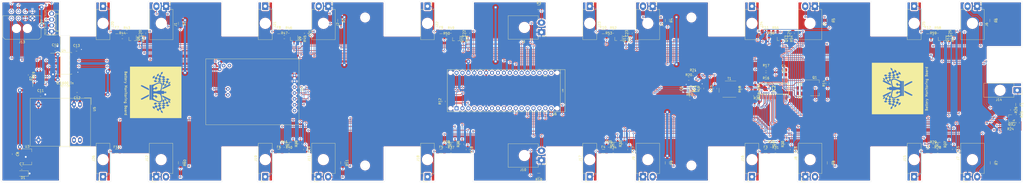
<source format=kicad_pcb>
(kicad_pcb (version 20171130) (host pcbnew "(5.1.5)-3")
  (layers (0 F.Cu signal) (31 B.Cu signal) (34 B.Paste user) (35 F.Paste user) (36 B.SilkS user) (37 F.SilkS user) (38 B.Mask user) (39 F.Mask user) (44 Edge.Cuts user))
  (net 0 "")
  (net 1 GND_ISO)
  (net 2 +5V)
  (net 3 C0)
  (net 4 Vreg)
  (net 5 "Net-(C3-Pad2)")
  (net 6 "Net-(C4-Pad1)")
  (net 7 "Net-(C5-Pad1)")
  (net 8 GND)
  (net 9 +12V)
  (net 10 VCC)
  (net 11 "Net-(C9-Pad2)")
  (net 12 VCC_ISO)
  (net 13 C6)
  (net 14 C7)
  (net 15 C8)
  (net 16 C9)
  (net 17 C10)
  (net 18 C11)
  (net 19 C12)
  (net 20 C1)
  (net 21 C2)
  (net 22 C3)
  (net 23 C4)
  (net 24 C5)
  (net 25 Cell6)
  (net 26 "Net-(F1-Pad1)")
  (net 27 Cell7)
  (net 28 "Net-(F2-Pad1)")
  (net 29 Cell8)
  (net 30 "Net-(F3-Pad1)")
  (net 31 "Net-(F4-Pad1)")
  (net 32 Cell9)
  (net 33 Cell10)
  (net 34 "Net-(F5-Pad1)")
  (net 35 Cell11)
  (net 36 "Net-(F6-Pad1)")
  (net 37 "Net-(F7-Pad1)")
  (net 38 Cell0)
  (net 39 "Net-(F8-Pad1)")
  (net 40 Cell1)
  (net 41 "Net-(F9-Pad1)")
  (net 42 Cell2)
  (net 43 Cell3)
  (net 44 "Net-(F10-Pad1)")
  (net 45 "Net-(F11-Pad1)")
  (net 46 Cell4)
  (net 47 "Net-(F12-Pad1)")
  (net 48 Cell5)
  (net 49 SI)
  (net 50 SO)
  (net 51 SCK)
  (net 52 CS)
  (net 53 IM)
  (net 54 IP)
  (net 55 "Net-(IC1-Pad15)")
  (net 56 "Net-(IC1-Pad16)")
  (net 57 S12)
  (net 58 S11)
  (net 59 S10)
  (net 60 S9)
  (net 61 S8)
  (net 62 S7)
  (net 63 S6)
  (net 64 S5)
  (net 65 S4)
  (net 66 S3)
  (net 67 S2)
  (net 68 S1)
  (net 69 "Net-(IC2-Pad27)")
  (net 70 "Net-(IC2-Pad28)")
  (net 71 "Net-(IC2-Pad29)")
  (net 72 "Net-(IC2-Pad32)")
  (net 73 "Net-(IC2-Pad33)")
  (net 74 "Net-(IC2-Pad36)")
  (net 75 DRV)
  (net 76 "Net-(IC2-Pad39)")
  (net 77 IMA)
  (net 78 IPA)
  (net 79 "Net-(IC2-Pad43)")
  (net 80 "Net-(IC2-Pad44)")
  (net 81 T0)
  (net 82 T1)
  (net 83 T2)
  (net 84 T3)
  (net 85 T4)
  (net 86 T5)
  (net 87 T6)
  (net 88 T7)
  (net 89 T8)
  (net 90 T9)
  (net 91 T10)
  (net 92 T11)
  (net 93 CANH)
  (net 94 CANL)
  (net 95 "Net-(Q2-Pad2)")
  (net 96 "Net-(Q2-Pad1)")
  (net 97 "Net-(Q3-Pad1)")
  (net 98 "Net-(Q3-Pad2)")
  (net 99 "Net-(Q4-Pad1)")
  (net 100 "Net-(Q4-Pad2)")
  (net 101 "Net-(Q5-Pad2)")
  (net 102 "Net-(Q5-Pad1)")
  (net 103 "Net-(Q6-Pad2)")
  (net 104 "Net-(Q6-Pad1)")
  (net 105 "Net-(Q7-Pad1)")
  (net 106 "Net-(Q7-Pad2)")
  (net 107 Cell12)
  (net 108 "Net-(Q8-Pad2)")
  (net 109 "Net-(Q8-Pad1)")
  (net 110 "Net-(Q9-Pad2)")
  (net 111 "Net-(Q9-Pad1)")
  (net 112 "Net-(Q10-Pad1)")
  (net 113 "Net-(Q10-Pad2)")
  (net 114 "Net-(Q11-Pad2)")
  (net 115 "Net-(Q11-Pad1)")
  (net 116 "Net-(Q12-Pad1)")
  (net 117 "Net-(Q12-Pad2)")
  (net 118 "Net-(Q13-Pad1)")
  (net 119 "Net-(Q13-Pad2)")
  (net 120 "Net-(R19-Pad1)")
  (net 121 "Net-(U1-Pad1)")
  (net 122 ISO_CANH)
  (net 123 ISO_CANL)
  (net 124 "Net-(U1-Pad10)")
  (net 125 "Net-(U1-Pad11)")
  (net 126 TXD)
  (net 127 RXD)
  (net 128 "Net-(U2-Pad5)")
  (net 129 "Net-(F13-Pad1)")
  (net 130 "Net-(R12-Pad2)")
  (net 131 "Net-(U6-PadAREF)")
  (net 132 "Net-(U6-PadRST)")
  (net 133 "Net-(U6-Pad3.3V)")
  (net 134 "Net-(U6-PadRX)")
  (net 135 "Net-(U6-Pad2)")
  (net 136 "Net-(U6-Pad3)")
  (net 137 "Net-(U6-Pad5)")
  (net 138 "Net-(U6-Pad7)")
  (net 139 "Net-(U6-Pad13)")
  (net 140 "Net-(U6-Pad11)")
  (net 141 DCDC+)
  (net 142 Sens_Fans)
  (net 143 PWM_Fans)
  (module Connector_Molex:Molex_Micro-Fit_3.0_43045-0800_2x04_P3.00mm_Horizontal (layer F.Cu) (at 85.29574 182.88508 180)
    (fp_text reference J13 (at 4.5 -10.12) (layer F.SilkS))
    (fp_text value Conn_01x08)
    (pad 8 thru_hole circle (at 9 3 180) (size 1.5 1.5) (drill 1.02) (layers *.Cu *.Mask) (net 143 PWM_Fans))
    (pad 7 thru_hole circle (at 6 3 180) (size 1.5 1.5) (drill 1.02) (layers *.Cu *.Mask) (net 142 Sens_Fans))
    (pad 6 thru_hole circle (at 3 3 180) (size 1.5 1.5) (drill 1.02) (layers *.Cu *.Mask) (net 141 DCDC+))
    (pad 5 thru_hole circle (at 0 3 180) (size 1.5 1.5) (drill 1.02) (layers *.Cu *.Mask) (net 8 GND))
    (pad 4 thru_hole circle (at 9 0 180) (size 1.5 1.5) (drill 1.02) (layers *.Cu *.Mask) (net 94 CANL))
    (pad 3 thru_hole circle (at 6 0 180) (size 1.5 1.5) (drill 1.02) (layers *.Cu *.Mask) (net 93 CANH))
    (pad 2 thru_hole circle (at 3 0 180) (size 1.5 1.5) (drill 1.02) (layers *.Cu *.Mask) (net 9 +12V))
    (pad 1 thru_hole roundrect (at 0 0 180) (size 1.5 1.5) (drill 1.02) (layers *.Cu *.Mask) (roundrect_rratio 0.166667) (net 8 GND))
    (pad "" np_thru_hole circle (at 6.86 -4.32 180) (size 3 3) (drill 3) (layers *.Cu *.Mask))
    (pad "" np_thru_hole circle (at 2.16 -4.32 180) (size 3 3) (drill 3) (layers *.Cu *.Mask))
  )
  (module Arduino_Shield_Modules_for_KiCad_V3:MCP2515_ArduinoShield (layer F.Cu) (at 199.644 228.473 90)
    (fp_text reference U1 (at 15.3416 1.2192 90) (layer F.SilkS))
    (fp_text value MCP2551_CANmodule)
    (pad 11 thru_hole circle (at 25.34 -29.84 90) (size 1.524 1.524) (drill 0.762) (layers *.Cu *.Mask) (net 125 "Net-(U1-Pad11)"))
    (pad 10 thru_hole circle (at 25.34 -32.36 90) (size 1.524 1.524) (drill 0.762) (layers *.Cu *.Mask) (net 124 "Net-(U1-Pad10)"))
    (pad 8 thru_hole circle (at 12.76 -30.5 90) (size 1.524 1.524) (drill 0.762) (layers *.Cu *.Mask) (net 122 ISO_CANH))
    (pad 9 thru_hole circle (at 15.32 -30.5 90) (size 1.524 1.524) (drill 0.762) (layers *.Cu *.Mask) (net 123 ISO_CANL))
    (pad 7 thru_hole circle (at 21.15 -1.92 90) (size 1.524 1.524) (drill 0.762) (layers *.Cu *.Mask) (net 2 +5V))
    (pad 6 thru_hole circle (at 18.6 -1.92 90) (size 1.524 1.524) (drill 0.762) (layers *.Cu *.Mask) (net 1 GND_ISO))
    (pad 5 thru_hole circle (at 16.08 -1.92 90) (size 1.524 1.524) (drill 0.762) (layers *.Cu *.Mask) (net 52 CS))
    (pad 4 thru_hole circle (at 13.56 -1.92 90) (size 1.524 1.524) (drill 0.762) (layers *.Cu *.Mask) (net 50 SO))
    (pad 3 thru_hole circle (at 11.04 -1.92 90) (size 1.524 1.524) (drill 0.762) (layers *.Cu *.Mask) (net 49 SI))
    (pad 2 thru_hole circle (at 8.52 -1.92 90) (size 1.524 1.524) (drill 0.762) (layers *.Cu *.Mask) (net 51 SCK))
    (pad 1 thru_hole circle (at 6 -1.92 90) (size 1.524 1.524) (drill 0.762) (layers *.Cu *.Mask) (net 121 "Net-(U1-Pad1)"))
  )
  (module "Slave Board:flag" (layer F.Cu) (at 456.438 212.979 90)
    (fp_text reference G*** hide)
    (fp_text value LOGO hide)
  )
  (module "Slave Board:flag" (layer F.Cu) (at 138.176 214.63 270)
    (fp_text reference G*** hide)
    (fp_text value LOGO hide)
  )
  (module Resistor_SMD:R_0805_2012Metric (layer F.Cu) (at 261.747 218.5185 90)
    (fp_text reference R12 (at 0 -1.65 90) (layer F.SilkS))
    (fp_text value NC)
    (pad 1 smd roundrect (at -0.9375 0 90) (size 0.975 1.4) (layers F.Cu F.Paste F.Mask) (net 52 CS))
    (pad 2 smd roundrect (at 0.9375 0 90) (size 0.975 1.4) (layers F.Cu F.Paste F.Mask) (net 130 "Net-(R12-Pad2)"))
  )
  (module Connector_TE-Connectivity:TE_MATE-N-LOK_1-794374-x_1x01_P4.14mm_Horizontal (layer F.Cu) (at 115.57 177.673 270)
    (fp_text reference J20 (at 7.85 -4.06 270) (layer F.SilkS))
    (fp_text value Conn_01x01)
    (pad 1 thru_hole roundrect (at 0 0 270) (size 3.3 2.64) (drill 1.4) (layers *.Cu *.Mask) (roundrect_rratio 0.094697) (net 37 "Net-(F7-Pad1)"))
    (pad "" np_thru_hole circle (at 7.34 0 270) (size 3.86 3.86) (drill 3.86) (layers *.Cu *.Mask))
  )
  (module Capacitor_SMD:C_0805_2012Metric (layer F.Cu) (at 372.618 212.979 90)
    (fp_text reference C1 (at 0 -1.65 90) (layer F.SilkS))
    (fp_text value 100n)
    (pad 2 smd roundrect (at 0.9375 0 90) (size 0.975 1.4) (layers F.Cu F.Paste F.Mask) (net 1 GND_ISO))
    (pad 1 smd roundrect (at -0.9375 0 90) (size 0.975 1.4) (layers F.Cu F.Paste F.Mask) (net 2 +5V))
  )
  (module Capacitor_SMD:C_0805_2012Metric (layer F.Cu) (at 414.4795 215.0595 180)
    (fp_text reference C2 (at 0 -1.65) (layer F.SilkS))
    (fp_text value 1u)
    (pad 2 smd roundrect (at 0.9375 0 180) (size 0.975 1.4) (layers F.Cu F.Paste F.Mask) (net 3 C0))
    (pad 1 smd roundrect (at -0.9375 0 180) (size 0.975 1.4) (layers F.Cu F.Paste F.Mask) (net 4 Vreg))
  )
  (module Capacitor_SMD:C_0805_2012Metric (layer F.Cu) (at 414.4795 212.725)
    (fp_text reference C3 (at 0 -1.65) (layer F.SilkS))
    (fp_text value 100n)
    (pad 2 smd roundrect (at 0.9375 0) (size 0.975 1.4) (layers F.Cu F.Paste F.Mask) (net 5 "Net-(C3-Pad2)"))
    (pad 1 smd roundrect (at -0.9375 0) (size 0.975 1.4) (layers F.Cu F.Paste F.Mask) (net 3 C0))
  )
  (module Capacitor_SMD:C_0805_2012Metric (layer F.Cu) (at 407.6215 204.978)
    (fp_text reference C4 (at 0 -1.65) (layer F.SilkS))
    (fp_text value 1u)
    (pad 2 smd roundrect (at 0.9375 0) (size 0.975 1.4) (layers F.Cu F.Paste F.Mask) (net 3 C0))
    (pad 1 smd roundrect (at -0.9375 0) (size 0.975 1.4) (layers F.Cu F.Paste F.Mask) (net 6 "Net-(C4-Pad1)"))
  )
  (module Capacitor_SMD:C_0805_2012Metric (layer F.Cu) (at 407.6215 207.01)
    (fp_text reference C5 (at 0 -1.65) (layer F.SilkS))
    (fp_text value 1u)
    (pad 1 smd roundrect (at -0.9375 0) (size 0.975 1.4) (layers F.Cu F.Paste F.Mask) (net 7 "Net-(C5-Pad1)"))
    (pad 2 smd roundrect (at 0.9375 0) (size 0.975 1.4) (layers F.Cu F.Paste F.Mask) (net 3 C0))
  )
  (module Capacitor_SMD:C_0805_2012Metric (layer F.Cu) (at 365.252 213.0275 90)
    (fp_text reference C6 (at 0 -1.65 90) (layer F.SilkS))
    (fp_text value 100n)
    (pad 1 smd roundrect (at -0.9375 0 90) (size 0.975 1.4) (layers F.Cu F.Paste F.Mask) (net 2 +5V))
    (pad 2 smd roundrect (at 0.9375 0 90) (size 0.975 1.4) (layers F.Cu F.Paste F.Mask) (net 1 GND_ISO))
  )
  (module Capacitor_SMD:C_0805_2012Metric (layer F.Cu) (at 80.6935 247.015)
    (fp_text reference C7 (at 0 -1.65) (layer F.SilkS))
    (fp_text value 100n)
    (pad 1 smd roundrect (at -0.9375 0) (size 0.975 1.4) (layers F.Cu F.Paste F.Mask) (net 9 +12V))
    (pad 2 smd roundrect (at 0.9375 0) (size 0.975 1.4) (layers F.Cu F.Paste F.Mask) (net 8 GND))
  )
  (module Capacitor_SMD:C_0805_2012Metric (layer F.Cu) (at 77.343 241.1245 270)
    (fp_text reference C8 (at 0 -1.65 90) (layer F.SilkS))
    (fp_text value 100n)
    (pad 1 smd roundrect (at -0.9375 0 270) (size 0.975 1.4) (layers F.Cu F.Paste F.Mask) (net 10 VCC))
    (pad 2 smd roundrect (at 0.9375 0 270) (size 0.975 1.4) (layers F.Cu F.Paste F.Mask) (net 8 GND))
  )
  (module Capacitor_SMD:C_0805_2012Metric (layer F.Cu) (at 395.351 212.5195 270)
    (fp_text reference C9 (at 0 -1.65 90) (layer F.SilkS))
    (fp_text value 100n)
    (pad 1 smd roundrect (at -0.9375 0 270) (size 0.975 1.4) (layers F.Cu F.Paste F.Mask) (net 3 C0))
    (pad 2 smd roundrect (at 0.9375 0 270) (size 0.975 1.4) (layers F.Cu F.Paste F.Mask) (net 11 "Net-(C9-Pad2)"))
  )
  (module Capacitor_SMD:C_0805_2012Metric (layer F.Cu) (at 95.0445 195.961)
    (fp_text reference C10 (at 0 -1.65) (layer F.SilkS))
    (fp_text value 100n)
    (pad 1 smd roundrect (at -0.9375 0) (size 0.975 1.4) (layers F.Cu F.Paste F.Mask) (net 10 VCC))
    (pad 2 smd roundrect (at 0.9375 0) (size 0.975 1.4) (layers F.Cu F.Paste F.Mask) (net 8 GND))
  )
  (module Capacitor_SMD:C_0805_2012Metric (layer F.Cu) (at 88.773 215.519)
    (fp_text reference C11 (at 0 -1.65) (layer F.SilkS))
    (fp_text value 100n)
    (pad 1 smd roundrect (at -0.9375 0) (size 0.975 1.4) (layers F.Cu F.Paste F.Mask) (net 9 +12V))
    (pad 2 smd roundrect (at 0.9375 0) (size 0.975 1.4) (layers F.Cu F.Paste F.Mask) (net 8 GND))
  )
  (module Capacitor_SMD:C_0805_2012Metric (layer F.Cu) (at 104.4425 215.392 180)
    (fp_text reference C12 (at 0 -1.65) (layer F.SilkS))
    (fp_text value 100n)
    (pad 2 smd roundrect (at 0.9375 0 180) (size 0.975 1.4) (layers F.Cu F.Paste F.Mask) (net 1 GND_ISO))
    (pad 1 smd roundrect (at -0.9375 0 180) (size 0.975 1.4) (layers F.Cu F.Paste F.Mask) (net 12 VCC_ISO))
  )
  (module Capacitor_SMD:C_0805_2012Metric (layer F.Cu) (at 104.1885 196.215)
    (fp_text reference C13 (at 0 -1.65) (layer F.SilkS))
    (fp_text value 100n)
    (pad 1 smd roundrect (at -0.9375 0) (size 0.975 1.4) (layers F.Cu F.Paste F.Mask) (net 2 +5V))
    (pad 2 smd roundrect (at 0.9375 0) (size 0.975 1.4) (layers F.Cu F.Paste F.Mask) (net 1 GND_ISO))
  )
  (module Capacitor_SMD:C_0805_2012Metric (layer F.Cu) (at 508 227.6325 90)
    (fp_text reference C14 (at 0 -1.65 90) (layer F.SilkS))
    (fp_text value 10n)
    (pad 2 smd roundrect (at 0.9375 0 90) (size 0.975 1.4) (layers F.Cu F.Paste F.Mask) (net 13 C6))
    (pad 1 smd roundrect (at -0.9375 0 90) (size 0.975 1.4) (layers F.Cu F.Paste F.Mask) (net 14 C7))
  )
  (module Capacitor_SMD:C_0805_2012Metric (layer F.Cu) (at 480.695 239.0625 270)
    (fp_text reference C15 (at 0 -1.65 90) (layer F.SilkS))
    (fp_text value 10n)
    (pad 1 smd roundrect (at -0.9375 0 270) (size 0.975 1.4) (layers F.Cu F.Paste F.Mask) (net 15 C8))
    (pad 2 smd roundrect (at 0.9375 0 270) (size 0.975 1.4) (layers F.Cu F.Paste F.Mask) (net 14 C7))
  )
  (module Capacitor_SMD:C_0805_2012Metric (layer F.Cu) (at 411.099 239.1895 270)
    (fp_text reference C16 (at 0 -1.65 90) (layer F.SilkS))
    (fp_text value 10n)
    (pad 2 smd roundrect (at 0.9375 0 270) (size 0.975 1.4) (layers F.Cu F.Paste F.Mask) (net 15 C8))
    (pad 1 smd roundrect (at -0.9375 0 270) (size 0.975 1.4) (layers F.Cu F.Paste F.Mask) (net 16 C9))
  )
  (module Capacitor_SMD:C_0805_2012Metric (layer F.Cu) (at 341.376 239.1895 270)
    (fp_text reference C17 (at 0 -1.65 90) (layer F.SilkS))
    (fp_text value 10n)
    (pad 1 smd roundrect (at -0.9375 0 270) (size 0.975 1.4) (layers F.Cu F.Paste F.Mask) (net 17 C10))
    (pad 2 smd roundrect (at 0.9375 0 270) (size 0.975 1.4) (layers F.Cu F.Paste F.Mask) (net 16 C9))
  )
  (module Capacitor_SMD:C_0805_2012Metric (layer F.Cu) (at 272.034 239.1895 270)
    (fp_text reference C18 (at 0 -1.65 90) (layer F.SilkS))
    (fp_text value 10n)
    (pad 1 smd roundrect (at -0.9375 0 270) (size 0.975 1.4) (layers F.Cu F.Paste F.Mask) (net 18 C11))
    (pad 2 smd roundrect (at 0.9375 0 270) (size 0.975 1.4) (layers F.Cu F.Paste F.Mask) (net 17 C10))
  )
  (module Capacitor_SMD:C_0805_2012Metric (layer F.Cu) (at 202.311 239.1895 270)
    (fp_text reference C19 (at 0 -1.65 90) (layer F.SilkS))
    (fp_text value 10n)
    (pad 1 smd roundrect (at -0.9375 0 270) (size 0.975 1.4) (layers F.Cu F.Paste F.Mask) (net 19 C12))
    (pad 2 smd roundrect (at 0.9375 0 270) (size 0.975 1.4) (layers F.Cu F.Paste F.Mask) (net 18 C11))
  )
  (module Capacitor_SMD:C_0805_2012Metric (layer F.Cu) (at 133.223 189.3085 90)
    (fp_text reference C20 (at 0 -1.65 90) (layer F.SilkS))
    (fp_text value 10n)
    (pad 2 smd roundrect (at 0.9375 0 90) (size 0.975 1.4) (layers F.Cu F.Paste F.Mask) (net 3 C0))
    (pad 1 smd roundrect (at -0.9375 0 90) (size 0.975 1.4) (layers F.Cu F.Paste F.Mask) (net 20 C1))
  )
  (module Capacitor_SMD:C_0805_2012Metric (layer F.Cu) (at 202.692 189.3085 270)
    (fp_text reference C21 (at 0 -1.65 90) (layer F.SilkS))
    (fp_text value 10n)
    (pad 1 smd roundrect (at -0.9375 0 270) (size 0.975 1.4) (layers F.Cu F.Paste F.Mask) (net 21 C2))
    (pad 2 smd roundrect (at 0.9375 0 270) (size 0.975 1.4) (layers F.Cu F.Paste F.Mask) (net 20 C1))
  )
  (module Capacitor_SMD:C_0805_2012Metric (layer F.Cu) (at 272.161 189.3085 90)
    (fp_text reference C22 (at 0 -1.65 90) (layer F.SilkS))
    (fp_text value 10n)
    (pad 1 smd roundrect (at -0.9375 0 90) (size 0.975 1.4) (layers F.Cu F.Paste F.Mask) (net 22 C3))
    (pad 2 smd roundrect (at 0.9375 0 90) (size 0.975 1.4) (layers F.Cu F.Paste F.Mask) (net 21 C2))
  )
  (module Capacitor_SMD:C_0805_2012Metric (layer F.Cu) (at 341.884 189.3085 90)
    (fp_text reference C23 (at 0 -1.65 90) (layer F.SilkS))
    (fp_text value 10n)
    (pad 2 smd roundrect (at 0.9375 0 90) (size 0.975 1.4) (layers F.Cu F.Paste F.Mask) (net 22 C3))
    (pad 1 smd roundrect (at -0.9375 0 90) (size 0.975 1.4) (layers F.Cu F.Paste F.Mask) (net 23 C4))
  )
  (module Capacitor_SMD:C_0805_2012Metric (layer F.Cu) (at 411.48 189.3085 90)
    (fp_text reference C24 (at 0 -1.65 90) (layer F.SilkS))
    (fp_text value 10n)
    (pad 2 smd roundrect (at 0.9375 0 90) (size 0.975 1.4) (layers F.Cu F.Paste F.Mask) (net 23 C4))
    (pad 1 smd roundrect (at -0.9375 0 90) (size 0.975 1.4) (layers F.Cu F.Paste F.Mask) (net 24 C5))
  )
  (module Capacitor_SMD:C_0805_2012Metric (layer F.Cu) (at 480.568 189.3085 90)
    (fp_text reference C25 (at 0 -1.65 90) (layer F.SilkS))
    (fp_text value 10n)
    (pad 1 smd roundrect (at -0.9375 0 90) (size 0.975 1.4) (layers F.Cu F.Paste F.Mask) (net 13 C6))
    (pad 2 smd roundrect (at 0.9375 0 90) (size 0.975 1.4) (layers F.Cu F.Paste F.Mask) (net 24 C5))
  )
  (module Diode_SMD:D_1206_3216Metric (layer F.Cu) (at 81.283 249.428 180)
    (fp_text reference D1 (at 0 -1.82) (layer F.SilkS))
    (fp_text value DIODE)
    (pad 2 smd roundrect (at 1.4 0 180) (size 1.25 1.75) (layers F.Cu F.Paste F.Mask) (roundrect_rratio 0.2) (net 9 +12V))
    (pad 1 smd roundrect (at -1.4 0 180) (size 1.25 1.75) (layers F.Cu F.Paste F.Mask) (roundrect_rratio 0.2) (net 8 GND))
  )
  (module Fuse:Fuse_1206_3216Metric (layer F.Cu) (at 508 219.834 270)
    (fp_text reference F1 (at 0 -1.82 90) (layer F.SilkS))
    (fp_text value Fuse)
    (pad 2 smd roundrect (at 1.4 0 270) (size 1.25 1.75) (layers F.Cu F.Paste F.Mask) (roundrect_rratio 0.2) (net 25 Cell6))
    (pad 1 smd roundrect (at -1.4 0 270) (size 1.25 1.75) (layers F.Cu F.Paste F.Mask) (roundrect_rratio 0.2) (net 26 "Net-(F1-Pad1)"))
  )
  (module Fuse:Fuse_1206_3216Metric (layer F.Cu) (at 469.395 239.903)
    (fp_text reference F2 (at 0 -1.82) (layer F.SilkS))
    (fp_text value Fuse)
    (pad 2 smd roundrect (at 1.4 0) (size 1.25 1.75) (layers F.Cu F.Paste F.Mask) (roundrect_rratio 0.2) (net 27 Cell7))
    (pad 1 smd roundrect (at -1.4 0) (size 1.25 1.75) (layers F.Cu F.Paste F.Mask) (roundrect_rratio 0.2) (net 28 "Net-(F2-Pad1)"))
  )
  (module Fuse:Fuse_1206_3216Metric (layer F.Cu) (at 399.799 239.903)
    (fp_text reference F3 (at 0 -1.82) (layer F.SilkS))
    (fp_text value Fuse)
    (pad 2 smd roundrect (at 1.4 0) (size 1.25 1.75) (layers F.Cu F.Paste F.Mask) (roundrect_rratio 0.2) (net 29 Cell8))
    (pad 1 smd roundrect (at -1.4 0) (size 1.25 1.75) (layers F.Cu F.Paste F.Mask) (roundrect_rratio 0.2) (net 30 "Net-(F3-Pad1)"))
  )
  (module Fuse:Fuse_1206_3216Metric (layer F.Cu) (at 330.203 239.903)
    (fp_text reference F4 (at 0 -1.82) (layer F.SilkS))
    (fp_text value Fuse)
    (pad 1 smd roundrect (at -1.4 0) (size 1.25 1.75) (layers F.Cu F.Paste F.Mask) (roundrect_rratio 0.2) (net 31 "Net-(F4-Pad1)"))
    (pad 2 smd roundrect (at 1.4 0) (size 1.25 1.75) (layers F.Cu F.Paste F.Mask) (roundrect_rratio 0.2) (net 32 Cell9))
  )
  (module Fuse:Fuse_1206_3216Metric (layer F.Cu) (at 260.607 239.903)
    (fp_text reference F5 (at 0 -1.82) (layer F.SilkS))
    (fp_text value Fuse)
    (pad 2 smd roundrect (at 1.4 0) (size 1.25 1.75) (layers F.Cu F.Paste F.Mask) (roundrect_rratio 0.2) (net 33 Cell10))
    (pad 1 smd roundrect (at -1.4 0) (size 1.25 1.75) (layers F.Cu F.Paste F.Mask) (roundrect_rratio 0.2) (net 34 "Net-(F5-Pad1)"))
  )
  (module Fuse:Fuse_1206_3216Metric (layer F.Cu) (at 191.011 239.903)
    (fp_text reference F6 (at 0 -1.82) (layer F.SilkS))
    (fp_text value Fuse)
    (pad 2 smd roundrect (at 1.4 0) (size 1.25 1.75) (layers F.Cu F.Paste F.Mask) (roundrect_rratio 0.2) (net 35 Cell11))
    (pad 1 smd roundrect (at -1.4 0) (size 1.25 1.75) (layers F.Cu F.Paste F.Mask) (roundrect_rratio 0.2) (net 36 "Net-(F6-Pad1)"))
  )
  (module Fuse:Fuse_1206_3216Metric (layer F.Cu) (at 121.539 188.595)
    (fp_text reference F7 (at 0 -1.82) (layer F.SilkS))
    (fp_text value Fuse)
    (pad 1 smd roundrect (at -1.4 0) (size 1.25 1.75) (layers F.Cu F.Paste F.Mask) (roundrect_rratio 0.2) (net 37 "Net-(F7-Pad1)"))
    (pad 2 smd roundrect (at 1.4 0) (size 1.25 1.75) (layers F.Cu F.Paste F.Mask) (roundrect_rratio 0.2) (net 38 Cell0))
  )
  (module Fuse:Fuse_1206_3216Metric (layer F.Cu) (at 191.005 188.595)
    (fp_text reference F8 (at 0 -1.82) (layer F.SilkS))
    (fp_text value Fuse)
    (pad 1 smd roundrect (at -1.4 0) (size 1.25 1.75) (layers F.Cu F.Paste F.Mask) (roundrect_rratio 0.2) (net 39 "Net-(F8-Pad1)"))
    (pad 2 smd roundrect (at 1.4 0) (size 1.25 1.75) (layers F.Cu F.Paste F.Mask) (roundrect_rratio 0.2) (net 40 Cell1))
  )
  (module Fuse:Fuse_1206_3216Metric (layer F.Cu) (at 260.607 188.595)
    (fp_text reference F9 (at 0 -1.82) (layer F.SilkS))
    (fp_text value Fuse)
    (pad 1 smd roundrect (at -1.4 0) (size 1.25 1.75) (layers F.Cu F.Paste F.Mask) (roundrect_rratio 0.2) (net 41 "Net-(F9-Pad1)"))
    (pad 2 smd roundrect (at 1.4 0) (size 1.25 1.75) (layers F.Cu F.Paste F.Mask) (roundrect_rratio 0.2) (net 42 Cell2))
  )
  (module Fuse:Fuse_1206_3216Metric (layer F.Cu) (at 330.203 188.595)
    (fp_text reference F10 (at 0 -1.82) (layer F.SilkS))
    (fp_text value Fuse)
    (pad 2 smd roundrect (at 1.4 0) (size 1.25 1.75) (layers F.Cu F.Paste F.Mask) (roundrect_rratio 0.2) (net 43 Cell3))
    (pad 1 smd roundrect (at -1.4 0) (size 1.25 1.75) (layers F.Cu F.Paste F.Mask) (roundrect_rratio 0.2) (net 44 "Net-(F10-Pad1)"))
  )
  (module Fuse:Fuse_1206_3216Metric (layer F.Cu) (at 399.799 188.595)
    (fp_text reference F11 (at 0 -1.82) (layer F.SilkS))
    (fp_text value Fuse)
    (pad 1 smd roundrect (at -1.4 0) (size 1.25 1.75) (layers F.Cu F.Paste F.Mask) (roundrect_rratio 0.2) (net 45 "Net-(F11-Pad1)"))
    (pad 2 smd roundrect (at 1.4 0) (size 1.25 1.75) (layers F.Cu F.Paste F.Mask) (roundrect_rratio 0.2) (net 46 Cell4))
  )
  (module Fuse:Fuse_1206_3216Metric (layer F.Cu) (at 469.395 188.595)
    (fp_text reference F12 (at 0 -1.82) (layer F.SilkS))
    (fp_text value Fuse)
    (pad 1 smd roundrect (at -1.4 0) (size 1.25 1.75) (layers F.Cu F.Paste F.Mask) (roundrect_rratio 0.2) (net 47 "Net-(F12-Pad1)"))
    (pad 2 smd roundrect (at 1.4 0) (size 1.25 1.75) (layers F.Cu F.Paste F.Mask) (roundrect_rratio 0.2) (net 48 Cell5))
  )
  (module LTC6820IMS#PBF:SOP50P490X110-16N (layer F.Cu) (at 369.189 213.106 90)
    (fp_text reference IC1 (at 0 0 90) (layer F.SilkS) (effects (font (size 1.27 1.27) (thickness 0.254))))
    (fp_text value LTC6820IMS#PBF hide)
    (pad 1 smd rect (at -2.212 -1.75 180) (size 0.3 1.425) (layers F.Cu F.Paste F.Mask) (net 2 +5V))
    (pad 2 smd rect (at -2.212 -1.25 180) (size 0.3 1.425) (layers F.Cu F.Paste F.Mask) (net 49 SI))
    (pad 3 smd rect (at -2.212 -0.75 180) (size 0.3 1.425) (layers F.Cu F.Paste F.Mask) (net 50 SO))
    (pad 4 smd rect (at -2.212 -0.25 180) (size 0.3 1.425) (layers F.Cu F.Paste F.Mask) (net 51 SCK))
    (pad 5 smd rect (at -2.212 0.25 180) (size 0.3 1.425) (layers F.Cu F.Paste F.Mask) (net 52 CS))
    (pad 6 smd rect (at -2.212 0.75 180) (size 0.3 1.425) (layers F.Cu F.Paste F.Mask) (net 2 +5V))
    (pad 7 smd rect (at -2.212 1.25 180) (size 0.3 1.425) (layers F.Cu F.Paste F.Mask) (net 2 +5V))
    (pad 8 smd rect (at -2.212 1.75 180) (size 0.3 1.425) (layers F.Cu F.Paste F.Mask) (net 2 +5V))
    (pad 9 smd rect (at 2.212 1.75 180) (size 0.3 1.425) (layers F.Cu F.Paste F.Mask) (net 2 +5V))
    (pad 10 smd rect (at 2.212 1.25 180) (size 0.3 1.425) (layers F.Cu F.Paste F.Mask) (net 53 IM))
    (pad 11 smd rect (at 2.212 0.75 180) (size 0.3 1.425) (layers F.Cu F.Paste F.Mask) (net 54 IP))
    (pad 12 smd rect (at 2.212 0.25 180) (size 0.3 1.425) (layers F.Cu F.Paste F.Mask) (net 2 +5V))
    (pad 13 smd rect (at 2.212 -0.25 180) (size 0.3 1.425) (layers F.Cu F.Paste F.Mask) (net 1 GND_ISO))
    (pad 14 smd rect (at 2.212 -0.75 180) (size 0.3 1.425) (layers F.Cu F.Paste F.Mask) (net 1 GND_ISO))
    (pad 15 smd rect (at 2.212 -1.25 180) (size 0.3 1.425) (layers F.Cu F.Paste F.Mask) (net 55 "Net-(IC1-Pad15)"))
    (pad 16 smd rect (at 2.212 -1.75 180) (size 0.3 1.425) (layers F.Cu F.Paste F.Mask) (net 56 "Net-(IC1-Pad16)"))
  )
  (module LTC6804-2:SOP50P780X200-48N (layer F.Cu) (at 403.352 213.106 90)
    (fp_text reference IC2 (at 0 0 90) (layer F.SilkS) (effects (font (size 1.27 1.27) (thickness 0.254))))
    (fp_text value LTC6804-2 hide)
    (pad 1 smd rect (at -3.55 -5.75 180) (size 0.3 1.8) (layers F.Cu F.Paste F.Mask) (net 11 "Net-(C9-Pad2)"))
    (pad 2 smd rect (at -3.55 -5.25 180) (size 0.3 1.8) (layers F.Cu F.Paste F.Mask) (net 19 C12))
    (pad 3 smd rect (at -3.55 -4.75 180) (size 0.3 1.8) (layers F.Cu F.Paste F.Mask) (net 57 S12))
    (pad 4 smd rect (at -3.55 -4.25 180) (size 0.3 1.8) (layers F.Cu F.Paste F.Mask) (net 18 C11))
    (pad 5 smd rect (at -3.55 -3.75 180) (size 0.3 1.8) (layers F.Cu F.Paste F.Mask) (net 58 S11))
    (pad 6 smd rect (at -3.55 -3.25 180) (size 0.3 1.8) (layers F.Cu F.Paste F.Mask) (net 17 C10))
    (pad 7 smd rect (at -3.55 -2.75 180) (size 0.3 1.8) (layers F.Cu F.Paste F.Mask) (net 59 S10))
    (pad 8 smd rect (at -3.55 -2.25 180) (size 0.3 1.8) (layers F.Cu F.Paste F.Mask) (net 16 C9))
    (pad 9 smd rect (at -3.55 -1.75 180) (size 0.3 1.8) (layers F.Cu F.Paste F.Mask) (net 60 S9))
    (pad 10 smd rect (at -3.55 -1.25 180) (size 0.3 1.8) (layers F.Cu F.Paste F.Mask) (net 15 C8))
    (pad 11 smd rect (at -3.55 -0.75 180) (size 0.3 1.8) (layers F.Cu F.Paste F.Mask) (net 61 S8))
    (pad 12 smd rect (at -3.55 -0.25 180) (size 0.3 1.8) (layers F.Cu F.Paste F.Mask) (net 14 C7))
    (pad 13 smd rect (at -3.55 0.25 180) (size 0.3 1.8) (layers F.Cu F.Paste F.Mask) (net 62 S7))
    (pad 14 smd rect (at -3.55 0.75 180) (size 0.3 1.8) (layers F.Cu F.Paste F.Mask) (net 13 C6))
    (pad 15 smd rect (at -3.55 1.25 180) (size 0.3 1.8) (layers F.Cu F.Paste F.Mask) (net 63 S6))
    (pad 16 smd rect (at -3.55 1.75 180) (size 0.3 1.8) (layers F.Cu F.Paste F.Mask) (net 24 C5))
    (pad 17 smd rect (at -3.55 2.25 180) (size 0.3 1.8) (layers F.Cu F.Paste F.Mask) (net 64 S5))
    (pad 18 smd rect (at -3.55 2.75 180) (size 0.3 1.8) (layers F.Cu F.Paste F.Mask) (net 23 C4))
    (pad 19 smd rect (at -3.55 3.25 180) (size 0.3 1.8) (layers F.Cu F.Paste F.Mask) (net 65 S4))
    (pad 20 smd rect (at -3.55 3.75 180) (size 0.3 1.8) (layers F.Cu F.Paste F.Mask) (net 22 C3))
    (pad 21 smd rect (at -3.55 4.25 180) (size 0.3 1.8) (layers F.Cu F.Paste F.Mask) (net 66 S3))
    (pad 22 smd rect (at -3.55 4.75 180) (size 0.3 1.8) (layers F.Cu F.Paste F.Mask) (net 21 C2))
    (pad 23 smd rect (at -3.55 5.25 180) (size 0.3 1.8) (layers F.Cu F.Paste F.Mask) (net 67 S2))
    (pad 24 smd rect (at -3.55 5.75 180) (size 0.3 1.8) (layers F.Cu F.Paste F.Mask) (net 20 C1))
    (pad 25 smd rect (at 3.55 5.75 180) (size 0.3 1.8) (layers F.Cu F.Paste F.Mask) (net 68 S1))
    (pad 26 smd rect (at 3.55 5.25 180) (size 0.3 1.8) (layers F.Cu F.Paste F.Mask) (net 3 C0))
    (pad 27 smd rect (at 3.55 4.75 180) (size 0.3 1.8) (layers F.Cu F.Paste F.Mask) (net 69 "Net-(IC2-Pad27)"))
    (pad 28 smd rect (at 3.55 4.25 180) (size 0.3 1.8) (layers F.Cu F.Paste F.Mask) (net 70 "Net-(IC2-Pad28)"))
    (pad 29 smd rect (at 3.55 3.75 180) (size 0.3 1.8) (layers F.Cu F.Paste F.Mask) (net 71 "Net-(IC2-Pad29)"))
    (pad 30 smd rect (at 3.55 3.25 180) (size 0.3 1.8) (layers F.Cu F.Paste F.Mask) (net 3 C0))
    (pad 31 smd rect (at 3.55 2.75 180) (size 0.3 1.8) (layers F.Cu F.Paste F.Mask) (net 3 C0))
    (pad 32 smd rect (at 3.55 2.25 180) (size 0.3 1.8) (layers F.Cu F.Paste F.Mask) (net 72 "Net-(IC2-Pad32)"))
    (pad 33 smd rect (at 3.55 1.75 180) (size 0.3 1.8) (layers F.Cu F.Paste F.Mask) (net 73 "Net-(IC2-Pad33)"))
    (pad 34 smd rect (at 3.55 1.25 180) (size 0.3 1.8) (layers F.Cu F.Paste F.Mask) (net 7 "Net-(C5-Pad1)"))
    (pad 35 smd rect (at 3.55 0.75 180) (size 0.3 1.8) (layers F.Cu F.Paste F.Mask) (net 6 "Net-(C4-Pad1)"))
    (pad 36 smd rect (at 3.55 0.25 180) (size 0.3 1.8) (layers F.Cu F.Paste F.Mask) (net 74 "Net-(IC2-Pad36)"))
    (pad 37 smd rect (at 3.55 -0.25 180) (size 0.3 1.8) (layers F.Cu F.Paste F.Mask) (net 4 Vreg))
    (pad 38 smd rect (at 3.55 -0.75 180) (size 0.3 1.8) (layers F.Cu F.Paste F.Mask) (net 75 DRV))
    (pad 39 smd rect (at 3.55 -1.25 180) (size 0.3 1.8) (layers F.Cu F.Paste F.Mask) (net 76 "Net-(IC2-Pad39)"))
    (pad 40 smd rect (at 3.55 -1.75 180) (size 0.3 1.8) (layers F.Cu F.Paste F.Mask) (net 4 Vreg))
    (pad 41 smd rect (at 3.55 -2.25 180) (size 0.3 1.8) (layers F.Cu F.Paste F.Mask) (net 77 IMA))
    (pad 42 smd rect (at 3.55 -2.75 180) (size 0.3 1.8) (layers F.Cu F.Paste F.Mask) (net 78 IPA))
    (pad 43 smd rect (at 3.55 -3.25 180) (size 0.3 1.8) (layers F.Cu F.Paste F.Mask) (net 79 "Net-(IC2-Pad43)"))
    (pad 44 smd rect (at 3.55 -3.75 180) (size 0.3 1.8) (layers F.Cu F.Paste F.Mask) (net 80 "Net-(IC2-Pad44)"))
    (pad 45 smd rect (at 3.55 -4.25 180) (size 0.3 1.8) (layers F.Cu F.Paste F.Mask) (net 3 C0))
    (pad 46 smd rect (at 3.55 -4.75 180) (size 0.3 1.8) (layers F.Cu F.Paste F.Mask) (net 3 C0))
    (pad 47 smd rect (at 3.55 -5.25 180) (size 0.3 1.8) (layers F.Cu F.Paste F.Mask) (net 3 C0))
    (pad 48 smd rect (at 3.55 -5.75 180) (size 0.3 1.8) (layers F.Cu F.Paste F.Mask) (net 3 C0))
  )
  (module Connector_TE-Connectivity:TE_MATE-N-LOK_1-770966-x_1x02_P4.14mm_Horizontal (layer F.Cu) (at 142.621 177.673 270)
    (fp_text reference J1 (at 7.85 -4.06 90) (layer F.SilkS))
    (fp_text value Conn_01x02)
    (pad "" np_thru_hole circle (at 7.34 2.07 270) (size 3.86 3.86) (drill 3.86) (layers *.Cu *.Mask))
    (pad 2 thru_hole oval (at 0 4.14 270) (size 3.3 2.64) (drill 1.4) (layers *.Cu *.Mask) (net 81 T0))
    (pad 1 thru_hole roundrect (at 0 0 270) (size 3.3 2.64) (drill 1.4) (layers *.Cu *.Mask) (roundrect_rratio 0.094697) (net 1 GND_ISO))
  )
  (module Connector_TE-Connectivity:TE_MATE-N-LOK_1-770966-x_1x02_P4.14mm_Horizontal (layer F.Cu) (at 212.217 177.673 270)
    (fp_text reference J2 (at 7.85 -4.06 90) (layer F.SilkS))
    (fp_text value Conn_01x02)
    (pad 1 thru_hole roundrect (at 0 0 270) (size 3.3 2.64) (drill 1.4) (layers *.Cu *.Mask) (roundrect_rratio 0.094697) (net 1 GND_ISO))
    (pad 2 thru_hole oval (at 0 4.14 270) (size 3.3 2.64) (drill 1.4) (layers *.Cu *.Mask) (net 82 T1))
    (pad "" np_thru_hole circle (at 7.34 2.07 270) (size 3.86 3.86) (drill 3.86) (layers *.Cu *.Mask))
  )
  (module Connector_TE-Connectivity:TE_MATE-N-LOK_1-770966-x_1x02_P4.14mm_Horizontal (layer F.Cu) (at 303.657 188.849 180)
    (fp_text reference J3 (at 7.85 -4.06) (layer F.SilkS))
    (fp_text value Conn_01x02)
    (pad "" np_thru_hole circle (at 7.34 2.07 180) (size 3.86 3.86) (drill 3.86) (layers *.Cu *.Mask))
    (pad 2 thru_hole oval (at 0 4.14 180) (size 3.3 2.64) (drill 1.4) (layers *.Cu *.Mask) (net 83 T2))
    (pad 1 thru_hole roundrect (at 0 0 180) (size 3.3 2.64) (drill 1.4) (layers *.Cu *.Mask) (roundrect_rratio 0.094697) (net 1 GND_ISO))
  )
  (module Connector_TE-Connectivity:TE_MATE-N-LOK_1-770966-x_1x02_P4.14mm_Horizontal (layer F.Cu) (at 351.358 177.673 270)
    (fp_text reference J4 (at 7.85 -4.06 90) (layer F.SilkS))
    (fp_text value Conn_01x02)
    (pad 1 thru_hole roundrect (at 0 0 270) (size 3.3 2.64) (drill 1.4) (layers *.Cu *.Mask) (roundrect_rratio 0.094697) (net 1 GND_ISO))
    (pad 2 thru_hole oval (at 0 4.14 270) (size 3.3 2.64) (drill 1.4) (layers *.Cu *.Mask) (net 84 T3))
    (pad "" np_thru_hole circle (at 7.34 2.07 270) (size 3.86 3.86) (drill 3.86) (layers *.Cu *.Mask))
  )
  (module Connector_TE-Connectivity:TE_MATE-N-LOK_1-770966-x_1x02_P4.14mm_Horizontal (layer F.Cu) (at 420.954 177.673 270)
    (fp_text reference J5 (at 7.85 -4.06 90) (layer F.SilkS))
    (fp_text value Conn_01x02)
    (pad "" np_thru_hole circle (at 7.34 2.07 270) (size 3.86 3.86) (drill 3.86) (layers *.Cu *.Mask))
    (pad 2 thru_hole oval (at 0 4.14 270) (size 3.3 2.64) (drill 1.4) (layers *.Cu *.Mask) (net 85 T4))
    (pad 1 thru_hole roundrect (at 0 0 270) (size 3.3 2.64) (drill 1.4) (layers *.Cu *.Mask) (roundrect_rratio 0.094697) (net 1 GND_ISO))
  )
  (module Connector_TE-Connectivity:TE_MATE-N-LOK_1-770966-x_1x02_P4.14mm_Horizontal (layer F.Cu) (at 490.601 177.673 270)
    (fp_text reference J6 (at 7.85 -4.06 90) (layer F.SilkS))
    (fp_text value Conn_01x02)
    (pad 1 thru_hole roundrect (at 0 0 270) (size 3.3 2.64) (drill 1.4) (layers *.Cu *.Mask) (roundrect_rratio 0.094697) (net 1 GND_ISO))
    (pad 2 thru_hole oval (at 0 4.14 270) (size 3.3 2.64) (drill 1.4) (layers *.Cu *.Mask) (net 86 T5))
    (pad "" np_thru_hole circle (at 7.34 2.07 270) (size 3.86 3.86) (drill 3.86) (layers *.Cu *.Mask))
  )
  (module Connector_TE-Connectivity:TE_MATE-N-LOK_1-770966-x_1x02_P4.14mm_Horizontal (layer F.Cu) (at 486.461 250.825 90)
    (fp_text reference J7 (at 7.85 -4.06 90) (layer F.SilkS))
    (fp_text value Conn_01x02)
    (pad 1 thru_hole roundrect (at 0 0 90) (size 3.3 2.64) (drill 1.4) (layers *.Cu *.Mask) (roundrect_rratio 0.094697) (net 1 GND_ISO))
    (pad 2 thru_hole oval (at 0 4.14 90) (size 3.3 2.64) (drill 1.4) (layers *.Cu *.Mask) (net 87 T6))
    (pad "" np_thru_hole circle (at 7.34 2.07 90) (size 3.86 3.86) (drill 3.86) (layers *.Cu *.Mask))
  )
  (module Connector_TE-Connectivity:TE_MATE-N-LOK_1-770966-x_1x02_P4.14mm_Horizontal (layer F.Cu) (at 416.865 250.825 90)
    (fp_text reference J8 (at 7.85 -4.06 90) (layer F.SilkS))
    (fp_text value Conn_01x02)
    (pad "" np_thru_hole circle (at 7.34 2.07 90) (size 3.86 3.86) (drill 3.86) (layers *.Cu *.Mask))
    (pad 2 thru_hole oval (at 0 4.14 90) (size 3.3 2.64) (drill 1.4) (layers *.Cu *.Mask) (net 88 T7))
    (pad 1 thru_hole roundrect (at 0 0 90) (size 3.3 2.64) (drill 1.4) (layers *.Cu *.Mask) (roundrect_rratio 0.094697) (net 1 GND_ISO))
  )
  (module Connector_TE-Connectivity:TE_MATE-N-LOK_1-770966-x_1x02_P4.14mm_Horizontal (layer F.Cu) (at 347.218 250.825 90)
    (fp_text reference J9 (at 7.85 -4.06 90) (layer F.SilkS))
    (fp_text value Conn_01x02)
    (pad 1 thru_hole roundrect (at 0 0 90) (size 3.3 2.64) (drill 1.4) (layers *.Cu *.Mask) (roundrect_rratio 0.094697) (net 1 GND_ISO))
    (pad 2 thru_hole oval (at 0 4.14 90) (size 3.3 2.64) (drill 1.4) (layers *.Cu *.Mask) (net 89 T8))
    (pad "" np_thru_hole circle (at 7.34 2.07 90) (size 3.86 3.86) (drill 3.86) (layers *.Cu *.Mask))
  )
  (module Connector_TE-Connectivity:TE_MATE-N-LOK_1-770966-x_1x02_P4.14mm_Horizontal (layer F.Cu) (at 303.657 243.789 180)
    (fp_text reference J10 (at 7.85 -4.06) (layer F.SilkS))
    (fp_text value Conn_01x02)
    (pad "" np_thru_hole circle (at 7.34 2.07 180) (size 3.86 3.86) (drill 3.86) (layers *.Cu *.Mask))
    (pad 2 thru_hole oval (at 0 4.14 180) (size 3.3 2.64) (drill 1.4) (layers *.Cu *.Mask) (net 90 T9))
    (pad 1 thru_hole roundrect (at 0 0 180) (size 3.3 2.64) (drill 1.4) (layers *.Cu *.Mask) (roundrect_rratio 0.094697) (net 1 GND_ISO))
  )
  (module Connector_TE-Connectivity:TE_MATE-N-LOK_1-770966-x_1x02_P4.14mm_Horizontal (layer F.Cu) (at 208.026 250.825 90)
    (fp_text reference J11 (at 7.85 -4.06 90) (layer F.SilkS))
    (fp_text value Conn_01x02)
    (pad 1 thru_hole roundrect (at 0 0 90) (size 3.3 2.64) (drill 1.4) (layers *.Cu *.Mask) (roundrect_rratio 0.094697) (net 1 GND_ISO))
    (pad 2 thru_hole oval (at 0 4.14 90) (size 3.3 2.64) (drill 1.4) (layers *.Cu *.Mask) (net 91 T10))
    (pad "" np_thru_hole circle (at 7.34 2.07 90) (size 3.86 3.86) (drill 3.86) (layers *.Cu *.Mask))
  )
  (module Connector_TE-Connectivity:TE_MATE-N-LOK_1-770966-x_1x02_P4.14mm_Horizontal (layer F.Cu) (at 138.43 250.825 90)
    (fp_text reference J12 (at 7.85 -4.06 90) (layer F.SilkS))
    (fp_text value Conn_01x02)
    (pad "" np_thru_hole circle (at 7.34 2.07 90) (size 3.86 3.86) (drill 3.86) (layers *.Cu *.Mask))
    (pad 2 thru_hole oval (at 0 4.14 90) (size 3.3 2.64) (drill 1.4) (layers *.Cu *.Mask) (net 92 T11))
    (pad 1 thru_hole roundrect (at 0 0 90) (size 3.3 2.64) (drill 1.4) (layers *.Cu *.Mask) (roundrect_rratio 0.094697) (net 1 GND_ISO))
  )
  (module Connector_TE-Connectivity:TE_MATE-N-LOK_1-794374-x_1x01_P4.14mm_Horizontal (layer F.Cu) (at 507.746 213.741 180)
    (fp_text reference J14 (at 7.85 -4.06) (layer F.SilkS))
    (fp_text value Conn_01x01)
    (pad "" np_thru_hole circle (at 7.34 0 180) (size 3.86 3.86) (drill 3.86) (layers *.Cu *.Mask))
    (pad 1 thru_hole roundrect (at 0 0 180) (size 3.3 2.64) (drill 1.4) (layers *.Cu *.Mask) (roundrect_rratio 0.094697) (net 26 "Net-(F1-Pad1)"))
  )
  (module Connector_TE-Connectivity:TE_MATE-N-LOK_1-794374-x_1x01_P4.14mm_Horizontal (layer F.Cu) (at 463.55 250.825 90)
    (fp_text reference J15 (at 7.85 -4.06 90) (layer F.SilkS))
    (fp_text value Conn_01x01)
    (pad 1 thru_hole roundrect (at 0 0 90) (size 3.3 2.64) (drill 1.4) (layers *.Cu *.Mask) (roundrect_rratio 0.094697) (net 28 "Net-(F2-Pad1)"))
    (pad "" np_thru_hole circle (at 7.34 0 90) (size 3.86 3.86) (drill 3.86) (layers *.Cu *.Mask))
  )
  (module Connector_TE-Connectivity:TE_MATE-N-LOK_1-794374-x_1x01_P4.14mm_Horizontal (layer F.Cu) (at 393.954 250.825 90)
    (fp_text reference J16 (at 7.85 -4.06 90) (layer F.SilkS))
    (fp_text value Conn_01x01)
    (pad 1 thru_hole roundrect (at 0 0 90) (size 3.3 2.64) (drill 1.4) (layers *.Cu *.Mask) (roundrect_rratio 0.094697) (net 30 "Net-(F3-Pad1)"))
    (pad "" np_thru_hole circle (at 7.34 0 90) (size 3.86 3.86) (drill 3.86) (layers *.Cu *.Mask))
  )
  (module Connector_TE-Connectivity:TE_MATE-N-LOK_1-794374-x_1x01_P4.14mm_Horizontal (layer F.Cu) (at 324.358 250.825 90)
    (fp_text reference J17 (at 7.85 -4.06 90) (layer F.SilkS))
    (fp_text value Conn_01x01)
    (pad "" np_thru_hole circle (at 7.34 0 90) (size 3.86 3.86) (drill 3.86) (layers *.Cu *.Mask))
    (pad 1 thru_hole roundrect (at 0 0 90) (size 3.3 2.64) (drill 1.4) (layers *.Cu *.Mask) (roundrect_rratio 0.094697) (net 31 "Net-(F4-Pad1)"))
  )
  (module Connector_TE-Connectivity:TE_MATE-N-LOK_1-794374-x_1x01_P4.14mm_Horizontal (layer F.Cu) (at 254.762 250.825 90)
    (fp_text reference J18 (at 7.85 -4.06 90) (layer F.SilkS))
    (fp_text value Conn_01x01)
    (pad 1 thru_hole roundrect (at 0 0 90) (size 3.3 2.64) (drill 1.4) (layers *.Cu *.Mask) (roundrect_rratio 0.094697) (net 34 "Net-(F5-Pad1)"))
    (pad "" np_thru_hole circle (at 7.34 0 90) (size 3.86 3.86) (drill 3.86) (layers *.Cu *.Mask))
  )
  (module Connector_TE-Connectivity:TE_MATE-N-LOK_1-794374-x_1x01_P4.14mm_Horizontal (layer F.Cu) (at 185.166 250.825 90)
    (fp_text reference J19 (at 7.85 -4.06 90) (layer F.SilkS))
    (fp_text value Conn_01x01)
    (pad "" np_thru_hole circle (at 7.34 0 90) (size 3.86 3.86) (drill 3.86) (layers *.Cu *.Mask))
    (pad 1 thru_hole roundrect (at 0 0 90) (size 3.3 2.64) (drill 1.4) (layers *.Cu *.Mask) (roundrect_rratio 0.094697) (net 36 "Net-(F6-Pad1)"))
  )
  (module Connector_TE-Connectivity:TE_MATE-N-LOK_1-794374-x_1x01_P4.14mm_Horizontal (layer F.Cu) (at 185.166 177.673 270)
    (fp_text reference J21 (at 7.85 -4.06 90) (layer F.SilkS))
    (fp_text value Conn_01x01)
    (pad 1 thru_hole roundrect (at 0 0 270) (size 3.3 2.64) (drill 1.4) (layers *.Cu *.Mask) (roundrect_rratio 0.094697) (net 39 "Net-(F8-Pad1)"))
    (pad "" np_thru_hole circle (at 7.34 0 270) (size 3.86 3.86) (drill 3.86) (layers *.Cu *.Mask))
  )
  (module Connector_TE-Connectivity:TE_MATE-N-LOK_1-794374-x_1x01_P4.14mm_Horizontal (layer F.Cu) (at 254.762 177.673 270)
    (fp_text reference J22 (at 7.85 -4.06 90) (layer F.SilkS))
    (fp_text value Conn_01x01)
    (pad 1 thru_hole roundrect (at 0 0 270) (size 3.3 2.64) (drill 1.4) (layers *.Cu *.Mask) (roundrect_rratio 0.094697) (net 41 "Net-(F9-Pad1)"))
    (pad "" np_thru_hole circle (at 7.34 0 270) (size 3.86 3.86) (drill 3.86) (layers *.Cu *.Mask))
  )
  (module Connector_TE-Connectivity:TE_MATE-N-LOK_1-794374-x_1x01_P4.14mm_Horizontal (layer F.Cu) (at 324.358 177.673 270)
    (fp_text reference J23 (at 7.85 -4.06 90) (layer F.SilkS))
    (fp_text value Conn_01x01)
    (pad "" np_thru_hole circle (at 7.34 0 270) (size 3.86 3.86) (drill 3.86) (layers *.Cu *.Mask))
    (pad 1 thru_hole roundrect (at 0 0 270) (size 3.3 2.64) (drill 1.4) (layers *.Cu *.Mask) (roundrect_rratio 0.094697) (net 44 "Net-(F10-Pad1)"))
  )
  (module Connector_TE-Connectivity:TE_MATE-N-LOK_1-794374-x_1x01_P4.14mm_Horizontal (layer F.Cu) (at 393.954 177.673 270)
    (fp_text reference J24 (at 7.85 -4.06 90) (layer F.SilkS))
    (fp_text value Conn_01x01)
    (pad "" np_thru_hole circle (at 7.34 0 270) (size 3.86 3.86) (drill 3.86) (layers *.Cu *.Mask))
    (pad 1 thru_hole roundrect (at 0 0 270) (size 3.3 2.64) (drill 1.4) (layers *.Cu *.Mask) (roundrect_rratio 0.094697) (net 45 "Net-(F11-Pad1)"))
  )
  (module Connector_TE-Connectivity:TE_MATE-N-LOK_1-794374-x_1x01_P4.14mm_Horizontal (layer F.Cu) (at 463.55 177.673 270)
    (fp_text reference J25 (at 7.85 -4.06 90) (layer F.SilkS))
    (fp_text value Conn_01x01)
    (pad "" np_thru_hole circle (at 7.34 0 270) (size 3.86 3.86) (drill 3.86) (layers *.Cu *.Mask))
    (pad 1 thru_hole roundrect (at 0 0 270) (size 3.3 2.64) (drill 1.4) (layers *.Cu *.Mask) (roundrect_rratio 0.094697) (net 47 "Net-(F12-Pad1)"))
  )
  (module Package_TO_SOT_SMD:SOT-223 (layer F.Cu) (at 420.878 212.725)
    (fp_text reference Q1 (at 0 -4.5) (layer F.SilkS))
    (fp_text value Q_NPN_BCE)
    (pad 1 smd rect (at -3.15 -2.3) (size 2 1.5) (layers F.Cu F.Paste F.Mask) (net 75 DRV))
    (pad 3 smd rect (at -3.15 2.3) (size 2 1.5) (layers F.Cu F.Paste F.Mask) (net 4 Vreg))
    (pad 2 smd rect (at -3.15 0) (size 2 1.5) (layers F.Cu F.Paste F.Mask) (net 5 "Net-(C3-Pad2)"))
    (pad 4 smd rect (at 3.15 0) (size 2 3.8) (layers F.Cu F.Paste F.Mask))
  )
  (module Package_TO_SOT_SMD:SOT-23 (layer F.Cu) (at 504.809 225.806 180)
    (fp_text reference Q2 (at 0 -2.5) (layer F.SilkS))
    (fp_text value Q_PMOS_GSD)
    (pad 3 smd rect (at 1 0 180) (size 0.9 0.8) (layers F.Cu F.Paste F.Mask) (net 27 Cell7))
    (pad 2 smd rect (at -1 0.95 180) (size 0.9 0.8) (layers F.Cu F.Paste F.Mask) (net 95 "Net-(Q2-Pad2)"))
    (pad 1 smd rect (at -1 -0.95 180) (size 0.9 0.8) (layers F.Cu F.Paste F.Mask) (net 96 "Net-(Q2-Pad1)"))
  )
  (module Package_TO_SOT_SMD:SOT-23 (layer F.Cu) (at 475.549 236.871 90)
    (fp_text reference Q3 (at 0 -2.5 90) (layer F.SilkS))
    (fp_text value Q_PMOS_GSD)
    (pad 1 smd rect (at -1 -0.95 90) (size 0.9 0.8) (layers F.Cu F.Paste F.Mask) (net 97 "Net-(Q3-Pad1)"))
    (pad 2 smd rect (at -1 0.95 90) (size 0.9 0.8) (layers F.Cu F.Paste F.Mask) (net 98 "Net-(Q3-Pad2)"))
    (pad 3 smd rect (at 1 0 90) (size 0.9 0.8) (layers F.Cu F.Paste F.Mask) (net 29 Cell8))
  )
  (module Package_TO_SOT_SMD:SOT-23 (layer F.Cu) (at 405.892 236.728 90)
    (fp_text reference Q4 (at 0 -2.5 90) (layer F.SilkS))
    (fp_text value Q_PMOS_GSD)
    (pad 1 smd rect (at -1 -0.95 90) (size 0.9 0.8) (layers F.Cu F.Paste F.Mask) (net 99 "Net-(Q4-Pad1)"))
    (pad 2 smd rect (at -1 0.95 90) (size 0.9 0.8) (layers F.Cu F.Paste F.Mask) (net 100 "Net-(Q4-Pad2)"))
    (pad 3 smd rect (at 1 0 90) (size 0.9 0.8) (layers F.Cu F.Paste F.Mask) (net 32 Cell9))
  )
  (module Package_TO_SOT_SMD:SOT-23 (layer F.Cu) (at 336.362 236.744 90)
    (fp_text reference Q5 (at 0 -2.5 90) (layer F.SilkS))
    (fp_text value Q_PMOS_GSD)
    (pad 3 smd rect (at 1 0 90) (size 0.9 0.8) (layers F.Cu F.Paste F.Mask) (net 33 Cell10))
    (pad 2 smd rect (at -1 0.95 90) (size 0.9 0.8) (layers F.Cu F.Paste F.Mask) (net 101 "Net-(Q5-Pad2)"))
    (pad 1 smd rect (at -1 -0.95 90) (size 0.9 0.8) (layers F.Cu F.Paste F.Mask) (net 102 "Net-(Q5-Pad1)"))
  )
  (module Package_TO_SOT_SMD:SOT-23 (layer F.Cu) (at 266.634 236.744 90)
    (fp_text reference Q6 (at 0 -2.5 90) (layer F.SilkS))
    (fp_text value Q_PMOS_GSD)
    (pad 3 smd rect (at 1 0 90) (size 0.9 0.8) (layers F.Cu F.Paste F.Mask) (net 35 Cell11))
    (pad 2 smd rect (at -1 0.95 90) (size 0.9 0.8) (layers F.Cu F.Paste F.Mask) (net 103 "Net-(Q6-Pad2)"))
    (pad 1 smd rect (at -1 -0.95 90) (size 0.9 0.8) (layers F.Cu F.Paste F.Mask) (net 104 "Net-(Q6-Pad1)"))
  )
  (module Package_TO_SOT_SMD:SOT-23 (layer F.Cu) (at 197.104 236.728 90)
    (fp_text reference Q7 (at 0 -2.5 90) (layer F.SilkS))
    (fp_text value Q_PMOS_GSD)
    (pad 1 smd rect (at -1 -0.95 90) (size 0.9 0.8) (layers F.Cu F.Paste F.Mask) (net 105 "Net-(Q7-Pad1)"))
    (pad 2 smd rect (at -1 0.95 90) (size 0.9 0.8) (layers F.Cu F.Paste F.Mask) (net 106 "Net-(Q7-Pad2)"))
    (pad 3 smd rect (at 1 0 90) (size 0.9 0.8) (layers F.Cu F.Paste F.Mask) (net 107 Cell12))
  )
  (module Package_TO_SOT_SMD:SOT-23 (layer F.Cu) (at 128.27 191.643 270)
    (fp_text reference Q8 (at 0 -2.5 90) (layer F.SilkS))
    (fp_text value Q_PMOS_GSD)
    (pad 3 smd rect (at 1 0 270) (size 0.9 0.8) (layers F.Cu F.Paste F.Mask) (net 40 Cell1))
    (pad 2 smd rect (at -1 0.95 270) (size 0.9 0.8) (layers F.Cu F.Paste F.Mask) (net 108 "Net-(Q8-Pad2)"))
    (pad 1 smd rect (at -1 -0.95 270) (size 0.9 0.8) (layers F.Cu F.Paste F.Mask) (net 109 "Net-(Q8-Pad1)"))
  )
  (module Package_TO_SOT_SMD:SOT-23 (layer F.Cu) (at 197.546 191.627 270)
    (fp_text reference Q9 (at 0 -2.5 90) (layer F.SilkS))
    (fp_text value Q_PMOS_GSD)
    (pad 3 smd rect (at 1 0 270) (size 0.9 0.8) (layers F.Cu F.Paste F.Mask) (net 42 Cell2))
    (pad 2 smd rect (at -1 0.95 270) (size 0.9 0.8) (layers F.Cu F.Paste F.Mask) (net 110 "Net-(Q9-Pad2)"))
    (pad 1 smd rect (at -1 -0.95 270) (size 0.9 0.8) (layers F.Cu F.Paste F.Mask) (net 111 "Net-(Q9-Pad1)"))
  )
  (module Package_TO_SOT_SMD:SOT-23 (layer F.Cu) (at 267.081 191.77 270)
    (fp_text reference Q10 (at 0 -2.5 90) (layer F.SilkS))
    (fp_text value Q_PMOS_GSD)
    (pad 1 smd rect (at -1 -0.95 270) (size 0.9 0.8) (layers F.Cu F.Paste F.Mask) (net 112 "Net-(Q10-Pad1)"))
    (pad 2 smd rect (at -1 0.95 270) (size 0.9 0.8) (layers F.Cu F.Paste F.Mask) (net 113 "Net-(Q10-Pad2)"))
    (pad 3 smd rect (at 1 0 270) (size 0.9 0.8) (layers F.Cu F.Paste F.Mask) (net 43 Cell3))
  )
  (module Package_TO_SOT_SMD:SOT-23 (layer F.Cu) (at 336.738 191.627 270)
    (fp_text reference Q11 (at 0 -2.5 90) (layer F.SilkS))
    (fp_text value Q_PMOS_GSD)
    (pad 3 smd rect (at 1 0 270) (size 0.9 0.8) (layers F.Cu F.Paste F.Mask) (net 46 Cell4))
    (pad 2 smd rect (at -1 0.95 270) (size 0.9 0.8) (layers F.Cu F.Paste F.Mask) (net 114 "Net-(Q11-Pad2)"))
    (pad 1 smd rect (at -1 -0.95 270) (size 0.9 0.8) (layers F.Cu F.Paste F.Mask) (net 115 "Net-(Q11-Pad1)"))
  )
  (module Package_TO_SOT_SMD:SOT-23 (layer F.Cu) (at 406.334 191.627 270)
    (fp_text reference Q12 (at 0 -2.5 90) (layer F.SilkS))
    (fp_text value Q_PMOS_GSD)
    (pad 1 smd rect (at -1 -0.95 270) (size 0.9 0.8) (layers F.Cu F.Paste F.Mask) (net 116 "Net-(Q12-Pad1)"))
    (pad 2 smd rect (at -1 0.95 270) (size 0.9 0.8) (layers F.Cu F.Paste F.Mask) (net 117 "Net-(Q12-Pad2)"))
    (pad 3 smd rect (at 1 0 270) (size 0.9 0.8) (layers F.Cu F.Paste F.Mask) (net 48 Cell5))
  )
  (module Package_TO_SOT_SMD:SOT-23 (layer F.Cu) (at 475.488 191.643 270)
    (fp_text reference Q13 (at 0 -2.5 90) (layer F.SilkS))
    (fp_text value Q_PMOS_GSD)
    (pad 1 smd rect (at -1 -0.95 270) (size 0.9 0.8) (layers F.Cu F.Paste F.Mask) (net 118 "Net-(Q13-Pad1)"))
    (pad 2 smd rect (at -1 0.95 270) (size 0.9 0.8) (layers F.Cu F.Paste F.Mask) (net 119 "Net-(Q13-Pad2)"))
    (pad 3 smd rect (at 1 0 270) (size 0.9 0.8) (layers F.Cu F.Paste F.Mask) (net 25 Cell6))
  )
  (module Resistor_SMD:R_1206_3216Metric (layer F.Cu) (at 148.844 185.036 270)
    (fp_text reference R1 (at 0 -1.82 90) (layer F.SilkS))
    (fp_text value 680)
    (pad 2 smd roundrect (at 1.4 0 270) (size 1.25 1.75) (layers F.Cu F.Paste F.Mask) (roundrect_rratio 0.2) (net 81 T0))
    (pad 1 smd roundrect (at -1.4 0 270) (size 1.25 1.75) (layers F.Cu F.Paste F.Mask) (roundrect_rratio 0.2) (net 2 +5V))
  )
  (module Resistor_SMD:R_1206_3216Metric (layer F.Cu) (at 217.17 183.769 270)
    (fp_text reference R2 (at 0 -1.82 90) (layer F.SilkS))
    (fp_text value 680)
    (pad 1 smd roundrect (at -1.4 0 270) (size 1.25 1.75) (layers F.Cu F.Paste F.Mask) (roundrect_rratio 0.2) (net 2 +5V))
    (pad 2 smd roundrect (at 1.4 0 270) (size 1.25 1.75) (layers F.Cu F.Paste F.Mask) (roundrect_rratio 0.2) (net 82 T1))
  )
  (module Resistor_SMD:R_1206_3216Metric (layer F.Cu) (at 302.517 178.181)
    (fp_text reference R3 (at 0 -1.82) (layer F.SilkS))
    (fp_text value 680)
    (pad 2 smd roundrect (at 1.4 0) (size 1.25 1.75) (layers F.Cu F.Paste F.Mask) (roundrect_rratio 0.2) (net 83 T2))
    (pad 1 smd roundrect (at -1.4 0) (size 1.25 1.75) (layers F.Cu F.Paste F.Mask) (roundrect_rratio 0.2) (net 2 +5V))
  )
  (module Resistor_SMD:R_1206_3216Metric (layer F.Cu) (at 357.632 183.766 270)
    (fp_text reference R4 (at 0 -1.82 90) (layer F.SilkS))
    (fp_text value 680)
    (pad 1 smd roundrect (at -1.4 0 270) (size 1.25 1.75) (layers F.Cu F.Paste F.Mask) (roundrect_rratio 0.2) (net 2 +5V))
    (pad 2 smd roundrect (at 1.4 0 270) (size 1.25 1.75) (layers F.Cu F.Paste F.Mask) (roundrect_rratio 0.2) (net 84 T3))
  )
  (module Resistor_SMD:R_1206_3216Metric (layer F.Cu) (at 427.228 183.766 270)
    (fp_text reference R5 (at 0 -1.82 90) (layer F.SilkS))
    (fp_text value 680)
    (pad 1 smd roundrect (at -1.4 0 270) (size 1.25 1.75) (layers F.Cu F.Paste F.Mask) (roundrect_rratio 0.2) (net 2 +5V))
    (pad 2 smd roundrect (at 1.4 0 270) (size 1.25 1.75) (layers F.Cu F.Paste F.Mask) (roundrect_rratio 0.2) (net 85 T4))
  )
  (module Resistor_SMD:R_1206_3216Metric (layer F.Cu) (at 496.951 183.766 270)
    (fp_text reference R6 (at 0 -1.82 90) (layer F.SilkS))
    (fp_text value 680)
    (pad 2 smd roundrect (at 1.4 0 270) (size 1.25 1.75) (layers F.Cu F.Paste F.Mask) (roundrect_rratio 0.2) (net 86 T5))
    (pad 1 smd roundrect (at -1.4 0 270) (size 1.25 1.75) (layers F.Cu F.Paste F.Mask) (roundrect_rratio 0.2) (net 2 +5V))
  )
  (module Resistor_SMD:R_1206_3216Metric (layer F.Cu) (at 497.078 244.853 270)
    (fp_text reference R7 (at 0 -1.82 90) (layer F.SilkS))
    (fp_text value 680)
    (pad 1 smd roundrect (at -1.4 0 270) (size 1.25 1.75) (layers F.Cu F.Paste F.Mask) (roundrect_rratio 0.2) (net 2 +5V))
    (pad 2 smd roundrect (at 1.4 0 270) (size 1.25 1.75) (layers F.Cu F.Paste F.Mask) (roundrect_rratio 0.2) (net 87 T6))
  )
  (module Resistor_SMD:R_1206_3216Metric (layer F.Cu) (at 427.228 244.859 270)
    (fp_text reference R8 (at 0 -1.82 90) (layer F.SilkS))
    (fp_text value 680)
    (pad 2 smd roundrect (at 1.4 0 270) (size 1.25 1.75) (layers F.Cu F.Paste F.Mask) (roundrect_rratio 0.2) (net 88 T7))
    (pad 1 smd roundrect (at -1.4 0 270) (size 1.25 1.75) (layers F.Cu F.Paste F.Mask) (roundrect_rratio 0.2) (net 2 +5V))
  )
  (module Resistor_SMD:R_1206_3216Metric (layer F.Cu) (at 357.632 244.859 270)
    (fp_text reference R9 (at 0 -1.82 90) (layer F.SilkS))
    (fp_text value 680)
    (pad 1 smd roundrect (at -1.4 0 270) (size 1.25 1.75) (layers F.Cu F.Paste F.Mask) (roundrect_rratio 0.2) (net 2 +5V))
    (pad 2 smd roundrect (at 1.4 0 270) (size 1.25 1.75) (layers F.Cu F.Paste F.Mask) (roundrect_rratio 0.2) (net 89 T8))
  )
  (module Resistor_SMD:R_1206_3216Metric (layer F.Cu) (at 302.517 250.19 180)
    (fp_text reference R10 (at 0 -1.82) (layer F.SilkS))
    (fp_text value 680)
    (pad 1 smd roundrect (at -1.4 0 180) (size 1.25 1.75) (layers F.Cu F.Paste F.Mask) (roundrect_rratio 0.2) (net 2 +5V))
    (pad 2 smd roundrect (at 1.4 0 180) (size 1.25 1.75) (layers F.Cu F.Paste F.Mask) (roundrect_rratio 0.2) (net 90 T9))
  )
  (module Resistor_SMD:R_1206_3216Metric (layer F.Cu) (at 218.44 244.859 270)
    (fp_text reference R11 (at 0 -1.82 90) (layer F.SilkS))
    (fp_text value 680)
    (pad 2 smd roundrect (at 1.4 0 270) (size 1.25 1.75) (layers F.Cu F.Paste F.Mask) (roundrect_rratio 0.2) (net 91 T10))
    (pad 1 smd roundrect (at -1.4 0 270) (size 1.25 1.75) (layers F.Cu F.Paste F.Mask) (roundrect_rratio 0.2) (net 2 +5V))
  )
  (module Resistor_SMD:R_0805_2012Metric (layer F.Cu) (at 367.2355 217.297)
    (fp_text reference R13 (at 0 -1.65) (layer F.SilkS))
    (fp_text value 5k)
    (pad 2 smd roundrect (at 0.9375 0) (size 0.975 1.4) (layers F.Cu F.Paste F.Mask) (net 50 SO))
    (pad 1 smd roundrect (at -0.9375 0) (size 0.975 1.4) (layers F.Cu F.Paste F.Mask) (net 2 +5V))
  )
  (module Resistor_SMD:R_0805_2012Metric (layer F.Cu) (at 426.466 210.82 90)
    (fp_text reference R14 (at 0 -1.65 90) (layer F.SilkS))
    (fp_text value 100)
    (pad 1 smd roundrect (at -0.9375 0 90) (size 0.975 1.4) (layers F.Cu F.Paste F.Mask) (net 5 "Net-(C3-Pad2)"))
    (pad 2 smd roundrect (at 0.9375 0 90) (size 0.975 1.4) (layers F.Cu F.Paste F.Mask) (net 46 Cell4))
  )
  (module Resistor_SMD:R_0805_2012Metric (layer F.Cu) (at 378.206 212.979 90)
    (fp_text reference R15 (at 0 -1.65 90) (layer F.SilkS))
    (fp_text value 100)
    (pad 1 smd roundrect (at -0.9375 0 90) (size 0.975 1.4) (layers F.Cu F.Paste F.Mask) (net 53 IM))
    (pad 2 smd roundrect (at 0.9375 0 90) (size 0.975 1.4) (layers F.Cu F.Paste F.Mask) (net 54 IP))
  )
  (module Resistor_SMD:R_0805_2012Metric (layer F.Cu) (at 399.9715 206.883 180)
    (fp_text reference R16 (at 0 -1.65) (layer F.SilkS))
    (fp_text value 1k21)
    (pad 1 smd roundrect (at -0.9375 0 180) (size 0.975 1.4) (layers F.Cu F.Paste F.Mask) (net 79 "Net-(IC2-Pad43)"))
    (pad 2 smd roundrect (at 0.9375 0 180) (size 0.975 1.4) (layers F.Cu F.Paste F.Mask) (net 80 "Net-(IC2-Pad44)"))
  )
  (module Resistor_SMD:R_0805_2012Metric (layer F.Cu) (at 400.0015 204.724)
    (fp_text reference R17 (at 0 -1.65) (layer F.SilkS))
    (fp_text value 860)
    (pad 2 smd roundrect (at 0.9375 0) (size 0.975 1.4) (layers F.Cu F.Paste F.Mask) (net 79 "Net-(IC2-Pad43)"))
    (pad 1 smd roundrect (at -0.9375 0) (size 0.975 1.4) (layers F.Cu F.Paste F.Mask) (net 3 C0))
  )
  (module Resistor_SMD:R_0805_2012Metric (layer F.Cu) (at 390.398 213.3115 90)
    (fp_text reference R18 (at 0 -1.65 90) (layer F.SilkS))
    (fp_text value 100)
    (pad 1 smd roundrect (at -0.9375 0 90) (size 0.975 1.4) (layers F.Cu F.Paste F.Mask) (net 77 IMA))
    (pad 2 smd roundrect (at 0.9375 0 90) (size 0.975 1.4) (layers F.Cu F.Paste F.Mask) (net 78 IPA))
  )
  (module Resistor_SMD:R_0805_2012Metric (layer F.Cu) (at 84.201 207.1855 270)
    (fp_text reference R19 (at 0 -1.65 90) (layer F.SilkS))
    (fp_text value 10k)
    (pad 1 smd roundrect (at -0.9375 0 270) (size 0.975 1.4) (layers F.Cu F.Paste F.Mask) (net 120 "Net-(R19-Pad1)"))
    (pad 2 smd roundrect (at 0.9375 0 270) (size 0.975 1.4) (layers F.Cu F.Paste F.Mask) (net 8 GND))
  )
  (module Resistor_SMD:R_0805_2012Metric (layer F.Cu) (at 366.8545 208.788)
    (fp_text reference R20 (at 0 -1.65) (layer F.SilkS))
    (fp_text value 1k21)
    (pad 2 smd roundrect (at 0.9375 0) (size 0.975 1.4) (layers F.Cu F.Paste F.Mask) (net 55 "Net-(IC1-Pad15)"))
    (pad 1 smd roundrect (at -0.9375 0) (size 0.975 1.4) (layers F.Cu F.Paste F.Mask) (net 56 "Net-(IC1-Pad16)"))
  )
  (module Resistor_SMD:R_0805_2012Metric (layer F.Cu) (at 368.7295 206.756)
    (fp_text reference R21 (at 0 -1.65) (layer F.SilkS))
    (fp_text value 860)
    (pad 1 smd roundrect (at -0.9375 0) (size 0.975 1.4) (layers F.Cu F.Paste F.Mask) (net 55 "Net-(IC1-Pad15)"))
    (pad 2 smd roundrect (at 0.9375 0) (size 0.975 1.4) (layers F.Cu F.Paste F.Mask) (net 1 GND_ISO))
  )
  (module Resistor_SMD:R_0805_2012Metric (layer F.Cu) (at 396.0645 218.821)
    (fp_text reference R22 (at 0 -1.65) (layer F.SilkS))
    (fp_text value 100)
    (pad 1 smd roundrect (at -0.9375 0) (size 0.975 1.4) (layers F.Cu F.Paste F.Mask) (net 107 Cell12))
    (pad 2 smd roundrect (at 0.9375 0) (size 0.975 1.4) (layers F.Cu F.Paste F.Mask) (net 19 C12))
  )
  (module Resistor_SMD:R_0805_2012Metric (layer F.Cu) (at 395.351 216.1055 270)
    (fp_text reference R23 (at 0 -1.65 90) (layer F.SilkS))
    (fp_text value 100)
    (pad 1 smd roundrect (at -0.9375 0 270) (size 0.975 1.4) (layers F.Cu F.Paste F.Mask) (net 11 "Net-(C9-Pad2)"))
    (pad 2 smd roundrect (at 0.9375 0 270) (size 0.975 1.4) (layers F.Cu F.Paste F.Mask) (net 107 Cell12))
  )
  (module Resistor_SMD:R_0805_2012Metric (layer F.Cu) (at 504.8735 228.727 180)
    (fp_text reference R24 (at 0 -1.65) (layer F.SilkS))
    (fp_text value 3k3)
    (pad 2 smd roundrect (at 0.9375 0 180) (size 0.975 1.4) (layers F.Cu F.Paste F.Mask) (net 62 S7))
    (pad 1 smd roundrect (at -0.9375 0 180) (size 0.975 1.4) (layers F.Cu F.Paste F.Mask) (net 96 "Net-(Q2-Pad1)"))
  )
  (module Resistor_SMD:R_0805_2012Metric (layer F.Cu) (at 508 224.0765 270)
    (fp_text reference R25 (at 0 -1.65 90) (layer F.SilkS))
    (fp_text value 100)
    (pad 2 smd roundrect (at 0.9375 0 270) (size 0.975 1.4) (layers F.Cu F.Paste F.Mask) (net 13 C6))
    (pad 1 smd roundrect (at -0.9375 0 270) (size 0.975 1.4) (layers F.Cu F.Paste F.Mask) (net 25 Cell6))
  )
  (module Resistor_SMD:R_0805_2012Metric (layer F.Cu) (at 505.587 222.1715 270)
    (fp_text reference R26 (at 0 -1.65 90) (layer F.SilkS))
    (fp_text value 33)
    (pad 1 smd roundrect (at -0.9375 0 270) (size 0.975 1.4) (layers F.Cu F.Paste F.Mask) (net 25 Cell6))
    (pad 2 smd roundrect (at 0.9375 0 270) (size 0.975 1.4) (layers F.Cu F.Paste F.Mask) (net 95 "Net-(Q2-Pad2)"))
  )
  (module Resistor_SMD:R_0805_2012Metric (layer F.Cu) (at 478.536 236.9335 90)
    (fp_text reference R27 (at 0 -1.65 90) (layer F.SilkS))
    (fp_text value 3k3)
    (pad 1 smd roundrect (at -0.9375 0 90) (size 0.975 1.4) (layers F.Cu F.Paste F.Mask) (net 97 "Net-(Q3-Pad1)"))
    (pad 2 smd roundrect (at 0.9375 0 90) (size 0.975 1.4) (layers F.Cu F.Paste F.Mask) (net 61 S8))
  )
  (module Resistor_SMD:R_0805_2012Metric (layer F.Cu) (at 473.6315 239.903)
    (fp_text reference R28 (at 0 -1.65) (layer F.SilkS))
    (fp_text value 100)
    (pad 2 smd roundrect (at 0.9375 0) (size 0.975 1.4) (layers F.Cu F.Paste F.Mask) (net 14 C7))
    (pad 1 smd roundrect (at -0.9375 0) (size 0.975 1.4) (layers F.Cu F.Paste F.Mask) (net 27 Cell7))
  )
  (module Resistor_SMD:R_0805_2012Metric (layer F.Cu) (at 471.7265 237.617)
    (fp_text reference R29 (at 0 -1.65) (layer F.SilkS))
    (fp_text value 33)
    (pad 2 smd roundrect (at 0.9375 0) (size 0.975 1.4) (layers F.Cu F.Paste F.Mask) (net 98 "Net-(Q3-Pad2)"))
    (pad 1 smd roundrect (at -0.9375 0) (size 0.975 1.4) (layers F.Cu F.Paste F.Mask) (net 27 Cell7))
  )
  (module Resistor_SMD:R_0805_2012Metric (layer F.Cu) (at 408.813 236.8065 90)
    (fp_text reference R30 (at 0 -1.65 90) (layer F.SilkS))
    (fp_text value 3k3)
    (pad 2 smd roundrect (at 0.9375 0 90) (size 0.975 1.4) (layers F.Cu F.Paste F.Mask) (net 60 S9))
    (pad 1 smd roundrect (at -0.9375 0 90) (size 0.975 1.4) (layers F.Cu F.Paste F.Mask) (net 99 "Net-(Q4-Pad1)"))
  )
  (module Resistor_SMD:R_0805_2012Metric (layer F.Cu) (at 404.0355 239.903)
    (fp_text reference R31 (at 0 -1.65) (layer F.SilkS))
    (fp_text value 100)
    (pad 2 smd roundrect (at 0.9375 0) (size 0.975 1.4) (layers F.Cu F.Paste F.Mask) (net 15 C8))
    (pad 1 smd roundrect (at -0.9375 0) (size 0.975 1.4) (layers F.Cu F.Paste F.Mask) (net 29 Cell8))
  )
  (module Resistor_SMD:R_0805_2012Metric (layer F.Cu) (at 402.1305 237.49)
    (fp_text reference R32 (at 0 -1.65) (layer F.SilkS))
    (fp_text value 33)
    (pad 1 smd roundrect (at -0.9375 0) (size 0.975 1.4) (layers F.Cu F.Paste F.Mask) (net 29 Cell8))
    (pad 2 smd roundrect (at 0.9375 0) (size 0.975 1.4) (layers F.Cu F.Paste F.Mask) (net 100 "Net-(Q4-Pad2)"))
  )
  (module Resistor_SMD:R_0805_2012Metric (layer F.Cu) (at 339.217 236.6795 90)
    (fp_text reference R33 (at 0 -1.65 90) (layer F.SilkS))
    (fp_text value 3k3)
    (pad 1 smd roundrect (at -0.9375 0 90) (size 0.975 1.4) (layers F.Cu F.Paste F.Mask) (net 102 "Net-(Q5-Pad1)"))
    (pad 2 smd roundrect (at 0.9375 0 90) (size 0.975 1.4) (layers F.Cu F.Paste F.Mask) (net 59 S10))
  )
  (module Resistor_SMD:R_0805_2012Metric (layer F.Cu) (at 334.4395 239.903)
    (fp_text reference R34 (at 0 -1.65) (layer F.SilkS))
    (fp_text value 100)
    (pad 2 smd roundrect (at 0.9375 0) (size 0.975 1.4) (layers F.Cu F.Paste F.Mask) (net 16 C9))
    (pad 1 smd roundrect (at -0.9375 0) (size 0.975 1.4) (layers F.Cu F.Paste F.Mask) (net 32 Cell9))
  )
  (module Resistor_SMD:R_0805_2012Metric (layer F.Cu) (at 332.5345 237.49)
    (fp_text reference R35 (at 0 -1.65) (layer F.SilkS))
    (fp_text value 33)
    (pad 1 smd roundrect (at -0.9375 0) (size 0.975 1.4) (layers F.Cu F.Paste F.Mask) (net 32 Cell9))
    (pad 2 smd roundrect (at 0.9375 0) (size 0.975 1.4) (layers F.Cu F.Paste F.Mask) (net 101 "Net-(Q5-Pad2)"))
  )
  (module Resistor_SMD:R_0805_2012Metric (layer F.Cu) (at 269.621 236.8065 90)
    (fp_text reference R36 (at 0 -1.65 90) (layer F.SilkS))
    (fp_text value 3k3)
    (pad 2 smd roundrect (at 0.9375 0 90) (size 0.975 1.4) (layers F.Cu F.Paste F.Mask) (net 58 S11))
    (pad 1 smd roundrect (at -0.9375 0 90) (size 0.975 1.4) (layers F.Cu F.Paste F.Mask) (net 104 "Net-(Q6-Pad1)"))
  )
  (module Resistor_SMD:R_0805_2012Metric (layer F.Cu) (at 264.8435 239.903)
    (fp_text reference R37 (at 0 -1.65) (layer F.SilkS))
    (fp_text value 100)
    (pad 2 smd roundrect (at 0.9375 0) (size 0.975 1.4) (layers F.Cu F.Paste F.Mask) (net 17 C10))
    (pad 1 smd roundrect (at -0.9375 0) (size 0.975 1.4) (layers F.Cu F.Paste F.Mask) (net 33 Cell10))
  )
  (module Resistor_SMD:R_0805_2012Metric (layer F.Cu) (at 262.9385 237.49)
    (fp_text reference R38 (at 0 -1.65) (layer F.SilkS))
    (fp_text value 33)
    (pad 2 smd roundrect (at 0.9375 0) (size 0.975 1.4) (layers F.Cu F.Paste F.Mask) (net 103 "Net-(Q6-Pad2)"))
    (pad 1 smd roundrect (at -0.9375 0) (size 0.975 1.4) (layers F.Cu F.Paste F.Mask) (net 33 Cell10))
  )
  (module Resistor_SMD:R_0805_2012Metric (layer F.Cu) (at 200.152 236.6795 90)
    (fp_text reference R39 (at 0 -1.65 90) (layer F.SilkS))
    (fp_text value 3k3)
    (pad 1 smd roundrect (at -0.9375 0 90) (size 0.975 1.4) (layers F.Cu F.Paste F.Mask) (net 105 "Net-(Q7-Pad1)"))
    (pad 2 smd roundrect (at 0.9375 0 90) (size 0.975 1.4) (layers F.Cu F.Paste F.Mask) (net 57 S12))
  )
  (module Resistor_SMD:R_0805_2012Metric (layer F.Cu) (at 195.3745 239.903)
    (fp_text reference R40 (at 0 -1.65) (layer F.SilkS))
    (fp_text value 100)
    (pad 2 smd roundrect (at 0.9375 0) (size 0.975 1.4) (layers F.Cu F.Paste F.Mask) (net 18 C11))
    (pad 1 smd roundrect (at -0.9375 0) (size 0.975 1.4) (layers F.Cu F.Paste F.Mask) (net 35 Cell11))
  )
  (module Resistor_SMD:R_0805_2012Metric (layer F.Cu) (at 193.3425 237.49)
    (fp_text reference R41 (at 0 -1.65) (layer F.SilkS))
    (fp_text value 33)
    (pad 2 smd roundrect (at 0.9375 0) (size 0.975 1.4) (layers F.Cu F.Paste F.Mask) (net 106 "Net-(Q7-Pad2)"))
    (pad 1 smd roundrect (at -0.9375 0) (size 0.975 1.4) (layers F.Cu F.Paste F.Mask) (net 35 Cell11))
  )
  (module Resistor_SMD:R_0805_2012Metric (layer F.Cu) (at 131.191 191.5945 270)
    (fp_text reference R42 (at 0 -1.65 90) (layer F.SilkS))
    (fp_text value 3k3)
    (pad 2 smd roundrect (at 0.9375 0 270) (size 0.975 1.4) (layers F.Cu F.Paste F.Mask) (net 68 S1))
    (pad 1 smd roundrect (at -0.9375 0 270) (size 0.975 1.4) (layers F.Cu F.Paste F.Mask) (net 109 "Net-(Q8-Pad1)"))
  )
  (module Resistor_SMD:R_0805_2012Metric (layer F.Cu) (at 125.7785 188.595)
    (fp_text reference R43 (at 0 -1.65) (layer F.SilkS))
    (fp_text value 100)
    (pad 2 smd roundrect (at 0.9375 0) (size 0.975 1.4) (layers F.Cu F.Paste F.Mask) (net 3 C0))
    (pad 1 smd roundrect (at -0.9375 0) (size 0.975 1.4) (layers F.Cu F.Paste F.Mask) (net 38 Cell0))
  )
  (module Resistor_SMD:R_0805_2012Metric (layer F.Cu) (at 123.8735 190.881)
    (fp_text reference R44 (at 0 -1.65) (layer F.SilkS))
    (fp_text value 33)
    (pad 1 smd roundrect (at -0.9375 0) (size 0.975 1.4) (layers F.Cu F.Paste F.Mask) (net 38 Cell0))
    (pad 2 smd roundrect (at 0.9375 0) (size 0.975 1.4) (layers F.Cu F.Paste F.Mask) (net 108 "Net-(Q8-Pad2)"))
  )
  (module Resistor_SMD:R_0805_2012Metric (layer F.Cu) (at 200.533 191.643 270)
    (fp_text reference R45 (at 0 -1.65 90) (layer F.SilkS))
    (fp_text value 3k3)
    (pad 1 smd roundrect (at -0.9375 0 270) (size 0.975 1.4) (layers F.Cu F.Paste F.Mask) (net 111 "Net-(Q9-Pad1)"))
    (pad 2 smd roundrect (at 0.9375 0 270) (size 0.975 1.4) (layers F.Cu F.Paste F.Mask) (net 67 S2))
  )
  (module Resistor_SMD:R_0805_2012Metric (layer F.Cu) (at 195.2475 188.595)
    (fp_text reference R46 (at 0 -1.65) (layer F.SilkS))
    (fp_text value 100)
    (pad 1 smd roundrect (at -0.9375 0) (size 0.975 1.4) (layers F.Cu F.Paste F.Mask) (net 40 Cell1))
    (pad 2 smd roundrect (at 0.9375 0) (size 0.975 1.4) (layers F.Cu F.Paste F.Mask) (net 20 C1))
  )
  (module Resistor_SMD:R_0805_2012Metric (layer F.Cu) (at 193.3425 190.881)
    (fp_text reference R47 (at 0 -1.65) (layer F.SilkS))
    (fp_text value 33)
    (pad 1 smd roundrect (at -0.9375 0) (size 0.975 1.4) (layers F.Cu F.Paste F.Mask) (net 40 Cell1))
    (pad 2 smd roundrect (at 0.9375 0) (size 0.975 1.4) (layers F.Cu F.Paste F.Mask) (net 110 "Net-(Q9-Pad2)"))
  )
  (module Resistor_SMD:R_0805_2012Metric (layer F.Cu) (at 270.002 191.7215 270)
    (fp_text reference R48 (at 0 -1.65 90) (layer F.SilkS))
    (fp_text value 3k3)
    (pad 2 smd roundrect (at 0.9375 0 270) (size 0.975 1.4) (layers F.Cu F.Paste F.Mask) (net 66 S3))
    (pad 1 smd roundrect (at -0.9375 0 270) (size 0.975 1.4) (layers F.Cu F.Paste F.Mask) (net 112 "Net-(Q10-Pad1)"))
  )
  (module Resistor_SMD:R_0805_2012Metric (layer F.Cu) (at 264.8435 188.595)
    (fp_text reference R49 (at 0 -1.65) (layer F.SilkS))
    (fp_text value 100)
    (pad 2 smd roundrect (at 0.9375 0) (size 0.975 1.4) (layers F.Cu F.Paste F.Mask) (net 21 C2))
    (pad 1 smd roundrect (at -0.9375 0) (size 0.975 1.4) (layers F.Cu F.Paste F.Mask) (net 42 Cell2))
  )
  (module Resistor_SMD:R_0805_2012Metric (layer F.Cu) (at 262.9685 191.008)
    (fp_text reference R50 (at 0 -1.65) (layer F.SilkS))
    (fp_text value 33)
    (pad 1 smd roundrect (at -0.9375 0) (size 0.975 1.4) (layers F.Cu F.Paste F.Mask) (net 42 Cell2))
    (pad 2 smd roundrect (at 0.9375 0) (size 0.975 1.4) (layers F.Cu F.Paste F.Mask) (net 113 "Net-(Q10-Pad2)"))
  )
  (module Resistor_SMD:R_0805_2012Metric (layer F.Cu) (at 339.725 191.6915 270)
    (fp_text reference R51 (at 0 -1.65 90) (layer F.SilkS))
    (fp_text value 3k3)
    (pad 2 smd roundrect (at 0.9375 0 270) (size 0.975 1.4) (layers F.Cu F.Paste F.Mask) (net 65 S4))
    (pad 1 smd roundrect (at -0.9375 0 270) (size 0.975 1.4) (layers F.Cu F.Paste F.Mask) (net 115 "Net-(Q11-Pad1)"))
  )
  (module Resistor_SMD:R_0805_2012Metric (layer F.Cu) (at 334.4395 188.595)
    (fp_text reference R52 (at 0 -1.65) (layer F.SilkS))
    (fp_text value 100)
    (pad 1 smd roundrect (at -0.9375 0) (size 0.975 1.4) (layers F.Cu F.Paste F.Mask) (net 43 Cell3))
    (pad 2 smd roundrect (at 0.9375 0) (size 0.975 1.4) (layers F.Cu F.Paste F.Mask) (net 22 C3))
  )
  (module Resistor_SMD:R_0805_2012Metric (layer F.Cu) (at 332.5345 190.881)
    (fp_text reference R53 (at 0 -1.65) (layer F.SilkS))
    (fp_text value 33)
    (pad 2 smd roundrect (at 0.9375 0) (size 0.975 1.4) (layers F.Cu F.Paste F.Mask) (net 114 "Net-(Q11-Pad2)"))
    (pad 1 smd roundrect (at -0.9375 0) (size 0.975 1.4) (layers F.Cu F.Paste F.Mask) (net 43 Cell3))
  )
  (module Resistor_SMD:R_0805_2012Metric (layer F.Cu) (at 409.321 191.643 270)
    (fp_text reference R54 (at 0 -1.65 90) (layer F.SilkS))
    (fp_text value 3k3)
    (pad 1 smd roundrect (at -0.9375 0 270) (size 0.975 1.4) (layers F.Cu F.Paste F.Mask) (net 116 "Net-(Q12-Pad1)"))
    (pad 2 smd roundrect (at 0.9375 0 270) (size 0.975 1.4) (layers F.Cu F.Paste F.Mask) (net 64 S5))
  )
  (module Resistor_SMD:R_0805_2012Metric (layer F.Cu) (at 404.0355 188.595)
    (fp_text reference R55 (at 0 -1.65) (layer F.SilkS))
    (fp_text value 100)
    (pad 1 smd roundrect (at -0.9375 0) (size 0.975 1.4) (layers F.Cu F.Paste F.Mask) (net 46 Cell4))
    (pad 2 smd roundrect (at 0.9375 0) (size 0.975 1.4) (layers F.Cu F.Paste F.Mask) (net 23 C4))
  )
  (module Resistor_SMD:R_0805_2012Metric (layer F.Cu) (at 402.1305 190.881)
    (fp_text reference R56 (at 0 -1.65) (layer F.SilkS))
    (fp_text value 33)
    (pad 2 smd roundrect (at 0.9375 0) (size 0.975 1.4) (layers F.Cu F.Paste F.Mask) (net 117 "Net-(Q12-Pad2)"))
    (pad 1 smd roundrect (at -0.9375 0) (size 0.975 1.4) (layers F.Cu F.Paste F.Mask) (net 46 Cell4))
  )
  (module Resistor_SMD:R_0805_2012Metric (layer F.Cu) (at 478.409 191.5945 270)
    (fp_text reference R57 (at 0 -1.65 90) (layer F.SilkS))
    (fp_text value 3k3)
    (pad 1 smd roundrect (at -0.9375 0 270) (size 0.975 1.4) (layers F.Cu F.Paste F.Mask) (net 118 "Net-(Q13-Pad1)"))
    (pad 2 smd roundrect (at 0.9375 0 270) (size 0.975 1.4) (layers F.Cu F.Paste F.Mask) (net 63 S6))
  )
  (module Resistor_SMD:R_0805_2012Metric (layer F.Cu) (at 473.6615 188.595)
    (fp_text reference R58 (at 0 -1.65) (layer F.SilkS))
    (fp_text value 100)
    (pad 1 smd roundrect (at -0.9375 0) (size 0.975 1.4) (layers F.Cu F.Paste F.Mask) (net 48 Cell5))
    (pad 2 smd roundrect (at 0.9375 0) (size 0.975 1.4) (layers F.Cu F.Paste F.Mask) (net 24 C5))
  )
  (module Resistor_SMD:R_0805_2012Metric (layer F.Cu) (at 471.7265 190.881)
    (fp_text reference R59 (at 0 -1.65) (layer F.SilkS))
    (fp_text value 33)
    (pad 2 smd roundrect (at 0.9375 0) (size 0.975 1.4) (layers F.Cu F.Paste F.Mask) (net 119 "Net-(Q13-Pad2)"))
    (pad 1 smd roundrect (at -0.9375 0) (size 0.975 1.4) (layers F.Cu F.Paste F.Mask) (net 48 Cell5))
  )
  (module Transformer_SMD:Pulse_PA2001NL (layer F.Cu) (at 384.2695 213.233)
    (fp_text reference T1 (at 0 -4.5) (layer F.SilkS))
    (fp_text value PE-68386NL)
    (pad 1 smd rect (at -3.8425 -2.54) (size 1.585 1.78) (layers F.Cu F.Paste F.Mask) (net 54 IP))
    (pad 3 smd rect (at -3.8425 2.54) (size 1.585 1.78) (layers F.Cu F.Paste F.Mask) (net 53 IM))
    (pad 4 smd rect (at 3.8425 2.54) (size 1.585 1.78) (layers F.Cu F.Paste F.Mask) (net 77 IMA))
    (pad 6 smd rect (at 3.8425 -2.54) (size 1.585 1.78) (layers F.Cu F.Paste F.Mask) (net 78 IPA))
  )
  (module Package_SO:SOIC-8_3.9x4.9mm_P1.27mm (layer F.Cu) (at 88.011 208.726 90)
    (fp_text reference U2 (at 0 -3.4 90) (layer F.SilkS))
    (fp_text value MCP2551-I-SN)
    (pad 1 smd roundrect (at -2.475 -1.905 90) (size 1.95 0.6) (layers F.Cu F.Paste F.Mask) (net 126 TXD))
    (pad 2 smd roundrect (at -2.475 -0.635 90) (size 1.95 0.6) (layers F.Cu F.Paste F.Mask) (net 8 GND))
    (pad 3 smd roundrect (at -2.475 0.635 90) (size 1.95 0.6) (layers F.Cu F.Paste F.Mask) (net 10 VCC))
    (pad 4 smd roundrect (at -2.475 1.905 90) (size 1.95 0.6) (layers F.Cu F.Paste F.Mask) (net 127 RXD))
    (pad 5 smd roundrect (at 2.475 1.905 90) (size 1.95 0.6) (layers F.Cu F.Paste F.Mask) (net 128 "Net-(U2-Pad5)"))
    (pad 6 smd roundrect (at 2.475 0.635 90) (size 1.95 0.6) (layers F.Cu F.Paste F.Mask) (net 94 CANL))
    (pad 7 smd roundrect (at 2.475 -0.635 90) (size 1.95 0.6) (layers F.Cu F.Paste F.Mask) (net 93 CANH))
    (pad 8 smd roundrect (at 2.475 -1.905 90) (size 1.95 0.6) (layers F.Cu F.Paste F.Mask) (net 120 "Net-(R19-Pad1)"))
  )
  (module Package_TO_SOT_SMD:SOT-223 (layer F.Cu) (at 83.058 242.316)
    (fp_text reference U3 (at 0 -4.5) (layer F.SilkS))
    (fp_text value OKI-78SR-3.3_1.5-W36-C)
    (pad 1 smd rect (at -3.15 -2.3) (size 2 1.5) (layers F.Cu F.Paste F.Mask) (net 10 VCC))
    (pad 3 smd rect (at -3.15 2.3) (size 2 1.5) (layers F.Cu F.Paste F.Mask) (net 9 +12V))
    (pad 2 smd rect (at -3.15 0) (size 2 1.5) (layers F.Cu F.Paste F.Mask) (net 8 GND))
    (pad 4 smd rect (at 3.15 0) (size 2 3.8) (layers F.Cu F.Paste F.Mask))
  )
  (module Package_SO:SOP-8_6.62x9.15mm_P2.54mm (layer F.Cu) (at 98.679 202.184)
    (fp_text reference U4 (at 0 -5.52) (layer F.SilkS))
    (fp_text value ISO1050DUB)
    (pad 1 smd roundrect (at -4.525 -3.81) (size 2.35 0.65) (layers F.Cu F.Paste F.Mask) (net 10 VCC))
    (pad 2 smd roundrect (at -4.525 -1.27) (size 2.35 0.65) (layers F.Cu F.Paste F.Mask) (net 127 RXD))
    (pad 3 smd roundrect (at -4.525 1.27) (size 2.35 0.65) (layers F.Cu F.Paste F.Mask) (net 126 TXD))
    (pad 4 smd roundrect (at -4.525 3.81) (size 2.35 0.65) (layers F.Cu F.Paste F.Mask) (net 8 GND))
    (pad 5 smd roundrect (at 4.525 3.81) (size 2.35 0.65) (layers F.Cu F.Paste F.Mask) (net 1 GND_ISO))
    (pad 6 smd roundrect (at 4.525 1.27) (size 2.35 0.65) (layers F.Cu F.Paste F.Mask) (net 123 ISO_CANL))
    (pad 7 smd roundrect (at 4.525 -1.27) (size 2.35 0.65) (layers F.Cu F.Paste F.Mask) (net 122 ISO_CANH))
    (pad 8 smd roundrect (at 4.525 -3.81) (size 2.35 0.65) (layers F.Cu F.Paste F.Mask) (net 2 +5V))
  )
  (module Converter_DCDC_TRACO_TRN-3_xxxx_SM:Converter_DCDC_TRACO_POWER_TEL_10-xxxx_THT (layer F.Cu) (at 105.664 219.837 270)
    (fp_text reference U5 (at 1.99 -6.22 90) (layer F.SilkS))
    (fp_text value TMR_1-1212)
    (pad 7 thru_hole oval (at 15.24 2.54 270) (size 2.5 1.5) (drill 0.91) (layers *.Cu *.Mask))
    (pad 6 thru_hole oval (at 0 2.54 270) (size 2.5 1.5) (drill 0.91) (layers *.Cu *.Mask) (net 1 GND_ISO))
    (pad 8 thru_hole oval (at 15.24 0 270) (size 2.5 1.5) (drill 0.91) (layers *.Cu *.Mask))
    (pad 1 thru_hole oval (at 15.24 17.78 270) (size 2.5 1.5) (drill 0.91) (layers *.Cu *.Mask) (net 8 GND))
    (pad 2 thru_hole oval (at 0 17.78 270) (size 2.5 1.5) (drill 0.91) (layers *.Cu *.Mask) (net 9 +12V))
    (pad 4 thru_hole oval (at 0 0 270) (size 2.5 1.5) (drill 0.91) (layers *.Cu *.Mask) (net 12 VCC_ISO))
  )
  (module Fuse:Fuse_1206_3216Metric (layer F.Cu) (at 121.412 239.903)
    (fp_text reference F13 (at 0 -1.82) (layer F.SilkS))
    (fp_text value Fuse)
    (pad 1 smd roundrect (at -1.4 0) (size 1.25 1.75) (layers F.Cu F.Paste F.Mask) (roundrect_rratio 0.2) (net 129 "Net-(F13-Pad1)"))
    (pad 2 smd roundrect (at 1.4 0) (size 1.25 1.75) (layers F.Cu F.Paste F.Mask) (roundrect_rratio 0.2) (net 107 Cell12))
  )
  (module Connector_TE-Connectivity:TE_MATE-N-LOK_1-794374-x_1x01_P4.14mm_Horizontal (layer F.Cu) (at 115.57 250.825 90)
    (fp_text reference J26 (at 7.85 -4.06 90) (layer F.SilkS))
    (fp_text value Conn_01x01)
    (pad 1 thru_hole roundrect (at 0 0 90) (size 3.3 2.64) (drill 1.4) (layers *.Cu *.Mask) (roundrect_rratio 0.094697) (net 129 "Net-(F13-Pad1)"))
    (pad "" np_thru_hole circle (at 7.34 0 90) (size 3.86 3.86) (drill 3.86) (layers *.Cu *.Mask))
  )
  (module Arduino:Arduino_Micro_Socket (layer F.Cu) (at 311.785 204.851 180)
    (fp_text reference U6 (at 2.54 -19.05) (layer F.SilkS))
    (fp_text value ARDUINO_MICRO_SHIELD)
    (fp_text user 3.3V (at 6.46 -2.794) (layer F.SilkS) (effects (font (size 0.5 0.5) (thickness 0.075))))
    (fp_text user USB (at -1.016 -9.017 90) (layer F.SilkS) (effects (font (size 0.5 0.5) (thickness 0.075))))
    (pad "" np_thru_hole circle (at 47.1 -16.62 180) (size 1.016 1.016) (drill 1.016) (layers *.Cu *.Mask))
    (pad "" np_thru_hole circle (at 1.38 -16.62 180) (size 1.016 1.016) (drill 1.016) (layers *.Cu *.Mask))
    (pad "" np_thru_hole circle (at 47.1 -1.38 180) (size 1.016 1.016) (drill 1.016) (layers *.Cu *.Mask))
    (pad NC2 thru_hole oval (at 26.78 -1.38 180) (size 1.7272 1.7272) (drill 1.016) (layers *.Cu *.Mask))
    (pad RST1 thru_hole oval (at 34.4 -16.62 180) (size 1.7272 1.7272) (drill 1.016) (layers *.Cu *.Mask))
    (pad MO thru_hole rect (at 44.56 -16.62 180) (size 1.7272 1.7272) (drill 1.016) (layers *.Cu *.Mask) (net 49 SI))
    (pad SCK thru_hole oval (at 44.56 -1.38 180) (size 1.7272 1.7272) (drill 1.016) (layers *.Cu *.Mask) (net 51 SCK))
    (pad A0 thru_hole oval (at 11.54 -1.38 180) (size 1.7272 1.7272) (drill 1.016) (layers *.Cu *.Mask) (net 81 T0))
    (pad VI thru_hole oval (at 39.48 -1.38 180) (size 1.7272 1.7272) (drill 1.016) (layers *.Cu *.Mask) (net 12 VCC_ISO))
    (pad GND thru_hole oval (at 31.86 -16.62 180) (size 1.7272 1.7272) (drill 1.016) (layers *.Cu *.Mask) (net 1 GND_ISO))
    (pad GND thru_hole oval (at 36.94 -1.38 180) (size 1.7272 1.7272) (drill 1.016) (layers *.Cu *.Mask) (net 1 GND_ISO))
    (pad 5V thru_hole oval (at 31.86 -1.38 180) (size 1.7272 1.7272) (drill 1.016) (layers *.Cu *.Mask) (net 2 +5V))
    (pad 3.3V thru_hole oval (at 6.46 -1.38 180) (size 1.7272 1.7272) (drill 1.016) (layers *.Cu *.Mask) (net 133 "Net-(U6-Pad3.3V)"))
    (pad RST thru_hole oval (at 34.4 -1.38 180) (size 1.7272 1.7272) (drill 1.016) (layers *.Cu *.Mask) (net 132 "Net-(U6-PadRST)"))
    (pad SS thru_hole oval (at 42.02 -16.62 180) (size 1.7272 1.7272) (drill 1.016) (layers *.Cu *.Mask) (net 52 CS))
    (pad RX thru_hole oval (at 36.94 -16.62 180) (size 1.7272 1.7272) (drill 1.016) (layers *.Cu *.Mask) (net 134 "Net-(U6-PadRX)"))
    (pad TX thru_hole oval (at 39.48 -16.62 180) (size 1.7272 1.7272) (drill 1.016) (layers *.Cu *.Mask) (net 130 "Net-(R12-Pad2)"))
    (pad 2 thru_hole oval (at 29.32 -16.62 180) (size 1.7272 1.7272) (drill 1.016) (layers *.Cu *.Mask) (net 135 "Net-(U6-Pad2)"))
    (pad 3 thru_hole oval (at 26.78 -16.62 180) (size 1.7272 1.7272) (drill 1.016) (layers *.Cu *.Mask) (net 136 "Net-(U6-Pad3)"))
    (pad 4 thru_hole oval (at 24.24 -16.62 180) (size 1.7272 1.7272) (drill 1.016) (layers *.Cu *.Mask) (net 87 T6))
    (pad 5 thru_hole oval (at 21.7 -16.62 180) (size 1.7272 1.7272) (drill 1.016) (layers *.Cu *.Mask) (net 137 "Net-(U6-Pad5)"))
    (pad 6 thru_hole oval (at 19.16 -16.62 180) (size 1.7272 1.7272) (drill 1.016) (layers *.Cu *.Mask) (net 88 T7))
    (pad 7 thru_hole oval (at 16.62 -16.62 180) (size 1.7272 1.7272) (drill 1.016) (layers *.Cu *.Mask) (net 138 "Net-(U6-Pad7)"))
    (pad 8 thru_hole oval (at 14.08 -16.62 180) (size 1.7272 1.7272) (drill 1.016) (layers *.Cu *.Mask) (net 89 T8))
    (pad 9 thru_hole oval (at 11.54 -16.62 180) (size 1.7272 1.7272) (drill 1.016) (layers *.Cu *.Mask) (net 90 T9))
    (pad 10 thru_hole oval (at 9 -16.62 180) (size 1.7272 1.7272) (drill 1.016) (layers *.Cu *.Mask) (net 91 T10))
    (pad "" np_thru_hole circle (at 1.38 -1.38 180) (size 1.016 1.016) (drill 1.016) (layers *.Cu *.Mask))
    (pad AREF thru_hole oval (at 9 -1.38 180) (size 1.7272 1.7272) (drill 1.016) (layers *.Cu *.Mask) (net 131 "Net-(U6-PadAREF)"))
    (pad 13 thru_hole oval (at 3.92 -1.38 180) (size 1.7272 1.7272) (drill 1.016) (layers *.Cu *.Mask) (net 139 "Net-(U6-Pad13)"))
    (pad 12 thru_hole oval (at 3.92 -16.62 180) (size 1.7272 1.7272) (drill 1.016) (layers *.Cu *.Mask) (net 92 T11))
    (pad 11 thru_hole oval (at 6.46 -16.62 180) (size 1.7272 1.7272) (drill 1.016) (layers *.Cu *.Mask) (net 140 "Net-(U6-Pad11)"))
    (pad NC1 thru_hole oval (at 29.32 -1.38 180) (size 1.7272 1.7272) (drill 1.016) (layers *.Cu *.Mask))
    (pad A1 thru_hole oval (at 14.08 -1.38 180) (size 1.7272 1.7272) (drill 1.016) (layers *.Cu *.Mask) (net 82 T1))
    (pad A2 thru_hole oval (at 16.62 -1.38 180) (size 1.7272 1.7272) (drill 1.016) (layers *.Cu *.Mask) (net 83 T2))
    (pad A3 thru_hole oval (at 19.16 -1.38 180) (size 1.7272 1.7272) (drill 1.016) (layers *.Cu *.Mask) (net 84 T3))
    (pad A4 thru_hole oval (at 21.7 -1.38 180) (size 1.7272 1.7272) (drill 1.016) (layers *.Cu *.Mask) (net 85 T4))
    (pad A5 thru_hole oval (at 24.24 -1.38 180) (size 1.7272 1.7272) (drill 1.016) (layers *.Cu *.Mask) (net 86 T5))
    (pad MI thru_hole oval (at 42.02 -1.38 180) (size 1.7272 1.7272) (drill 1.016) (layers *.Cu *.Mask) (net 50 SO))
  )
  (module Resistor_SMD:R_1206_3216Metric (layer F.Cu) (at 148.844 244.853 270)
    (fp_text reference R60 (at 0 -1.82 90) (layer F.SilkS))
    (fp_text value 680)
    (pad 1 smd roundrect (at -1.4 0 270) (size 1.25 1.75) (layers F.Cu F.Paste F.Mask) (roundrect_rratio 0.2) (net 2 +5V))
    (pad 2 smd roundrect (at 1.4 0 270) (size 1.25 1.75) (layers F.Cu F.Paste F.Mask) (roundrect_rratio 0.2) (net 92 T11))
  )
  (module Connector_Molex:Molex_KK-254_AE-6410-04A_1x04_P2.54mm_Vertical (layer F.Cu) (at 93.52788 188.468 90)
    (fp_text reference J27 (at 3.81 -4.12 90) (layer F.SilkS))
    (fp_text value Conn_01x04)
    (pad 1 thru_hole roundrect (at 0 0 90) (size 1.74 2.2) (drill 1.2) (layers *.Cu *.Mask) (roundrect_rratio 0.143678) (net 8 GND))
    (pad 2 thru_hole oval (at 2.54 0 90) (size 1.74 2.2) (drill 1.2) (layers *.Cu *.Mask) (net 141 DCDC+))
    (pad 3 thru_hole oval (at 5.08 0 90) (size 1.74 2.2) (drill 1.2) (layers *.Cu *.Mask) (net 142 Sens_Fans))
    (pad 4 thru_hole oval (at 7.62 0 90) (size 1.74 2.2) (drill 1.2) (layers *.Cu *.Mask) (net 143 PWM_Fans))
  )
  (gr_line (start 97.282 238.125) (end 97.282 238.252) (layer F.SilkS) (width 0.12))
  (gr_line (start 101.346 238.125) (end 101.346 238.252) (layer F.SilkS) (width 0.12))
  (gr_line (start 71.882 175.514) (end 71.882 252.984) (layer Edge.Cuts) (width 0.05))
  (gr_line (start 509.905 175.514) (end 509.905 195.238) (layer Edge.Cuts) (width 0.05))
  (gr_line (start 112.177 175.514) (end 118.999 175.514) (layer Edge.Cuts) (width 0.05))
  (gr_line (start 482.979 252.984) (end 509.905 252.984) (layer Edge.Cuts) (width 0.05))
  (gr_line (start 71.882 175.514) (end 97.177 175.514) (layer Edge.Cuts) (width 0.05))
  (gr_line (start 101.346 190.246) (end 101.346 238.125) (layer F.SilkS) (width 0.12))
  (gr_line (start 97.282 190.246) (end 97.282 238.125) (layer F.SilkS) (width 0.12))
  (dimension 4.064 (width 0.12) (layer F.SilkS) (gr_text "4.064 mm" (at 99.314 213.08822) (layer F.SilkS) (effects (font (size 1 1) (thickness 0.15)))) (feature1 (pts (xy 101.346 211.81822) (xy 101.346 212.404641))) (feature2 (pts (xy 97.282 211.81822) (xy 97.282 212.404641))) (crossbar (pts (xy 97.282 211.81822) (xy 101.346 211.81822))) (arrow1a (pts (xy 101.346 211.81822) (xy 100.219496 212.404641))) (arrow1b (pts (xy 101.346 211.81822) (xy 100.219496 211.231799))) (arrow2a (pts (xy 97.282 211.81822) (xy 98.408504 212.404641))) (arrow2b (pts (xy 97.282 211.81822) (xy 98.408504 211.231799))))
  (gr_text "Battery Monitoring Board" (at 468.884 213.106 90) (layer F.SilkS) (effects (font (size 1 1))))
  (gr_text "Battery Monitoring Board" (at 125.349 215.011 270) (layer F.SilkS) (effects (font (size 1 1))))
  (gr_circle (center 368 182.514) (end 369.626394 182.514) (layer Edge.Cuts) (width 0.05))
  (gr_circle (center 368 245.984) (end 369.626394 245.984) (layer Edge.Cuts) (width 0.05))
  (gr_circle (center 228 245.984) (end 229.626394 245.984) (layer Edge.Cuts) (width 0.05))
  (gr_circle (center 228 182.514) (end 229.626394 182.514) (layer Edge.Cuts) (width 0.05))
  (gr_line (start 204.595 175.514) (end 236.369 175.514) (layer Edge.Cuts) (width 0.05))
  (gr_line (start 188.595 175.514) (end 188.595 187.238) (layer Edge.Cuts) (width 0.05))
  (gr_line (start 181.773 175.514) (end 188.595 175.514) (layer Edge.Cuts) (width 0.05))
  (gr_line (start 251.369 190.238) (end 251.369 175.514) (layer Edge.Cuts) (width 0.05))
  (gr_line (start 236.369 190.238) (end 251.369 190.238) (layer Edge.Cuts) (width 0.05))
  (gr_line (start 204.595 187.238) (end 204.595 175.514) (layer Edge.Cuts) (width 0.05))
  (gr_line (start 188.595 187.238) (end 204.595 187.238) (layer Edge.Cuts) (width 0.05))
  (gr_line (start 236.369 175.514) (end 236.369 190.238) (layer Edge.Cuts) (width 0.05))
  (gr_line (start 118.999 175.514) (end 118.999 187.238) (layer Edge.Cuts) (width 0.05))
  (gr_line (start 135.001 252.984) (end 134.999 241.238) (layer Edge.Cuts) (width 0.05))
  (gr_line (start 236.369 238.238) (end 236.369 252.984) (layer Edge.Cuts) (width 0.05))
  (gr_line (start 258.191001 252.984) (end 251.369 252.984) (layer Edge.Cuts) (width 0.05))
  (gr_line (start 181.773 190.238) (end 181.773 175.514) (layer Edge.Cuts) (width 0.05))
  (gr_line (start 251.369 238.238) (end 236.369 238.238) (layer Edge.Cuts) (width 0.05))
  (gr_line (start 166.773 190.238) (end 181.773 190.238) (layer Edge.Cuts) (width 0.05))
  (gr_line (start 181.773 238.238) (end 166.773 238.238) (layer Edge.Cuts) (width 0.05))
  (gr_line (start 97.177 190.238) (end 112.177 190.238) (layer Edge.Cuts) (width 0.05))
  (gr_line (start 118.999 241.238) (end 118.999 252.984) (layer Edge.Cuts) (width 0.05))
  (gr_line (start 166.773 175.514) (end 166.773 190.238) (layer Edge.Cuts) (width 0.05))
  (gr_line (start 204.595 252.984) (end 204.595 241.238) (layer Edge.Cuts) (width 0.05))
  (gr_line (start 135.001 175.514) (end 166.773 175.514) (layer Edge.Cuts) (width 0.05))
  (gr_line (start 97.177 175.514) (end 97.177 190.238) (layer Edge.Cuts) (width 0.05))
  (gr_line (start 204.595 241.238) (end 188.595 241.238) (layer Edge.Cuts) (width 0.05))
  (gr_line (start 97.177 252.984) (end 71.882 252.984) (layer Edge.Cuts) (width 0.05))
  (gr_line (start 97.177 238.238) (end 97.177 252.984) (layer Edge.Cuts) (width 0.05))
  (gr_line (start 112.177 252.984) (end 112.177 238.238) (layer Edge.Cuts) (width 0.05))
  (gr_line (start 118.999 252.984) (end 112.177 252.984) (layer Edge.Cuts) (width 0.05))
  (gr_line (start 134.999 241.238) (end 118.999 241.238) (layer Edge.Cuts) (width 0.05))
  (gr_line (start 166.773 252.984) (end 135.001 252.984) (layer Edge.Cuts) (width 0.05))
  (gr_line (start 166.773 238.238) (end 166.773 252.984) (layer Edge.Cuts) (width 0.05))
  (gr_line (start 181.773 252.984) (end 181.773 238.238) (layer Edge.Cuts) (width 0.05))
  (gr_line (start 251.369 252.984) (end 251.369 238.238) (layer Edge.Cuts) (width 0.05))
  (gr_line (start 343.787 252.984) (end 343.787 241.238) (layer Edge.Cuts) (width 0.05))
  (gr_line (start 258.191001 241.238) (end 258.191001 252.984) (layer Edge.Cuts) (width 0.05))
  (gr_line (start 274.191001 241.238) (end 258.191001 241.238) (layer Edge.Cuts) (width 0.05))
  (gr_line (start 320.965 252.984) (end 320.965 238.238) (layer Edge.Cuts) (width 0.05))
  (gr_line (start 327.787 252.984) (end 320.965 252.984) (layer Edge.Cuts) (width 0.05))
  (gr_line (start 343.787 241.238) (end 327.787 241.238) (layer Edge.Cuts) (width 0.05))
  (gr_line (start 375.561 238.238) (end 375.561 252.984) (layer Edge.Cuts) (width 0.05))
  (gr_line (start 188.595 252.984) (end 181.773 252.984) (layer Edge.Cuts) (width 0.05))
  (gr_line (start 236.369 252.984) (end 204.595 252.984) (layer Edge.Cuts) (width 0.05))
  (gr_line (start 375.561 252.984) (end 343.787 252.984) (layer Edge.Cuts) (width 0.05))
  (gr_line (start 112.177 190.238) (end 112.177 175.514) (layer Edge.Cuts) (width 0.05))
  (gr_line (start 274.193 252.984) (end 274.191001 241.238) (layer Edge.Cuts) (width 0.05))
  (gr_line (start 188.595 241.238) (end 188.595 252.984) (layer Edge.Cuts) (width 0.05))
  (gr_line (start 327.787 241.238) (end 327.787 252.984) (layer Edge.Cuts) (width 0.05))
  (gr_line (start 134.999 187.238) (end 135.001 175.514) (layer Edge.Cuts) (width 0.05))
  (gr_line (start 112.177 238.238) (end 97.177 238.238) (layer Edge.Cuts) (width 0.05))
  (gr_line (start 118.999 187.238) (end 134.999 187.238) (layer Edge.Cuts) (width 0.05))
  (gr_line (start 460.157 238.238) (end 445.157 238.238) (layer Edge.Cuts) (width 0.05))
  (gr_line (start 466.979 241.238) (end 466.979 252.984) (layer Edge.Cuts) (width 0.05))
  (gr_line (start 460.157 252.984) (end 460.157 238.238) (layer Edge.Cuts) (width 0.05))
  (gr_line (start 466.979 252.984) (end 460.157 252.984) (layer Edge.Cuts) (width 0.05))
  (gr_line (start 482.979 241.238) (end 466.979 241.238) (layer Edge.Cuts) (width 0.05))
  (gr_line (start 343.789 175.514) (end 375.561 175.514) (layer Edge.Cuts) (width 0.05))
  (gr_line (start 320.965 175.514) (end 327.787 175.514) (layer Edge.Cuts) (width 0.05))
  (gr_line (start 327.787 175.514) (end 327.787 187.238) (layer Edge.Cuts) (width 0.05))
  (gr_line (start 460.157 175.514) (end 466.979 175.514) (layer Edge.Cuts) (width 0.05))
  (gr_line (start 413.383 187.238) (end 413.383 175.514) (layer Edge.Cuts) (width 0.05))
  (gr_line (start 320.965 190.238) (end 320.965 175.514) (layer Edge.Cuts) (width 0.05))
  (gr_line (start 343.787 187.238) (end 343.789 175.514) (layer Edge.Cuts) (width 0.05))
  (gr_line (start 397.383 175.514) (end 397.383 187.238) (layer Edge.Cuts) (width 0.05))
  (gr_line (start 460.157 190.238) (end 460.157 175.514) (layer Edge.Cuts) (width 0.05))
  (gr_line (start 390.561 175.514) (end 397.383 175.514) (layer Edge.Cuts) (width 0.05))
  (gr_line (start 327.787 187.238) (end 343.787 187.238) (layer Edge.Cuts) (width 0.05))
  (gr_line (start 445.157 175.514) (end 445.157 190.238) (layer Edge.Cuts) (width 0.05))
  (gr_line (start 413.383 175.514) (end 445.157 175.514) (layer Edge.Cuts) (width 0.05))
  (gr_line (start 390.561 190.238) (end 390.561 175.514) (layer Edge.Cuts) (width 0.05))
  (gr_line (start 482.979 187.238) (end 482.979 175.514) (layer Edge.Cuts) (width 0.05))
  (gr_line (start 482.979 252.984) (end 482.979 241.238) (layer Edge.Cuts) (width 0.05))
  (gr_line (start 509.905 210.238) (end 509.905 252.984) (layer Edge.Cuts) (width 0.05))
  (gr_line (start 397.383 187.238) (end 413.383 187.238) (layer Edge.Cuts) (width 0.05))
  (gr_line (start 495.157 210.238) (end 509.905 210.238) (layer Edge.Cuts) (width 0.05))
  (gr_line (start 375.561 175.514) (end 375.561 190.238) (layer Edge.Cuts) (width 0.05))
  (gr_line (start 509.905 195.238) (end 495.157 195.238) (layer Edge.Cuts) (width 0.05))
  (gr_line (start 375.561 190.238) (end 390.561 190.238) (layer Edge.Cuts) (width 0.05))
  (gr_line (start 495.157 195.238) (end 495.157 210.238) (layer Edge.Cuts) (width 0.05))
  (gr_line (start 482.979 175.514) (end 509.905 175.514) (layer Edge.Cuts) (width 0.05))
  (gr_line (start 466.979 187.238) (end 482.979 187.238) (layer Edge.Cuts) (width 0.05))
  (gr_line (start 466.979 175.514) (end 466.979 187.238) (layer Edge.Cuts) (width 0.05))
  (gr_line (start 445.157 190.238) (end 460.157 190.238) (layer Edge.Cuts) (width 0.05))
  (gr_line (start 305.965 175.514) (end 305.965 190.238) (layer Edge.Cuts) (width 0.05))
  (gr_line (start 274.191001 187.238) (end 274.191001 175.514) (layer Edge.Cuts) (width 0.05))
  (gr_line (start 305.965 190.238) (end 320.965 190.238) (layer Edge.Cuts) (width 0.05))
  (gr_line (start 274.191001 175.514) (end 305.965 175.514) (layer Edge.Cuts) (width 0.05))
  (gr_line (start 258.191001 187.238) (end 274.191001 187.238) (layer Edge.Cuts) (width 0.05))
  (gr_line (start 251.369 175.514) (end 258.191001 175.514) (layer Edge.Cuts) (width 0.05))
  (gr_line (start 258.191001 175.514) (end 258.191001 187.238) (layer Edge.Cuts) (width 0.05))
  (gr_line (start 445.157 252.984) (end 413.385 252.984) (layer Edge.Cuts) (width 0.05))
  (gr_line (start 305.965 238.238) (end 305.965 252.984) (layer Edge.Cuts) (width 0.05))
  (gr_line (start 445.157 238.238) (end 445.157 252.984) (layer Edge.Cuts) (width 0.05))
  (gr_line (start 390.561 238.238) (end 375.561 238.238) (layer Edge.Cuts) (width 0.05))
  (gr_line (start 413.385 252.984) (end 413.383 241.238) (layer Edge.Cuts) (width 0.05))
  (gr_line (start 413.383 241.238) (end 397.383 241.238) (layer Edge.Cuts) (width 0.05))
  (gr_line (start 397.383 241.238) (end 397.383 252.984) (layer Edge.Cuts) (width 0.05))
  (gr_line (start 305.965 252.984) (end 274.193 252.984) (layer Edge.Cuts) (width 0.05))
  (gr_line (start 320.965 238.238) (end 305.965 238.238) (layer Edge.Cuts) (width 0.05))
  (gr_line (start 390.561 252.984) (end 390.561 238.238) (layer Edge.Cuts) (width 0.05))
  (gr_line (start 397.383 252.984) (end 390.561 252.984) (layer Edge.Cuts) (width 0.05))
  (via (at 485.14 199.898) (size 0.8) (drill 0.4) (layers F.Cu B.Cu) (net 0))
  (segment (start 484.668999 200.369001) (end 485.14 199.898) (width 0.25) (layer F.Cu) (net 0))
  (segment (start 485.14 199.898) (end 485.14 188.722) (width 0.25) (layer B.Cu) (net 0))
  (via (at 485.14 188.722) (size 0.8) (drill 0.4) (layers F.Cu B.Cu) (net 0))
  (via (at 365.76 211.201) (size 0.8) (drill 0.4) (layers F.Cu B.Cu) (net 1))
  (segment (start 365.76 212.09) (end 365.76 211.201) (width 0.25) (layer F.Cu) (net 1))
  (segment (start 365.76 211.201) (end 365.633 211.201) (width 0.25) (layer B.Cu) (net 1))
  (segment (start 365.633 211.201) (end 365.379 210.947) (width 0.25) (layer B.Cu) (net 1))
  (segment (start 368.439 210.894) (end 368.939 210.894) (width 0.25) (layer F.Cu) (net 1))
  (via (at 368.935 212.344) (size 0.8) (drill 0.4) (layers F.Cu B.Cu) (net 1))
  (segment (start 368.939 210.894) (end 368.939 212.34) (width 0.25) (layer F.Cu) (net 1))
  (segment (start 368.939 212.34) (end 368.935 212.344) (width 0.25) (layer F.Cu) (net 1))
  (segment (start 368.935 212.344) (end 368.554 212.725) (width 0.25) (layer B.Cu) (net 1))
  (segment (start 369.667 206.756) (end 369.667 205.389) (width 0.25) (layer F.Cu) (net 1))
  (via (at 369.697 205.359) (size 0.8) (drill 0.4) (layers F.Cu B.Cu) (net 1))
  (segment (start 369.667 205.389) (end 369.697 205.359) (width 0.25) (layer F.Cu) (net 1))
  (segment (start 369.697 204.793315) (end 369.627685 204.724) (width 0.25) (layer B.Cu) (net 1))
  (segment (start 369.697 205.359) (end 369.697 204.793315) (width 0.25) (layer B.Cu) (net 1))
  (via (at 372.618 210.947) (size 0.8) (drill 0.4) (layers F.Cu B.Cu) (net 1))
  (segment (start 372.618 212.0415) (end 372.618 210.947) (width 0.25) (layer F.Cu) (net 1))
  (segment (start 372.618 210.947) (end 373.183685 210.947) (width 0.25) (layer B.Cu) (net 1))
  (via (at 106.299 196.215) (size 0.8) (drill 0.4) (layers F.Cu B.Cu) (net 1))
  (segment (start 105.126 196.215) (end 106.299 196.215) (width 0.25) (layer F.Cu) (net 1))
  (segment (start 106.299 196.215) (end 106.807 196.215) (width 0.25) (layer B.Cu) (net 1))
  (via (at 104.775 205.994) (size 0.8) (drill 0.4) (layers F.Cu B.Cu) (net 1))
  (segment (start 103.204 205.994) (end 104.775 205.994) (width 0.25) (layer F.Cu) (net 1))
  (segment (start 104.775 205.994) (end 105.41 205.994) (width 0.25) (layer B.Cu) (net 1))
  (segment (start 103.124 218.059) (end 103.124 220.218) (width 1) (layer F.Cu) (net 1))
  (segment (start 103.505 217.678) (end 103.505 215.392) (width 1) (layer F.Cu) (net 1))
  (segment (start 103.124 218.059) (end 103.505 217.678) (width 1) (layer F.Cu) (net 1))
  (segment (start 357.632 182.366) (end 361.182 182.366) (width 1) (layer F.Cu) (net 2))
  (via (at 361.569 182.366) (size 1.6) (drill 0.8) (layers F.Cu B.Cu) (net 2))
  (via (at 361.569 202.565) (size 1.6) (drill 0.8) (layers F.Cu B.Cu) (net 2))
  (segment (start 361.569 182.366) (end 361.569 202.565) (width 1) (layer B.Cu) (net 2))
  (segment (start 361.569 202.565) (end 361.569 203.69637) (width 1) (layer F.Cu) (net 2))
  (via (at 357.632 241.808) (size 1.6) (drill 0.8) (layers F.Cu B.Cu) (net 2))
  (segment (start 357.632 243.459) (end 357.632 241.808) (width 1) (layer F.Cu) (net 2))
  (via (at 357.632 223.088) (size 1.6) (drill 0.8) (layers F.Cu B.Cu) (net 2))
  (segment (start 357.632 241.808) (end 357.632 223.088) (width 1) (layer B.Cu) (net 2))
  (segment (start 357.632 223.088) (end 357.632 221.95663) (width 1) (layer F.Cu) (net 2))
  (segment (start 301.117 178.181) (end 300.492 178.181) (width 1) (layer F.Cu) (net 2))
  (via (at 283.972 178.181) (size 1.6) (drill 0.8) (layers F.Cu B.Cu) (net 2))
  (segment (start 300.492 178.181) (end 283.972 178.181) (width 1) (layer F.Cu) (net 2))
  (via (at 283.972 201.367) (size 1.6) (drill 0.8) (layers F.Cu B.Cu) (net 2))
  (segment (start 283.972 178.181) (end 283.972 201.367) (width 1) (layer B.Cu) (net 2))
  (segment (start 283.972 201.367) (end 283.972 202.692) (width 1) (layer F.Cu) (net 2))
  (segment (start 217.17 182.369) (end 219.072 182.369) (width 1) (layer F.Cu) (net 2))
  (via (at 219.075 182.372) (size 1.6) (drill 0.8) (layers F.Cu B.Cu) (net 2))
  (segment (start 219.072 182.369) (end 219.075 182.372) (width 1) (layer F.Cu) (net 2))
  (via (at 219.075 202.867) (size 1.6) (drill 0.8) (layers F.Cu B.Cu) (net 2))
  (segment (start 219.075 182.372) (end 219.075 202.867) (width 1) (layer B.Cu) (net 2))
  (segment (start 219.075 202.867) (end 219.075 204.343) (width 1) (layer F.Cu) (net 2))
  (segment (start 148.844 183.636) (end 150.743 183.636) (width 1) (layer F.Cu) (net 2))
  (via (at 150.749 183.642) (size 1.6) (drill 0.8) (layers F.Cu B.Cu) (net 2))
  (segment (start 150.743 183.636) (end 150.749 183.642) (width 1) (layer F.Cu) (net 2))
  (via (at 150.749 206.224) (size 1.6) (drill 0.8) (layers F.Cu B.Cu) (net 2))
  (segment (start 150.749 183.642) (end 150.749 206.224) (width 1) (layer B.Cu) (net 2))
  (segment (start 150.749 206.224) (end 150.749 207.391) (width 1) (layer F.Cu) (net 2))
  (segment (start 366.298 216.597) (end 366.298 217.297) (width 0.25) (layer F.Cu) (net 2))
  (segment (start 366.298 216.059) (end 366.298 216.597) (width 0.25) (layer F.Cu) (net 2))
  (segment (start 367.039 215.318) (end 366.298 216.059) (width 0.25) (layer F.Cu) (net 2))
  (segment (start 367.439 215.318) (end 367.039 215.318) (width 0.25) (layer F.Cu) (net 2))
  (segment (start 369.439 211.774998) (end 369.754002 212.09) (width 0.25) (layer F.Cu) (net 2))
  (segment (start 369.439 210.894) (end 369.439 211.774998) (width 0.25) (layer F.Cu) (net 2))
  (segment (start 370.939 211.8565) (end 370.939 210.894) (width 0.25) (layer F.Cu) (net 2))
  (segment (start 370.7055 212.09) (end 370.939 211.8565) (width 0.25) (layer F.Cu) (net 2))
  (segment (start 369.754002 212.09) (end 370.7055 212.09) (width 0.25) (layer F.Cu) (net 2))
  (segment (start 369.939 215.318) (end 370.439 215.318) (width 0.25) (layer F.Cu) (net 2))
  (segment (start 370.439 215.318) (end 370.939 215.318) (width 0.25) (layer F.Cu) (net 2))
  (segment (start 370.7055 212.09) (end 370.7055 213.4795) (width 0.25) (layer F.Cu) (net 2))
  (segment (start 371.1425 213.9165) (end 372.618 213.9165) (width 0.25) (layer F.Cu) (net 2))
  (segment (start 370.7055 213.4795) (end 371.1425 213.9165) (width 0.25) (layer F.Cu) (net 2))
  (segment (start 397.637 209.591) (end 397.602 209.556) (width 0.25) (layer F.Cu) (net 3))
  (segment (start 397.602 209.556) (end 398.102 209.556) (width 0.25) (layer F.Cu) (net 3))
  (segment (start 398.102 209.556) (end 398.602 209.556) (width 0.25) (layer F.Cu) (net 3))
  (segment (start 398.602 209.556) (end 399.102 209.556) (width 0.25) (layer F.Cu) (net 3))
  (via (at 406.038635 210.983108) (size 0.8) (drill 0.4) (layers F.Cu B.Cu) (net 3))
  (segment (start 406.102 210.919743) (end 406.102 209.556) (width 0.25) (layer F.Cu) (net 3))
  (segment (start 406.038635 210.983108) (end 406.102 210.919743) (width 0.25) (layer F.Cu) (net 3))
  (segment (start 406.102 209.556) (end 406.602 209.556) (width 0.25) (layer F.Cu) (net 3))
  (segment (start 413.542 212.725) (end 408.686 212.725) (width 0.25) (layer F.Cu) (net 3))
  (via (at 408.686 212.725) (size 0.8) (drill 0.4) (layers F.Cu B.Cu) (net 3))
  (segment (start 408.686 212.725) (end 408.686 210.963753) (width 0.25) (layer B.Cu) (net 3))
  (segment (start 408.686 210.963753) (end 408.666195 210.983558) (width 0.25) (layer B.Cu) (net 3))
  (via (at 408.666195 210.983558) (size 0.8) (drill 0.4) (layers F.Cu B.Cu) (net 3))
  (segment (start 408.602 210.919363) (end 408.602 209.556) (width 0.25) (layer F.Cu) (net 3))
  (segment (start 408.666195 210.983558) (end 408.602 210.919363) (width 0.25) (layer F.Cu) (net 3))
  (segment (start 408.665745 210.983108) (end 408.666195 210.983558) (width 0.25) (layer F.Cu) (net 3))
  (segment (start 406.038635 210.983108) (end 408.665745 210.983108) (width 0.25) (layer F.Cu) (net 3))
  (segment (start 408.602 207.053) (end 408.559 207.01) (width 0.25) (layer F.Cu) (net 3))
  (segment (start 408.602 209.556) (end 408.602 207.053) (width 0.25) (layer F.Cu) (net 3))
  (segment (start 408.559 207.01) (end 408.559 204.978) (width 0.25) (layer F.Cu) (net 3))
  (segment (start 413.542 212.725) (end 413.542 215.0595) (width 0.25) (layer F.Cu) (net 3))
  (segment (start 397.637 210.82) (end 398.907 210.82) (width 0.25) (layer B.Cu) (net 3))
  (segment (start 406.038635 210.983108) (end 405.928108 210.983108) (width 0.25) (layer B.Cu) (net 3))
  (segment (start 405.928108 210.983108) (end 405.638 210.693) (width 0.25) (layer B.Cu) (net 3))
  (via (at 398.953705 210.790222) (size 0.8) (drill 0.4) (layers F.Cu B.Cu) (net 3))
  (segment (start 398.907 210.82) (end 398.923927 210.82) (width 0.25) (layer B.Cu) (net 3))
  (segment (start 398.923927 210.82) (end 398.953705 210.790222) (width 0.25) (layer B.Cu) (net 3))
  (segment (start 398.953705 209.704295) (end 399.102 209.556) (width 0.25) (layer F.Cu) (net 3))
  (segment (start 398.953705 210.790222) (end 398.953705 209.704295) (width 0.25) (layer F.Cu) (net 3))
  (segment (start 398.953705 210.790222) (end 402.492778 210.790222) (width 0.25) (layer B.Cu) (net 3))
  (segment (start 402.59 210.693) (end 405.638 210.693) (width 0.25) (layer B.Cu) (net 3))
  (segment (start 402.492778 210.790222) (end 402.59 210.693) (width 0.25) (layer B.Cu) (net 3))
  (segment (start 397.637 210.82) (end 397.51 210.82) (width 0.25) (layer B.Cu) (net 3))
  (via (at 396.24 211.836) (size 0.8) (drill 0.4) (layers F.Cu B.Cu) (net 3))
  (segment (start 397.51 210.82) (end 396.494 211.836) (width 0.25) (layer B.Cu) (net 3))
  (segment (start 396.494 211.836) (end 396.24 211.836) (width 0.25) (layer B.Cu) (net 3))
  (segment (start 395.986 211.582) (end 396.24 211.836) (width 0.25) (layer F.Cu) (net 3))
  (segment (start 395.351 211.582) (end 395.986 211.582) (width 0.25) (layer F.Cu) (net 3))
  (via (at 395.351 210.693) (size 0.8) (drill 0.4) (layers F.Cu B.Cu) (net 3))
  (segment (start 395.351 211.582) (end 395.351 210.693) (width 0.25) (layer F.Cu) (net 3))
  (segment (start 395.351 210.693) (end 395.351 210.127315) (width 0.25) (layer B.Cu) (net 3))
  (via (at 395.351 204.724) (size 0.8) (drill 0.4) (layers F.Cu B.Cu) (net 3))
  (segment (start 395.351 210.127315) (end 395.351 204.724) (width 0.25) (layer B.Cu) (net 3))
  (segment (start 395.351 204.724) (end 399.064 204.724) (width 0.25) (layer F.Cu) (net 3))
  (via (at 395.351 200.242) (size 0.8) (drill 0.4) (layers F.Cu B.Cu) (net 3))
  (segment (start 395.351 204.724) (end 395.351 200.242) (width 0.25) (layer B.Cu) (net 3))
  (segment (start 395.351 200.242) (end 201.586 200.242) (width 0.25) (layer F.Cu) (net 3))
  (segment (start 201.405998 200.422002) (end 135.779002 200.422002) (width 0.25) (layer F.Cu) (net 3))
  (segment (start 201.586 200.242) (end 201.405998 200.422002) (width 0.25) (layer F.Cu) (net 3))
  (via (at 135.779002 200.422002) (size 0.8) (drill 0.4) (layers F.Cu B.Cu) (net 3))
  (segment (start 135.779002 200.422002) (end 135.779002 188.357002) (width 0.25) (layer B.Cu) (net 3))
  (via (at 135.779002 188.357002) (size 0.8) (drill 0.4) (layers F.Cu B.Cu) (net 3))
  (segment (start 135.765004 188.371) (end 135.779002 188.357002) (width 0.25) (layer F.Cu) (net 3))
  (segment (start 133.223 188.371) (end 135.765004 188.371) (width 0.25) (layer F.Cu) (net 3))
  (segment (start 126.94 188.371) (end 126.716 188.595) (width 0.25) (layer F.Cu) (net 3))
  (segment (start 133.223 188.371) (end 126.94 188.371) (width 0.25) (layer F.Cu) (net 3))
  (segment (start 415.417 215.9) (end 415.417 215.0595) (width 0.25) (layer F.Cu) (net 4))
  (segment (start 412.115 215.646) (end 412.877 216.408) (width 0.25) (layer F.Cu) (net 4))
  (segment (start 414.909 216.408) (end 415.417 215.9) (width 0.25) (layer F.Cu) (net 4))
  (segment (start 412.115 213.995) (end 412.115 215.646) (width 0.25) (layer F.Cu) (net 4))
  (segment (start 401.602 209.556) (end 401.602 210.691002) (width 0.25) (layer F.Cu) (net 4))
  (segment (start 401.602 210.691002) (end 403.127998 212.217) (width 0.25) (layer F.Cu) (net 4))
  (segment (start 408.374998 213.487) (end 411.607 213.487) (width 0.25) (layer F.Cu) (net 4))
  (segment (start 403.127998 212.217) (end 407.104998 212.217) (width 0.25) (layer F.Cu) (net 4))
  (segment (start 412.877 216.408) (end 414.909 216.408) (width 0.25) (layer F.Cu) (net 4))
  (segment (start 411.607 213.487) (end 412.115 213.995) (width 0.25) (layer F.Cu) (net 4))
  (segment (start 407.104998 212.217) (end 408.374998 213.487) (width 0.25) (layer F.Cu) (net 4))
  (segment (start 417.6935 215.0595) (end 417.728 215.025) (width 0.25) (layer F.Cu) (net 4))
  (segment (start 415.417 215.0595) (end 417.6935 215.0595) (width 0.25) (layer F.Cu) (net 4))
  (segment (start 401.602 208.406) (end 401.855 208.153) (width 0.25) (layer F.Cu) (net 4))
  (segment (start 401.602 209.556) (end 401.602 208.406) (width 0.25) (layer F.Cu) (net 4))
  (segment (start 403.102 208.406) (end 403.102 209.556) (width 0.25) (layer F.Cu) (net 4))
  (segment (start 402.849 208.153) (end 403.102 208.406) (width 0.25) (layer F.Cu) (net 4))
  (segment (start 401.855 208.153) (end 402.849 208.153) (width 0.25) (layer F.Cu) (net 4))
  (segment (start 415.417 212.725) (end 417.728 212.725) (width 0.25) (layer F.Cu) (net 5))
  (via (at 421.259 212.725) (size 0.8) (drill 0.4) (layers F.Cu B.Cu) (net 5))
  (segment (start 417.728 212.725) (end 421.259 212.725) (width 0.25) (layer F.Cu) (net 5))
  (via (at 421.259 217.805) (size 0.8) (drill 0.4) (layers F.Cu B.Cu) (net 5))
  (segment (start 421.259 212.725) (end 421.259 217.805) (width 0.25) (layer B.Cu) (net 5))
  (segment (start 421.259 217.805) (end 421.824685 217.805) (width 0.25) (layer F.Cu) (net 5))
  (via (at 426.466 217.805) (size 0.8) (drill 0.4) (layers F.Cu B.Cu) (net 5))
  (segment (start 421.824685 217.805) (end 426.466 217.805) (width 0.25) (layer F.Cu) (net 5))
  (via (at 426.466 212.852) (size 0.8) (drill 0.4) (layers F.Cu B.Cu) (net 5))
  (segment (start 426.466 217.805) (end 426.466 212.852) (width 0.25) (layer B.Cu) (net 5))
  (segment (start 426.466 212.852) (end 426.466 211.7575) (width 0.25) (layer F.Cu) (net 5))
  (via (at 404.116221 207.125473) (size 0.8) (drill 0.4) (layers F.Cu B.Cu) (net 6))
  (segment (start 404.102 209.556) (end 404.102 207.139694) (width 0.25) (layer F.Cu) (net 6))
  (segment (start 404.102 207.139694) (end 404.116221 207.125473) (width 0.25) (layer F.Cu) (net 6))
  (segment (start 404.116221 207.125473) (end 404.116221 204.853221) (width 0.25) (layer B.Cu) (net 6))
  (via (at 404.116221 204.853221) (size 0.8) (drill 0.4) (layers F.Cu B.Cu) (net 6))
  (segment (start 406.559221 204.853221) (end 406.684 204.978) (width 0.25) (layer F.Cu) (net 6))
  (segment (start 404.116221 204.853221) (end 406.559221 204.853221) (width 0.25) (layer F.Cu) (net 6))
  (segment (start 404.602 209.556) (end 404.602 207.665) (width 0.25) (layer F.Cu) (net 7))
  (segment (start 405.257 207.01) (end 406.684 207.01) (width 0.25) (layer F.Cu) (net 7))
  (segment (start 404.602 207.665) (end 405.257 207.01) (width 0.25) (layer F.Cu) (net 7))
  (segment (start 79.654 242.062) (end 79.908 242.316) (width 1) (layer F.Cu) (net 8))
  (segment (start 77.343 242.062) (end 79.654 242.062) (width 1) (layer F.Cu) (net 8))
  (via (at 82.423 242.316) (size 1.6) (drill 0.8) (layers F.Cu B.Cu) (net 8))
  (segment (start 79.908 242.316) (end 82.423 242.316) (width 1) (layer F.Cu) (net 8))
  (segment (start 82.423 242.316) (end 82.423 243.44737) (width 1) (layer B.Cu) (net 8))
  (segment (start 81.631 248.376) (end 82.683 249.428) (width 1) (layer F.Cu) (net 8))
  (segment (start 81.631 247.015) (end 81.631 248.376) (width 1) (layer F.Cu) (net 8))
  (via (at 84.074 249.428) (size 1.6) (drill 0.8) (layers F.Cu B.Cu) (net 8))
  (segment (start 82.683 249.428) (end 84.074 249.428) (width 1) (layer F.Cu) (net 8))
  (segment (start 84.074 249.428) (end 84.963 249.428) (width 1) (layer B.Cu) (net 8))
  (via (at 90.805 215.519) (size 1.6) (drill 0.8) (layers F.Cu B.Cu) (net 8))
  (segment (start 89.7105 215.519) (end 90.805 215.519) (width 1) (layer F.Cu) (net 8))
  (segment (start 90.805 215.519) (end 91.948 215.519) (width 1) (layer B.Cu) (net 8))
  (via (at 94.107 206.883) (size 1.6) (drill 0.8) (layers F.Cu B.Cu) (net 8))
  (segment (start 94.154 205.994) (end 94.154 206.836) (width 0.25) (layer F.Cu) (net 8))
  (segment (start 94.154 206.836) (end 94.107 206.883) (width 1) (layer F.Cu) (net 8))
  (segment (start 94.107 206.883) (end 94.107 208.01437) (width 1) (layer B.Cu) (net 8))
  (via (at 84.201 209.042) (size 0.8) (drill 0.4) (layers F.Cu B.Cu) (net 8))
  (segment (start 84.201 208.123) (end 84.201 209.042) (width 0.25) (layer F.Cu) (net 8))
  (segment (start 84.201 209.042) (end 84.201 209.677) (width 0.25) (layer B.Cu) (net 8))
  (via (at 96.012 194.818) (size 1.6) (drill 0.8) (layers F.Cu B.Cu) (net 8))
  (segment (start 95.982 195.961) (end 95.982 194.848) (width 1) (layer F.Cu) (net 8))
  (segment (start 95.982 194.848) (end 96.012 194.818) (width 1) (layer F.Cu) (net 8))
  (segment (start 96.012 194.818) (end 96.012 193.675) (width 1) (layer B.Cu) (net 8))
  (via (at 87.376 209.931) (size 0.8) (drill 0.4) (layers F.Cu B.Cu) (net 8))
  (segment (start 87.376 211.201) (end 87.376 209.931) (width 0.25) (layer F.Cu) (net 8))
  (segment (start 87.376 209.931) (end 87.376 209.296) (width 0.25) (layer B.Cu) (net 8))
  (segment (start 79.737 240.187) (end 79.908 240.016) (width 1) (layer F.Cu) (net 10))
  (segment (start 77.343 240.187) (end 79.737 240.187) (width 1) (layer F.Cu) (net 10))
  (via (at 79.883 237.998) (size 1.6) (drill 0.8) (layers F.Cu B.Cu) (net 10))
  (segment (start 79.883 239.991) (end 79.908 240.016) (width 1) (layer F.Cu) (net 10))
  (segment (start 79.883 237.998) (end 79.883 239.991) (width 1) (layer F.Cu) (net 10))
  (via (at 79.883 213.741) (size 1.6) (drill 0.8) (layers F.Cu B.Cu) (net 10))
  (segment (start 79.883 214.757) (end 79.883 213.741) (width 1) (layer B.Cu) (net 10))
  (segment (start 79.883 237.998) (end 79.883 214.757) (width 1) (layer B.Cu) (net 10))
  (segment (start 94.107 198.327) (end 94.154 198.374) (width 1) (layer F.Cu) (net 10))
  (segment (start 94.107 195.961) (end 94.107 198.327) (width 1) (layer F.Cu) (net 10))
  (via (at 96.139 198.374) (size 1.6) (drill 0.8) (layers F.Cu B.Cu) (net 10))
  (segment (start 94.154 198.374) (end 96.139 198.374) (width 1) (layer F.Cu) (net 10))
  (via (at 96.139 209.169) (size 1.6) (drill 0.8) (layers F.Cu B.Cu) (net 10))
  (segment (start 96.139 198.374) (end 96.139 209.042) (width 1) (layer B.Cu) (net 10))
  (segment (start 96.139 209.169) (end 89.027 209.169) (width 1) (layer F.Cu) (net 10))
  (segment (start 88.646 209.55) (end 88.646 211.201) (width 1) (layer F.Cu) (net 10))
  (segment (start 89.027 209.169) (end 88.646 209.55) (width 1) (layer F.Cu) (net 10))
  (segment (start 88.646 212.176) (end 88.646 211.201) (width 1) (layer F.Cu) (net 10))
  (segment (start 87.081 213.741) (end 88.646 212.176) (width 1) (layer F.Cu) (net 10))
  (segment (start 79.883 213.741) (end 87.081 213.741) (width 1) (layer F.Cu) (net 10))
  (segment (start 395.351 215.168) (end 397.286 215.168) (width 0.25) (layer F.Cu) (net 11))
  (segment (start 397.602 215.484) (end 397.602 216.656) (width 0.25) (layer F.Cu) (net 11))
  (segment (start 397.286 215.168) (end 397.602 215.484) (width 0.25) (layer F.Cu) (net 11))
  (segment (start 395.351 213.457) (end 395.351 215.168) (width 0.25) (layer F.Cu) (net 11))
  (via (at 272.288 201.367) (size 1.6) (drill 0.8) (layers F.Cu B.Cu) (net 12))
  (segment (start 272.305 206.231) (end 272.305 201.384) (width 1) (layer B.Cu) (net 12))
  (segment (start 272.305 201.384) (end 272.288 201.367) (width 1) (layer B.Cu) (net 12))
  (segment (start 272.288 201.367) (end 215.574 201.367) (width 1) (layer F.Cu) (net 12))
  (via (at 165.608 202.184) (size 1.6) (drill 0.8) (layers F.Cu B.Cu) (net 12))
  (segment (start 215.574 201.367) (end 166.425 201.367) (width 1) (layer F.Cu) (net 12))
  (segment (start 166.425 201.367) (end 165.608 202.184) (width 1) (layer F.Cu) (net 12))
  (via (at 165.608 204.724) (size 1.6) (drill 0.8) (layers F.Cu B.Cu) (net 12))
  (segment (start 165.608 202.184) (end 165.608 204.724) (width 1) (layer B.Cu) (net 12))
  (via (at 117.602 205.613) (size 1.6) (drill 0.8) (layers F.Cu B.Cu) (net 12))
  (segment (start 165.608 204.724) (end 118.491 204.724) (width 1) (layer F.Cu) (net 12))
  (segment (start 118.491 204.724) (end 117.602 205.613) (width 1) (layer F.Cu) (net 12))
  (via (at 117.602 215.519) (size 1.6) (drill 0.8) (layers F.Cu B.Cu) (net 12))
  (segment (start 117.602 205.613) (end 117.602 213.233) (width 1) (layer B.Cu) (net 12))
  (segment (start 105.664 220.218) (end 105.664 218.059) (width 1) (layer F.Cu) (net 12))
  (segment (start 105.507 215.519) (end 105.38 215.392) (width 1) (layer F.Cu) (net 12))
  (segment (start 117.602 215.519) (end 105.507 215.519) (width 1) (layer F.Cu) (net 12))
  (segment (start 117.602 213.233) (end 117.602 215.519) (width 1) (layer B.Cu) (net 12))
  (segment (start 105.664 216.376) (end 105.664 218.059) (width 1) (layer F.Cu) (net 12))
  (segment (start 105.38 216.092) (end 105.664 216.376) (width 1) (layer F.Cu) (net 12))
  (segment (start 105.38 215.392) (end 105.38 216.092) (width 1) (layer F.Cu) (net 12))
  (segment (start 404.102 216.656) (end 404.102 225.032) (width 0.25) (layer F.Cu) (net 13))
  (segment (start 404.102 225.032) (end 404.102 225.59907) (width 0.25) (layer F.Cu) (net 13))
  (segment (start 404.102 225.59907) (end 404.680313 226.177383) (width 0.25) (layer F.Cu) (net 13))
  (segment (start 404.680313 226.177383) (end 497.449383 226.177383) (width 0.25) (layer F.Cu) (net 13))
  (via (at 497.449383 226.177383) (size 0.8) (drill 0.4) (layers F.Cu B.Cu) (net 13))
  (segment (start 497.449383 226.177383) (end 498.338383 226.177383) (width 0.25) (layer B.Cu) (net 13))
  (segment (start 498.338383 226.177383) (end 500.253 228.092) (width 0.25) (layer B.Cu) (net 13))
  (segment (start 500.253 228.092) (end 500.253 231.521) (width 0.25) (layer B.Cu) (net 13))
  (via (at 500.253 231.521) (size 0.8) (drill 0.4) (layers F.Cu B.Cu) (net 13))
  (segment (start 500.253 231.521) (end 508.762 231.521) (width 0.25) (layer F.Cu) (net 13))
  (segment (start 508.762 231.521) (end 509.397 230.886) (width 0.25) (layer F.Cu) (net 13))
  (segment (start 509.397 230.886) (end 509.397 227.203) (width 0.25) (layer F.Cu) (net 13))
  (segment (start 508.889 226.695) (end 508 226.695) (width 0.25) (layer F.Cu) (net 13))
  (segment (start 509.397 227.203) (end 508.889 226.695) (width 0.25) (layer F.Cu) (net 13))
  (segment (start 481.711 202.184) (end 493.522 202.184) (width 0.25) (layer F.Cu) (net 13))
  (via (at 493.522 202.184) (size 0.8) (drill 0.4) (layers F.Cu B.Cu) (net 13))
  (segment (start 493.522 202.184) (end 493.522 219.71) (width 0.25) (layer B.Cu) (net 13))
  (segment (start 497.449383 223.637383) (end 497.449383 226.177383) (width 0.25) (layer B.Cu) (net 13))
  (segment (start 493.522 219.71) (end 497.449383 223.637383) (width 0.25) (layer B.Cu) (net 13))
  (segment (start 481.711 202.184) (end 480.568 202.184) (width 0.25) (layer F.Cu) (net 13))
  (via (at 480.568 202.184) (size 0.8) (drill 0.4) (layers F.Cu B.Cu) (net 13))
  (segment (start 480.568 202.184) (end 480.568 191.389) (width 0.25) (layer B.Cu) (net 13))
  (via (at 480.568 191.389) (size 0.8) (drill 0.4) (layers F.Cu B.Cu) (net 13))
  (segment (start 480.568 191.389) (end 480.568 190.246) (width 0.25) (layer F.Cu) (net 13))
  (segment (start 508 226.695) (end 508 225.014) (width 0.25) (layer F.Cu) (net 13))
  (segment (start 403.102 217.806) (end 403.098 217.81) (width 0.25) (layer F.Cu) (net 14))
  (segment (start 403.102 216.656) (end 403.102 217.806) (width 0.25) (layer F.Cu) (net 14))
  (segment (start 403.098 217.81) (end 403.098 226.568) (width 0.25) (layer F.Cu) (net 14))
  (segment (start 403.626003 227.801001) (end 481.620999 227.801001) (width 0.25) (layer F.Cu) (net 14))
  (segment (start 403.098 226.568) (end 403.098 227.272998) (width 0.25) (layer F.Cu) (net 14))
  (segment (start 403.098 227.272998) (end 403.626003 227.801001) (width 0.25) (layer F.Cu) (net 14))
  (via (at 481.711 227.801) (size 0.8) (drill 0.4) (layers F.Cu B.Cu) (net 14))
  (segment (start 481.620999 227.801001) (end 481.621 227.801) (width 0.25) (layer F.Cu) (net 14))
  (segment (start 481.621 227.801) (end 481.711 227.801) (width 0.25) (layer F.Cu) (net 14))
  (segment (start 481.711 228.366685) (end 482.473 229.128685) (width 0.25) (layer B.Cu) (net 14))
  (segment (start 481.711 227.801) (end 481.711 228.366685) (width 0.25) (layer B.Cu) (net 14))
  (via (at 482.473 239.776) (size 0.8) (drill 0.4) (layers F.Cu B.Cu) (net 14))
  (segment (start 482.473 229.128685) (end 482.473 239.776) (width 0.25) (layer B.Cu) (net 14))
  (segment (start 480.919 239.776) (end 480.695 240) (width 0.25) (layer F.Cu) (net 14))
  (segment (start 482.473 239.776) (end 480.919 239.776) (width 0.25) (layer F.Cu) (net 14))
  (segment (start 481.711 227.801) (end 494.755 227.801) (width 0.25) (layer F.Cu) (net 14))
  (via (at 494.755 227.801) (size 0.8) (drill 0.4) (layers F.Cu B.Cu) (net 14))
  (segment (start 494.755 227.801) (end 495.154999 228.200999) (width 0.25) (layer B.Cu) (net 14))
  (via (at 497.713 230.759) (size 0.8) (drill 0.4) (layers F.Cu B.Cu) (net 14))
  (segment (start 495.154999 228.200999) (end 497.713 230.759) (width 0.25) (layer B.Cu) (net 14))
  (segment (start 508 229.997) (end 508 228.57) (width 0.25) (layer F.Cu) (net 14))
  (segment (start 497.713 230.759) (end 507.238 230.759) (width 0.25) (layer F.Cu) (net 14))
  (segment (start 507.238 230.759) (end 508 229.997) (width 0.25) (layer F.Cu) (net 14))
  (segment (start 480.598 239.903) (end 480.695 240) (width 0.25) (layer F.Cu) (net 14))
  (segment (start 474.569 239.903) (end 480.598 239.903) (width 0.25) (layer F.Cu) (net 14))
  (segment (start 402.299001 218.091999) (end 402.299001 219.111999) (width 0.25) (layer F.Cu) (net 15))
  (segment (start 402.102 216.656) (end 402.102 217.894998) (width 0.25) (layer F.Cu) (net 15))
  (segment (start 402.102 217.894998) (end 402.299001 218.091999) (width 0.25) (layer F.Cu) (net 15))
  (segment (start 401.991999 228.313001) (end 402.659998 228.981) (width 0.25) (layer F.Cu) (net 15))
  (segment (start 401.991999 227.473003) (end 401.991999 228.313001) (width 0.25) (layer F.Cu) (net 15))
  (segment (start 402.299001 219.111999) (end 402.299001 227.166001) (width 0.25) (layer F.Cu) (net 15))
  (segment (start 402.299001 227.166001) (end 401.991999 227.473003) (width 0.25) (layer F.Cu) (net 15))
  (via (at 413.766 229.362) (size 0.8) (drill 0.4) (layers F.Cu B.Cu) (net 15))
  (segment (start 402.659998 228.981) (end 413.385 228.981) (width 0.25) (layer F.Cu) (net 15))
  (segment (start 413.385 228.981) (end 413.766 229.362) (width 0.25) (layer F.Cu) (net 15))
  (segment (start 413.766 229.362) (end 413.766 235.204) (width 0.25) (layer B.Cu) (net 15))
  (segment (start 413.766 235.204) (end 412.75 236.22) (width 0.25) (layer B.Cu) (net 15))
  (via (at 412.75 240.03) (size 0.8) (drill 0.4) (layers F.Cu B.Cu) (net 15))
  (segment (start 412.75 236.22) (end 412.75 240.03) (width 0.25) (layer B.Cu) (net 15))
  (segment (start 411.196 240.03) (end 411.099 240.127) (width 0.25) (layer F.Cu) (net 15))
  (segment (start 412.75 240.03) (end 411.196 240.03) (width 0.25) (layer F.Cu) (net 15))
  (segment (start 477.716998 229.362) (end 478.351998 229.997) (width 0.25) (layer F.Cu) (net 15))
  (segment (start 413.766 229.362) (end 477.716998 229.362) (width 0.25) (layer F.Cu) (net 15))
  (via (at 480.568 229.997) (size 0.8) (drill 0.4) (layers F.Cu B.Cu) (net 15))
  (segment (start 478.351998 229.997) (end 480.568 229.997) (width 0.25) (layer F.Cu) (net 15))
  (segment (start 480.568 229.997) (end 480.568 230.562685) (width 0.25) (layer B.Cu) (net 15))
  (via (at 480.568 236.982) (size 0.8) (drill 0.4) (layers F.Cu B.Cu) (net 15))
  (segment (start 480.568 230.562685) (end 480.568 234.81299) (width 0.25) (layer B.Cu) (net 15))
  (segment (start 480.568 234.81299) (end 480.568 236.982) (width 0.25) (layer B.Cu) (net 15))
  (segment (start 480.568 237.998) (end 480.695 238.125) (width 0.25) (layer F.Cu) (net 15))
  (segment (start 480.568 236.982) (end 480.568 237.998) (width 0.25) (layer F.Cu) (net 15))
  (segment (start 410.875 239.903) (end 411.099 240.127) (width 0.25) (layer F.Cu) (net 15))
  (segment (start 404.973 239.903) (end 410.875 239.903) (width 0.25) (layer F.Cu) (net 15))
  (segment (start 401.126999 216.546001) (end 401.126999 215.071999) (width 0.25) (layer F.Cu) (net 16))
  (segment (start 401.102 216.656) (end 401.102 216.571) (width 0.25) (layer F.Cu) (net 16))
  (segment (start 401.102 216.571) (end 401.126999 216.546001) (width 0.25) (layer F.Cu) (net 16))
  (via (at 401.066 214.884) (size 0.8) (drill 0.4) (layers F.Cu B.Cu) (net 16))
  (segment (start 401.126999 215.071999) (end 401.066 215.011) (width 0.25) (layer F.Cu) (net 16))
  (segment (start 401.066 215.011) (end 401.066 214.884) (width 0.25) (layer F.Cu) (net 16))
  (segment (start 401.066 217.874998) (end 400.558 218.382998) (width 0.25) (layer B.Cu) (net 16))
  (segment (start 401.066 214.884) (end 401.066 217.874998) (width 0.25) (layer B.Cu) (net 16))
  (segment (start 400.558 218.382998) (end 400.558 232.156) (width 0.25) (layer B.Cu) (net 16))
  (via (at 400.558 232.156) (size 0.8) (drill 0.4) (layers F.Cu B.Cu) (net 16))
  (segment (start 400.558 232.156) (end 410.845 232.156) (width 0.25) (layer F.Cu) (net 16))
  (via (at 410.845 232.156) (size 0.8) (drill 0.4) (layers F.Cu B.Cu) (net 16))
  (segment (start 410.845 232.156) (end 410.845 233.864002) (width 0.25) (layer B.Cu) (net 16))
  (segment (start 410.845 233.864002) (end 410.845 237.109) (width 0.25) (layer B.Cu) (net 16))
  (via (at 410.845 237.109) (size 0.8) (drill 0.4) (layers F.Cu B.Cu) (net 16))
  (segment (start 410.845 237.998) (end 411.099 238.252) (width 0.25) (layer F.Cu) (net 16))
  (segment (start 410.845 237.109) (end 410.845 237.998) (width 0.25) (layer F.Cu) (net 16))
  (segment (start 400.558 232.156) (end 343.154 232.156) (width 0.25) (layer F.Cu) (net 16))
  (via (at 343.154 232.156) (size 0.8) (drill 0.4) (layers F.Cu B.Cu) (net 16))
  (segment (start 343.154 232.156) (end 343.154 240.03) (width 0.25) (layer B.Cu) (net 16))
  (via (at 343.154 240.03) (size 0.8) (drill 0.4) (layers F.Cu B.Cu) (net 16))
  (segment (start 341.473 240.03) (end 341.376 240.127) (width 0.25) (layer F.Cu) (net 16))
  (segment (start 343.154 240.03) (end 341.473 240.03) (width 0.25) (layer F.Cu) (net 16))
  (segment (start 341.152 239.903) (end 341.376 240.127) (width 0.25) (layer F.Cu) (net 16))
  (segment (start 335.377 239.903) (end 341.152 239.903) (width 0.25) (layer F.Cu) (net 16))
  (via (at 400.05 214.884) (size 0.8) (drill 0.4) (layers F.Cu B.Cu) (net 17))
  (segment (start 400.102 214.936) (end 400.05 214.884) (width 0.25) (layer F.Cu) (net 17))
  (segment (start 400.102 216.656) (end 400.102 214.936) (width 0.25) (layer F.Cu) (net 17))
  (segment (start 400.05 214.884) (end 400.05 230.886) (width 0.25) (layer B.Cu) (net 17))
  (segment (start 400.05 230.886) (end 399.669 231.267) (width 0.25) (layer B.Cu) (net 17))
  (via (at 399.669 231.267) (size 0.8) (drill 0.4) (layers F.Cu B.Cu) (net 17))
  (segment (start 399.669 231.267) (end 342.969998 231.267) (width 0.25) (layer F.Cu) (net 17))
  (segment (start 342.969998 231.267) (end 341.376 231.267) (width 0.25) (layer F.Cu) (net 17))
  (via (at 341.376 231.267) (size 0.8) (drill 0.4) (layers F.Cu B.Cu) (net 17))
  (segment (start 341.376 231.267) (end 341.376 237.236) (width 0.25) (layer B.Cu) (net 17))
  (via (at 341.376 237.236) (size 0.8) (drill 0.4) (layers F.Cu B.Cu) (net 17))
  (segment (start 341.376 237.236) (end 341.376 238.252) (width 0.25) (layer F.Cu) (net 17))
  (segment (start 341.376 231.267) (end 274.32 231.267) (width 0.25) (layer F.Cu) (net 17))
  (via (at 274.32 231.267) (size 0.8) (drill 0.4) (layers F.Cu B.Cu) (net 17))
  (segment (start 274.32 231.267) (end 274.32 240.03) (width 0.25) (layer B.Cu) (net 17))
  (via (at 274.32 240.03) (size 0.8) (drill 0.4) (layers F.Cu B.Cu) (net 17))
  (segment (start 272.131 240.03) (end 272.034 240.127) (width 0.25) (layer F.Cu) (net 17))
  (segment (start 274.32 240.03) (end 272.131 240.03) (width 0.25) (layer F.Cu) (net 17))
  (segment (start 271.81 239.903) (end 272.034 240.127) (width 0.25) (layer F.Cu) (net 17))
  (segment (start 265.781 239.903) (end 271.81 239.903) (width 0.25) (layer F.Cu) (net 17))
  (segment (start 272.034 238.252) (end 272.034 237.49) (width 0.25) (layer F.Cu) (net 18))
  (via (at 272.034 237.236) (size 0.8) (drill 0.4) (layers F.Cu B.Cu) (net 18))
  (segment (start 272.034 237.49) (end 272.034 237.236) (width 0.25) (layer F.Cu) (net 18))
  (segment (start 272.034 237.236) (end 272.034 236.670315) (width 0.25) (layer B.Cu) (net 18))
  (segment (start 272.034 236.670315) (end 272.034 230.886) (width 0.25) (layer B.Cu) (net 18))
  (via (at 272.034 230.886) (size 0.8) (drill 0.4) (layers F.Cu B.Cu) (net 18))
  (segment (start 273.431001 229.488999) (end 398.271999 229.488999) (width 0.25) (layer F.Cu) (net 18))
  (segment (start 272.034 230.886) (end 273.431001 229.488999) (width 0.25) (layer F.Cu) (net 18))
  (via (at 398.271999 229.488999) (size 0.8) (drill 0.4) (layers F.Cu B.Cu) (net 18))
  (segment (start 398.271999 229.488999) (end 398.272001 229.488999) (width 0.25) (layer B.Cu) (net 18))
  (segment (start 398.272001 229.488999) (end 398.599999 229.161001) (width 0.25) (layer B.Cu) (net 18))
  (segment (start 398.599999 220.250999) (end 399.034 219.816998) (width 0.25) (layer B.Cu) (net 18))
  (segment (start 398.599999 229.161001) (end 398.599999 220.250999) (width 0.25) (layer B.Cu) (net 18))
  (segment (start 399.034 219.816998) (end 399.034 215.138) (width 0.25) (layer B.Cu) (net 18))
  (via (at 399.034 214.884) (size 0.8) (drill 0.4) (layers F.Cu B.Cu) (net 18))
  (segment (start 399.034 215.138) (end 399.034 214.884) (width 0.25) (layer B.Cu) (net 18))
  (segment (start 399.102 214.952) (end 399.102 216.656) (width 0.25) (layer F.Cu) (net 18))
  (segment (start 399.034 214.884) (end 399.102 214.952) (width 0.25) (layer F.Cu) (net 18))
  (segment (start 272.034 230.886) (end 203.581 230.886) (width 0.25) (layer F.Cu) (net 18))
  (via (at 203.581 230.886) (size 0.8) (drill 0.4) (layers F.Cu B.Cu) (net 18))
  (segment (start 203.581 230.886) (end 203.581 240.03) (width 0.25) (layer B.Cu) (net 18))
  (via (at 203.581 240.03) (size 0.8) (drill 0.4) (layers F.Cu B.Cu) (net 18))
  (segment (start 202.408 240.03) (end 202.311 240.127) (width 0.25) (layer F.Cu) (net 18))
  (segment (start 203.581 240.03) (end 202.408 240.03) (width 0.25) (layer F.Cu) (net 18))
  (segment (start 202.087 239.903) (end 202.311 240.127) (width 0.25) (layer F.Cu) (net 18))
  (segment (start 196.312 239.903) (end 202.087 239.903) (width 0.25) (layer F.Cu) (net 18))
  (segment (start 398.102 216.656) (end 398.102 218.483) (width 0.25) (layer F.Cu) (net 19))
  (segment (start 397.764 218.821) (end 397.002 218.821) (width 0.25) (layer F.Cu) (net 19))
  (segment (start 398.102 218.483) (end 397.764 218.821) (width 0.25) (layer F.Cu) (net 19))
  (segment (start 397.002 218.821) (end 397.002 219.521) (width 0.25) (layer F.Cu) (net 19))
  (via (at 397.002 219.964) (size 0.8) (drill 0.4) (layers F.Cu B.Cu) (net 19))
  (segment (start 397.002 219.521) (end 397.002 219.964) (width 0.25) (layer F.Cu) (net 19))
  (segment (start 397.002 219.964) (end 397.002 220.529685) (width 0.25) (layer B.Cu) (net 19))
  (via (at 397.002 227.838) (size 0.8) (drill 0.4) (layers F.Cu B.Cu) (net 19))
  (segment (start 397.002 220.529685) (end 397.002 227.838) (width 0.25) (layer B.Cu) (net 19))
  (segment (start 397.002 227.838) (end 269.309998 227.838) (width 0.25) (layer F.Cu) (net 19))
  (segment (start 269.309998 227.838) (end 202.438 227.838) (width 0.25) (layer F.Cu) (net 19))
  (via (at 202.438 227.838) (size 0.8) (drill 0.4) (layers F.Cu B.Cu) (net 19))
  (segment (start 202.438 227.838) (end 202.438 236.982) (width 0.25) (layer B.Cu) (net 19))
  (via (at 202.438 236.982) (size 0.8) (drill 0.4) (layers F.Cu B.Cu) (net 19))
  (segment (start 202.438 238.125) (end 202.311 238.252) (width 0.25) (layer F.Cu) (net 19))
  (segment (start 202.438 236.982) (end 202.438 238.125) (width 0.25) (layer F.Cu) (net 19))
  (segment (start 409.502 216.656) (end 409.508 216.662) (width 0.25) (layer F.Cu) (net 20))
  (segment (start 409.102 216.656) (end 409.502 216.656) (width 0.25) (layer F.Cu) (net 20))
  (via (at 409.702 216.662) (size 0.8) (drill 0.4) (layers F.Cu B.Cu) (net 20))
  (segment (start 409.508 216.662) (end 409.702 216.662) (width 0.25) (layer F.Cu) (net 20))
  (via (at 409.702 197.702) (size 0.8) (drill 0.4) (layers F.Cu B.Cu) (net 20))
  (segment (start 409.702 216.662) (end 409.702 197.702) (width 0.25) (layer B.Cu) (net 20))
  (segment (start 409.702 197.702) (end 205.269 197.702) (width 0.25) (layer F.Cu) (net 20))
  (segment (start 205.269 197.702) (end 205.015 197.702) (width 0.25) (layer F.Cu) (net 20))
  (via (at 204.978 197.739) (size 0.8) (drill 0.4) (layers F.Cu B.Cu) (net 20))
  (segment (start 205.015 197.702) (end 204.978 197.739) (width 0.25) (layer F.Cu) (net 20))
  (segment (start 204.978 197.739) (end 204.978 190.246) (width 0.25) (layer B.Cu) (net 20))
  (via (at 204.978 190.246) (size 0.8) (drill 0.4) (layers F.Cu B.Cu) (net 20))
  (segment (start 204.978 190.246) (end 202.692 190.246) (width 0.25) (layer F.Cu) (net 20))
  (segment (start 204.978 197.739) (end 133.223 197.739) (width 0.25) (layer F.Cu) (net 20))
  (via (at 133.223 197.739) (size 0.8) (drill 0.4) (layers F.Cu B.Cu) (net 20))
  (segment (start 133.223 197.739) (end 133.223 191.262) (width 0.25) (layer B.Cu) (net 20))
  (via (at 133.223 191.262) (size 0.8) (drill 0.4) (layers F.Cu B.Cu) (net 20))
  (segment (start 133.223 191.262) (end 133.223 190.246) (width 0.25) (layer F.Cu) (net 20))
  (segment (start 201.041 188.595) (end 202.692 190.246) (width 0.25) (layer F.Cu) (net 20))
  (segment (start 196.185 188.595) (end 201.041 188.595) (width 0.25) (layer F.Cu) (net 20))
  (segment (start 408.102 216.656) (end 408.102 218.618) (width 0.25) (layer F.Cu) (net 21))
  (via (at 408.432 219.075) (size 0.8) (drill 0.4) (layers F.Cu B.Cu) (net 21))
  (segment (start 408.102 218.618) (end 408.102 218.745) (width 0.25) (layer F.Cu) (net 21))
  (segment (start 408.102 218.745) (end 408.432 219.075) (width 0.25) (layer F.Cu) (net 21))
  (segment (start 408.032001 213.780413) (end 407.491185 213.239597) (width 0.25) (layer B.Cu) (net 21))
  (segment (start 408.432 219.075) (end 408.032001 218.675001) (width 0.25) (layer B.Cu) (net 21))
  (segment (start 408.032001 218.675001) (end 408.032001 213.780413) (width 0.25) (layer B.Cu) (net 21))
  (segment (start 407.491185 213.239597) (end 407.491185 199.465185) (width 0.25) (layer B.Cu) (net 21))
  (via (at 407.035 199.009) (size 0.8) (drill 0.4) (layers F.Cu B.Cu) (net 21))
  (segment (start 407.491185 199.465185) (end 407.035 199.009) (width 0.25) (layer B.Cu) (net 21))
  (segment (start 407.035 199.009) (end 406.469315 199.009) (width 0.25) (layer F.Cu) (net 21))
  (segment (start 406.469315 199.009) (end 400.939 199.009) (width 0.25) (layer F.Cu) (net 21))
  (via (at 274.574 198.972) (size 0.8) (drill 0.4) (layers F.Cu B.Cu) (net 21))
  (segment (start 400.939 199.009) (end 274.611 199.009) (width 0.25) (layer F.Cu) (net 21))
  (segment (start 274.611 199.009) (end 274.574 198.972) (width 0.25) (layer F.Cu) (net 21))
  (segment (start 274.574 198.972) (end 274.574 188.341) (width 0.25) (layer B.Cu) (net 21))
  (via (at 274.574 188.341) (size 0.8) (drill 0.4) (layers F.Cu B.Cu) (net 21))
  (segment (start 272.191 188.341) (end 272.161 188.371) (width 0.25) (layer F.Cu) (net 21))
  (segment (start 274.574 188.341) (end 272.191 188.341) (width 0.25) (layer F.Cu) (net 21))
  (via (at 206.121 198.972001) (size 0.8) (drill 0.4) (layers F.Cu B.Cu) (net 21))
  (segment (start 274.574 198.972) (end 274.008314 198.972001) (width 0.25) (layer F.Cu) (net 21))
  (segment (start 274.008314 198.972001) (end 206.121 198.972001) (width 0.25) (layer F.Cu) (net 21))
  (segment (start 206.121 198.972001) (end 206.121 198.406316) (width 0.25) (layer B.Cu) (net 21))
  (via (at 206.121 188.468) (size 0.8) (drill 0.4) (layers F.Cu B.Cu) (net 21))
  (segment (start 206.121 198.406316) (end 206.121 188.468) (width 0.25) (layer B.Cu) (net 21))
  (segment (start 202.789 188.468) (end 202.692 188.371) (width 0.25) (layer F.Cu) (net 21))
  (segment (start 206.121 188.468) (end 202.789 188.468) (width 0.25) (layer F.Cu) (net 21))
  (segment (start 266.005 188.371) (end 265.781 188.595) (width 0.25) (layer F.Cu) (net 21))
  (segment (start 272.161 188.371) (end 266.005 188.371) (width 0.25) (layer F.Cu) (net 21))
  (via (at 411.353 220.832887) (size 0.8) (drill 0.4) (layers F.Cu B.Cu) (net 22))
  (segment (start 407.522887 220.832887) (end 411.353 220.832887) (width 0.25) (layer F.Cu) (net 22))
  (segment (start 407.102 216.656) (end 407.102 220.412) (width 0.25) (layer F.Cu) (net 22))
  (segment (start 407.102 220.412) (end 407.522887 220.832887) (width 0.25) (layer F.Cu) (net 22))
  (segment (start 411.353 220.832887) (end 411.353 196.215) (width 0.25) (layer B.Cu) (net 22))
  (via (at 411.353 196.215) (size 0.8) (drill 0.4) (layers F.Cu B.Cu) (net 22))
  (segment (start 411.353 196.215) (end 344.551 196.215) (width 0.25) (layer F.Cu) (net 22))
  (via (at 344.551 196.215) (size 0.8) (drill 0.4) (layers F.Cu B.Cu) (net 22))
  (segment (start 344.551 196.215) (end 344.551 188.468) (width 0.25) (layer B.Cu) (net 22))
  (via (at 344.551 188.468) (size 0.8) (drill 0.4) (layers F.Cu B.Cu) (net 22))
  (segment (start 341.981 188.468) (end 341.884 188.371) (width 0.25) (layer F.Cu) (net 22))
  (segment (start 344.551 188.468) (end 341.981 188.468) (width 0.25) (layer F.Cu) (net 22))
  (via (at 272.161 196.215) (size 0.8) (drill 0.4) (layers F.Cu B.Cu) (net 22))
  (segment (start 344.551 196.215) (end 272.161 196.215) (width 0.25) (layer F.Cu) (net 22))
  (segment (start 272.161 196.215) (end 272.161 191.389) (width 0.25) (layer B.Cu) (net 22))
  (via (at 272.161 191.389) (size 0.8) (drill 0.4) (layers F.Cu B.Cu) (net 22))
  (segment (start 272.161 191.389) (end 272.161 190.246) (width 0.25) (layer F.Cu) (net 22))
  (segment (start 341.66 188.595) (end 341.884 188.371) (width 0.25) (layer F.Cu) (net 22))
  (segment (start 335.377 188.595) (end 341.66 188.595) (width 0.25) (layer F.Cu) (net 22))
  (via (at 413.131 222.631) (size 0.8) (drill 0.4) (layers F.Cu B.Cu) (net 23))
  (segment (start 406.527 222.631) (end 413.131 222.631) (width 0.25) (layer F.Cu) (net 23))
  (segment (start 406.102 216.656) (end 406.102 222.206) (width 0.25) (layer F.Cu) (net 23))
  (segment (start 406.102 222.206) (end 406.527 222.631) (width 0.25) (layer F.Cu) (net 23))
  (segment (start 413.131 222.631) (end 413.131 194.691) (width 0.25) (layer B.Cu) (net 23))
  (via (at 413.131 194.691) (size 0.8) (drill 0.4) (layers F.Cu B.Cu) (net 23))
  (segment (start 413.131 194.691) (end 415.798 194.691) (width 0.25) (layer F.Cu) (net 23))
  (via (at 415.798 194.691) (size 0.8) (drill 0.4) (layers F.Cu B.Cu) (net 23))
  (segment (start 415.798 194.691) (end 415.798 188.468) (width 0.25) (layer B.Cu) (net 23))
  (via (at 415.798 188.468) (size 0.8) (drill 0.4) (layers F.Cu B.Cu) (net 23))
  (segment (start 411.577 188.468) (end 411.48 188.371) (width 0.25) (layer F.Cu) (net 23))
  (segment (start 415.798 188.468) (end 411.577 188.468) (width 0.25) (layer F.Cu) (net 23))
  (via (at 341.884 191.008) (size 0.8) (drill 0.4) (layers F.Cu B.Cu) (net 23))
  (segment (start 341.884 190.246) (end 341.884 191.008) (width 0.25) (layer F.Cu) (net 23))
  (segment (start 341.884 191.008) (end 341.884 192.913) (width 0.25) (layer B.Cu) (net 23))
  (via (at 341.884 192.913) (size 0.8) (drill 0.4) (layers F.Cu B.Cu) (net 23))
  (segment (start 341.884 192.913) (end 398.653 192.913) (width 0.25) (layer F.Cu) (net 23))
  (via (at 398.653 192.913) (size 0.8) (drill 0.4) (layers F.Cu B.Cu) (net 23))
  (segment (start 398.653 192.347315) (end 400.05 190.950315) (width 0.25) (layer B.Cu) (net 23))
  (segment (start 398.653 192.913) (end 398.653 192.347315) (width 0.25) (layer B.Cu) (net 23))
  (segment (start 400.05 190.950315) (end 400.05 189.738) (width 0.25) (layer B.Cu) (net 23))
  (segment (start 400.05 189.738) (end 401.066 188.722) (width 0.25) (layer B.Cu) (net 23))
  (via (at 406.273 188.722) (size 0.8) (drill 0.4) (layers F.Cu B.Cu) (net 23))
  (segment (start 401.066 188.722) (end 406.273 188.722) (width 0.25) (layer B.Cu) (net 23))
  (segment (start 405.1 188.722) (end 404.973 188.595) (width 0.25) (layer F.Cu) (net 23))
  (segment (start 406.273 188.722) (end 405.1 188.722) (width 0.25) (layer F.Cu) (net 23))
  (segment (start 411.129 188.722) (end 411.48 188.371) (width 0.25) (layer F.Cu) (net 23))
  (segment (start 406.273 188.722) (end 411.129 188.722) (width 0.25) (layer F.Cu) (net 23))
  (segment (start 405.621713 224.409) (end 414.909 224.409) (width 0.25) (layer F.Cu) (net 24))
  (segment (start 405.102 216.656) (end 405.102 223.889287) (width 0.25) (layer F.Cu) (net 24))
  (segment (start 405.102 223.889287) (end 405.621713 224.409) (width 0.25) (layer F.Cu) (net 24))
  (segment (start 414.909 224.409) (end 415.474685 224.409) (width 0.25) (layer F.Cu) (net 24))
  (segment (start 415.474685 224.409) (end 468.249 224.409) (width 0.25) (layer F.Cu) (net 24))
  (segment (start 468.249 224.409) (end 469.011 223.647) (width 0.25) (layer F.Cu) (net 24))
  (segment (start 469.011 223.647) (end 482.854 223.647) (width 0.25) (layer F.Cu) (net 24))
  (via (at 482.854 223.647) (size 0.8) (drill 0.4) (layers F.Cu B.Cu) (net 24))
  (segment (start 482.854 223.647) (end 482.854 189.103) (width 0.25) (layer B.Cu) (net 24))
  (via (at 482.092 188.341) (size 0.8) (drill 0.4) (layers F.Cu B.Cu) (net 24))
  (segment (start 482.854 189.103) (end 482.092 188.341) (width 0.25) (layer B.Cu) (net 24))
  (segment (start 482.062 188.371) (end 482.092 188.341) (width 0.25) (layer F.Cu) (net 24))
  (segment (start 480.568 188.371) (end 482.062 188.371) (width 0.25) (layer F.Cu) (net 24))
  (via (at 414.909 224.409) (size 0.8) (drill 0.4) (layers F.Cu B.Cu) (net 24))
  (segment (start 414.909 224.409) (end 414.909 193.617998) (width 0.25) (layer B.Cu) (net 24))
  (via (at 414.909 190.246) (size 0.8) (drill 0.4) (layers F.Cu B.Cu) (net 24))
  (segment (start 414.909 193.617998) (end 414.909 190.246) (width 0.25) (layer B.Cu) (net 24))
  (segment (start 414.909 190.246) (end 411.48 190.246) (width 0.25) (layer F.Cu) (net 24))
  (segment (start 474.823 188.371) (end 474.599 188.595) (width 0.25) (layer F.Cu) (net 24))
  (segment (start 480.568 188.371) (end 474.823 188.371) (width 0.25) (layer F.Cu) (net 24))
  (segment (start 505.587 221.234) (end 504.887 221.234) (width 0.25) (layer F.Cu) (net 25))
  (segment (start 504.887 221.234) (end 496.189 221.234) (width 0.25) (layer F.Cu) (net 25))
  (via (at 496.189 221.234) (size 0.8) (drill 0.4) (layers F.Cu B.Cu) (net 25))
  (segment (start 496.189 221.234) (end 494.411 219.456) (width 0.25) (layer B.Cu) (net 25))
  (via (at 494.411 201.295) (size 0.8) (drill 0.4) (layers F.Cu B.Cu) (net 25))
  (segment (start 494.411 219.456) (end 494.411 201.295) (width 0.25) (layer B.Cu) (net 25))
  (segment (start 494.411 201.295) (end 475.615 201.295) (width 0.25) (layer F.Cu) (net 25))
  (via (at 475.615 201.295) (size 0.8) (drill 0.4) (layers F.Cu B.Cu) (net 25))
  (segment (start 475.615 201.295) (end 475.615 193.548) (width 0.25) (layer B.Cu) (net 25))
  (via (at 475.615 193.548) (size 0.8) (drill 0.4) (layers F.Cu B.Cu) (net 25))
  (segment (start 475.615 192.77) (end 475.488 192.643) (width 0.25) (layer F.Cu) (net 25))
  (segment (start 475.615 193.548) (end 475.615 192.77) (width 0.25) (layer F.Cu) (net 25))
  (segment (start 508 223.139) (end 508 221.234) (width 0.25) (layer F.Cu) (net 25))
  (segment (start 508 221.234) (end 505.587 221.234) (width 0.25) (layer F.Cu) (net 25))
  (segment (start 508 213.868) (end 507.873 213.741) (width 0.25) (layer F.Cu) (net 26))
  (segment (start 508 218.434) (end 508 213.868) (width 0.25) (layer F.Cu) (net 26))
  (segment (start 470.3015 237.617) (end 470.0475 237.871) (width 0.25) (layer F.Cu) (net 27))
  (segment (start 470.789 237.617) (end 470.3015 237.617) (width 0.25) (layer F.Cu) (net 27))
  (via (at 469.519 237.871) (size 0.8) (drill 0.4) (layers F.Cu B.Cu) (net 27))
  (segment (start 470.0475 237.871) (end 469.519 237.871) (width 0.25) (layer F.Cu) (net 27))
  (segment (start 469.519 237.871) (end 469.519 225.679) (width 0.25) (layer B.Cu) (net 27))
  (via (at 469.519 225.452383) (size 0.8) (drill 0.4) (layers F.Cu B.Cu) (net 27))
  (segment (start 469.519 225.679) (end 469.519 225.452383) (width 0.25) (layer B.Cu) (net 27))
  (segment (start 469.519 225.452383) (end 497.558617 225.452383) (width 0.25) (layer F.Cu) (net 27))
  (via (at 498.348 224.917) (size 0.8) (drill 0.4) (layers F.Cu B.Cu) (net 27))
  (segment (start 498.332766 224.917) (end 498.348 224.917) (width 0.25) (layer F.Cu) (net 27))
  (segment (start 497.558617 225.452383) (end 497.797384 225.452382) (width 0.25) (layer F.Cu) (net 27))
  (segment (start 497.797384 225.452382) (end 498.332766 224.917) (width 0.25) (layer F.Cu) (net 27))
  (segment (start 498.747999 225.316999) (end 502.303999 225.316999) (width 0.25) (layer B.Cu) (net 27))
  (segment (start 498.348 224.917) (end 498.747999 225.316999) (width 0.25) (layer B.Cu) (net 27))
  (via (at 502.793 225.806) (size 0.8) (drill 0.4) (layers F.Cu B.Cu) (net 27))
  (segment (start 502.303999 225.316999) (end 502.793 225.806) (width 0.25) (layer B.Cu) (net 27))
  (segment (start 503.809 225.806) (end 502.793 225.806) (width 0.25) (layer F.Cu) (net 27))
  (segment (start 470.795 237.623) (end 470.789 237.617) (width 0.25) (layer F.Cu) (net 27))
  (segment (start 470.795 239.903) (end 470.795 237.623) (width 0.25) (layer F.Cu) (net 27))
  (segment (start 470.795 239.903) (end 472.694 239.903) (width 0.25) (layer F.Cu) (net 27))
  (via (at 466.471 239.903) (size 0.8) (drill 0.4) (layers F.Cu B.Cu) (net 28))
  (segment (start 463.55 250.952) (end 464.87 250.952) (width 0.25) (layer B.Cu) (net 28))
  (segment (start 466.471 249.351) (end 466.471 239.903) (width 0.25) (layer B.Cu) (net 28))
  (segment (start 464.87 250.952) (end 466.471 249.351) (width 0.25) (layer B.Cu) (net 28))
  (segment (start 466.471 239.903) (end 467.995 239.903) (width 0.25) (layer F.Cu) (net 28))
  (segment (start 475.451001 235.773001) (end 475.549 235.871) (width 0.25) (layer F.Cu) (net 29))
  (via (at 467.704001 234.097999) (size 0.8) (drill 0.4) (layers F.Cu B.Cu) (net 29))
  (segment (start 468.104 234.497998) (end 468.104 236.202) (width 0.25) (layer B.Cu) (net 29))
  (segment (start 467.704001 234.097999) (end 468.104 234.497998) (width 0.25) (layer B.Cu) (net 29))
  (segment (start 468.104 236.202) (end 468.104 236.837) (width 0.25) (layer B.Cu) (net 29))
  (via (at 468.104 236.837) (size 0.8) (drill 0.4) (layers F.Cu B.Cu) (net 29))
  (segment (start 473.202 236.474) (end 473.805 235.871) (width 0.25) (layer F.Cu) (net 29))
  (segment (start 469.991 236.474) (end 473.202 236.474) (width 0.25) (layer F.Cu) (net 29))
  (segment (start 473.805 235.871) (end 475.549 235.871) (width 0.25) (layer F.Cu) (net 29))
  (segment (start 468.104 236.837) (end 469.628 236.837) (width 0.25) (layer F.Cu) (net 29))
  (segment (start 469.628 236.837) (end 469.991 236.474) (width 0.25) (layer F.Cu) (net 29))
  (segment (start 401.193 236.474) (end 401.193 236.79) (width 0.25) (layer F.Cu) (net 29))
  (segment (start 467.704001 234.097999) (end 403.569001 234.097999) (width 0.25) (layer F.Cu) (net 29))
  (segment (start 401.193 236.79) (end 401.193 237.49) (width 0.25) (layer F.Cu) (net 29))
  (segment (start 403.569001 234.097999) (end 401.193 236.474) (width 0.25) (layer F.Cu) (net 29))
  (segment (start 401.193 239.897) (end 401.199 239.903) (width 0.25) (layer F.Cu) (net 29))
  (segment (start 401.193 237.49) (end 401.193 239.897) (width 0.25) (layer F.Cu) (net 29))
  (segment (start 401.199 239.903) (end 403.098 239.903) (width 0.25) (layer F.Cu) (net 29))
  (segment (start 393.954 250.952) (end 395.274 250.952) (width 0.25) (layer B.Cu) (net 30))
  (via (at 396.875 239.903) (size 0.8) (drill 0.4) (layers F.Cu B.Cu) (net 30))
  (segment (start 396.875 249.351) (end 396.875 239.903) (width 0.25) (layer B.Cu) (net 30))
  (segment (start 395.274 250.952) (end 396.875 249.351) (width 0.25) (layer B.Cu) (net 30))
  (segment (start 396.875 239.903) (end 398.399 239.903) (width 0.25) (layer F.Cu) (net 30))
  (via (at 327.279 239.903) (size 0.8) (drill 0.4) (layers F.Cu B.Cu) (net 31))
  (segment (start 327.279 249.351) (end 327.279 239.903) (width 0.25) (layer B.Cu) (net 31))
  (segment (start 324.358 250.952) (end 325.678 250.952) (width 0.25) (layer B.Cu) (net 31))
  (segment (start 325.678 250.952) (end 327.279 249.351) (width 0.25) (layer B.Cu) (net 31))
  (segment (start 327.279 239.903) (end 328.803 239.903) (width 0.25) (layer F.Cu) (net 31))
  (segment (start 405.892 235.728) (end 405.019 235.728) (width 0.25) (layer F.Cu) (net 32))
  (via (at 405.019 235.728) (size 0.8) (drill 0.4) (layers F.Cu B.Cu) (net 32))
  (segment (start 405.019 235.728) (end 399.558 235.728) (width 0.25) (layer B.Cu) (net 32))
  (via (at 399.558 235.728) (size 0.8) (drill 0.4) (layers F.Cu B.Cu) (net 32))
  (segment (start 397.800999 233.970999) (end 331.633999 233.970999) (width 0.25) (layer F.Cu) (net 32))
  (segment (start 399.558 235.728) (end 397.800999 233.970999) (width 0.25) (layer F.Cu) (net 32))
  (via (at 331.633999 233.970999) (size 0.8) (drill 0.4) (layers F.Cu B.Cu) (net 32))
  (segment (start 331.633999 233.970999) (end 331.633999 236.183001) (width 0.25) (layer B.Cu) (net 32))
  (via (at 331.597 236.347) (size 0.8) (drill 0.4) (layers F.Cu B.Cu) (net 32))
  (segment (start 331.633999 236.183001) (end 331.597 236.22) (width 0.25) (layer B.Cu) (net 32))
  (segment (start 331.597 236.22) (end 331.597 236.347) (width 0.25) (layer B.Cu) (net 32))
  (segment (start 331.597 236.347) (end 331.597 237.49) (width 0.25) (layer F.Cu) (net 32))
  (segment (start 331.597 239.897) (end 331.603 239.903) (width 0.25) (layer F.Cu) (net 32))
  (segment (start 331.597 237.49) (end 331.597 239.897) (width 0.25) (layer F.Cu) (net 32))
  (segment (start 331.603 239.903) (end 333.502 239.903) (width 0.25) (layer F.Cu) (net 32))
  (segment (start 336.362 235.744) (end 336.362 235.143) (width 0.25) (layer F.Cu) (net 33))
  (via (at 336.296 234.823) (size 0.8) (drill 0.4) (layers F.Cu B.Cu) (net 33))
  (segment (start 336.362 235.143) (end 336.296 235.077) (width 0.25) (layer F.Cu) (net 33))
  (segment (start 336.296 235.077) (end 336.296 234.823) (width 0.25) (layer F.Cu) (net 33))
  (segment (start 336.296 234.823) (end 336.296 233.045) (width 0.25) (layer B.Cu) (net 33))
  (segment (start 336.296 233.045) (end 336.296 232.537) (width 0.25) (layer B.Cu) (net 33))
  (via (at 336.296 232.537) (size 0.8) (drill 0.4) (layers F.Cu B.Cu) (net 33))
  (segment (start 336.296 232.537) (end 262.001 232.537) (width 0.25) (layer F.Cu) (net 33))
  (via (at 262.001 232.537) (size 0.8) (drill 0.4) (layers F.Cu B.Cu) (net 33))
  (segment (start 262.001 232.537) (end 262.001 236.474) (width 0.25) (layer B.Cu) (net 33))
  (via (at 262.001 236.474) (size 0.8) (drill 0.4) (layers F.Cu B.Cu) (net 33))
  (segment (start 262.001 236.474) (end 262.001 237.49) (width 0.25) (layer F.Cu) (net 33))
  (segment (start 262.001 239.897) (end 262.007 239.903) (width 0.25) (layer F.Cu) (net 33))
  (segment (start 262.001 237.49) (end 262.001 239.897) (width 0.25) (layer F.Cu) (net 33))
  (segment (start 262.007 239.903) (end 263.906 239.903) (width 0.25) (layer F.Cu) (net 33))
  (segment (start 256.082 250.952) (end 257.556 249.478) (width 0.25) (layer B.Cu) (net 34))
  (segment (start 254.762 250.952) (end 256.082 250.952) (width 0.25) (layer B.Cu) (net 34))
  (via (at 257.556 239.903) (size 0.8) (drill 0.4) (layers F.Cu B.Cu) (net 34))
  (segment (start 257.556 249.478) (end 257.556 239.903) (width 0.25) (layer B.Cu) (net 34))
  (segment (start 257.556 239.903) (end 259.207 239.903) (width 0.25) (layer F.Cu) (net 34))
  (segment (start 266.634 235.744) (end 266.634 235.011) (width 0.25) (layer F.Cu) (net 35))
  (via (at 266.573 234.696) (size 0.8) (drill 0.4) (layers F.Cu B.Cu) (net 35))
  (segment (start 266.634 235.011) (end 266.573 234.95) (width 0.25) (layer F.Cu) (net 35))
  (segment (start 266.573 234.95) (end 266.573 234.696) (width 0.25) (layer F.Cu) (net 35))
  (segment (start 266.573 234.696) (end 266.573 234.130315) (width 0.25) (layer B.Cu) (net 35))
  (via (at 266.573 229.235) (size 0.8) (drill 0.4) (layers F.Cu B.Cu) (net 35))
  (segment (start 266.573 234.130315) (end 266.573 229.235) (width 0.25) (layer B.Cu) (net 35))
  (segment (start 266.573 229.235) (end 192.405 229.235) (width 0.25) (layer F.Cu) (net 35))
  (via (at 192.405 229.235) (size 0.8) (drill 0.4) (layers F.Cu B.Cu) (net 35))
  (segment (start 192.405 229.235) (end 192.405 236.22) (width 0.25) (layer B.Cu) (net 35))
  (via (at 192.405 236.22) (size 0.8) (drill 0.4) (layers F.Cu B.Cu) (net 35))
  (segment (start 192.405 236.22) (end 192.405 237.49) (width 0.25) (layer F.Cu) (net 35))
  (segment (start 192.405 239.897) (end 192.411 239.903) (width 0.25) (layer F.Cu) (net 35))
  (segment (start 192.405 237.49) (end 192.405 239.897) (width 0.25) (layer F.Cu) (net 35))
  (segment (start 192.411 239.903) (end 194.437 239.903) (width 0.25) (layer F.Cu) (net 35))
  (segment (start 186.486 250.952) (end 188.087 249.351) (width 0.25) (layer B.Cu) (net 36))
  (segment (start 185.166 250.952) (end 186.486 250.952) (width 0.25) (layer B.Cu) (net 36))
  (via (at 188.087 239.903) (size 0.8) (drill 0.4) (layers F.Cu B.Cu) (net 36))
  (segment (start 188.087 249.351) (end 188.087 239.903) (width 0.25) (layer B.Cu) (net 36))
  (segment (start 188.087 239.903) (end 189.611 239.903) (width 0.25) (layer F.Cu) (net 36))
  (segment (start 118.491 179.147) (end 118.491 188.595) (width 0.25) (layer B.Cu) (net 37))
  (via (at 118.491 188.595) (size 0.8) (drill 0.4) (layers F.Cu B.Cu) (net 37))
  (segment (start 115.57 177.546) (end 116.89 177.546) (width 0.25) (layer B.Cu) (net 37))
  (segment (start 116.89 177.546) (end 118.491 179.147) (width 0.25) (layer B.Cu) (net 37))
  (segment (start 118.491 188.595) (end 120.139 188.595) (width 0.25) (layer F.Cu) (net 37))
  (segment (start 124.841 188.595) (end 122.939 188.595) (width 0.25) (layer F.Cu) (net 38))
  (segment (start 122.939 190.878) (end 122.936 190.881) (width 0.25) (layer F.Cu) (net 38))
  (segment (start 122.939 188.595) (end 122.939 190.878) (width 0.25) (layer F.Cu) (net 38))
  (via (at 188.087 188.595) (size 0.8) (drill 0.4) (layers F.Cu B.Cu) (net 39))
  (segment (start 185.166 177.546) (end 186.486 177.546) (width 0.25) (layer B.Cu) (net 39))
  (segment (start 188.087 179.147) (end 188.087 188.595) (width 0.25) (layer B.Cu) (net 39))
  (segment (start 186.486 177.546) (end 188.087 179.147) (width 0.25) (layer B.Cu) (net 39))
  (segment (start 188.087 188.595) (end 189.605 188.595) (width 0.25) (layer F.Cu) (net 39))
  (segment (start 128.27 192.643) (end 128.92 192.643) (width 0.25) (layer F.Cu) (net 40))
  (segment (start 130.423001 194.146001) (end 191.425999 194.146001) (width 0.25) (layer F.Cu) (net 40))
  (segment (start 128.92 192.643) (end 130.423001 194.146001) (width 0.25) (layer F.Cu) (net 40))
  (segment (start 192.405 193.167) (end 192.405 190.881) (width 0.25) (layer F.Cu) (net 40))
  (segment (start 191.425999 194.146001) (end 192.405 193.167) (width 0.25) (layer F.Cu) (net 40))
  (segment (start 194.31 188.595) (end 192.405 188.595) (width 0.25) (layer F.Cu) (net 40))
  (segment (start 192.405 188.595) (end 192.405 190.881) (width 0.25) (layer F.Cu) (net 40))
  (segment (start 257.683 179.147) (end 257.683 188.595) (width 0.25) (layer B.Cu) (net 41))
  (via (at 257.683 188.595) (size 0.8) (drill 0.4) (layers F.Cu B.Cu) (net 41))
  (segment (start 254.762 177.546) (end 256.082 177.546) (width 0.25) (layer B.Cu) (net 41))
  (segment (start 256.082 177.546) (end 257.683 179.147) (width 0.25) (layer B.Cu) (net 41))
  (segment (start 257.683 188.595) (end 259.207 188.595) (width 0.25) (layer F.Cu) (net 41))
  (via (at 262.001 192.024) (size 0.8) (drill 0.4) (layers F.Cu B.Cu) (net 42))
  (segment (start 262.031 191.008) (end 262.031 191.994) (width 0.25) (layer F.Cu) (net 42))
  (segment (start 262.031 191.994) (end 262.001 192.024) (width 0.25) (layer F.Cu) (net 42))
  (via (at 262.001 196.723) (size 0.8) (drill 0.4) (layers F.Cu B.Cu) (net 42))
  (segment (start 262.001 192.024) (end 262.001 196.723) (width 0.25) (layer B.Cu) (net 42))
  (segment (start 262.001 196.723) (end 197.485 196.723) (width 0.25) (layer F.Cu) (net 42))
  (via (at 197.485 196.723) (size 0.8) (drill 0.4) (layers F.Cu B.Cu) (net 42))
  (segment (start 197.485 196.723) (end 197.485 193.548) (width 0.25) (layer B.Cu) (net 42))
  (via (at 197.485 193.548) (size 0.8) (drill 0.4) (layers F.Cu B.Cu) (net 42))
  (segment (start 197.485 192.688) (end 197.546 192.627) (width 0.25) (layer F.Cu) (net 42))
  (segment (start 197.485 193.548) (end 197.485 192.688) (width 0.25) (layer F.Cu) (net 42))
  (segment (start 262.031 188.619) (end 262.007 188.595) (width 0.25) (layer F.Cu) (net 42))
  (segment (start 262.031 191.008) (end 262.031 188.619) (width 0.25) (layer F.Cu) (net 42))
  (segment (start 263.906 188.595) (end 262.007 188.595) (width 0.25) (layer F.Cu) (net 42))
  (via (at 331.597 191.897) (size 0.8) (drill 0.4) (layers F.Cu B.Cu) (net 43))
  (segment (start 331.597 190.881) (end 331.597 191.897) (width 0.25) (layer F.Cu) (net 43))
  (segment (start 331.597 191.897) (end 331.597 193.167) (width 0.25) (layer B.Cu) (net 43))
  (segment (start 331.597 193.167) (end 331.597 193.929) (width 0.25) (layer B.Cu) (net 43))
  (via (at 331.597 193.929) (size 0.8) (drill 0.4) (layers F.Cu B.Cu) (net 43))
  (segment (start 331.597 193.929) (end 271.78 193.929) (width 0.25) (layer F.Cu) (net 43))
  (segment (start 267.081 193.802) (end 267.081 192.77) (width 0.25) (layer F.Cu) (net 43))
  (segment (start 267.716 194.437) (end 267.081 193.802) (width 0.25) (layer F.Cu) (net 43))
  (segment (start 271.272 194.437) (end 267.716 194.437) (width 0.25) (layer F.Cu) (net 43))
  (segment (start 271.78 193.929) (end 271.272 194.437) (width 0.25) (layer F.Cu) (net 43))
  (segment (start 333.502 188.595) (end 331.603 188.595) (width 0.25) (layer F.Cu) (net 43))
  (segment (start 331.603 190.875) (end 331.597 190.881) (width 0.25) (layer F.Cu) (net 43))
  (segment (start 331.603 188.595) (end 331.603 190.875) (width 0.25) (layer F.Cu) (net 43))
  (via (at 327.279 188.595) (size 0.8) (drill 0.4) (layers F.Cu B.Cu) (net 44))
  (segment (start 327.279 179.147) (end 327.279 188.595) (width 0.25) (layer B.Cu) (net 44))
  (segment (start 324.358 177.546) (end 325.678 177.546) (width 0.25) (layer B.Cu) (net 44))
  (segment (start 325.678 177.546) (end 327.279 179.147) (width 0.25) (layer B.Cu) (net 44))
  (segment (start 327.279 188.595) (end 328.803 188.595) (width 0.25) (layer F.Cu) (net 44))
  (via (at 396.875 188.341) (size 0.8) (drill 0.4) (layers F.Cu B.Cu) (net 45))
  (segment (start 396.875 179.147) (end 396.875 188.341) (width 0.25) (layer B.Cu) (net 45))
  (segment (start 393.954 177.546) (end 395.274 177.546) (width 0.25) (layer B.Cu) (net 45))
  (segment (start 395.274 177.546) (end 396.875 179.147) (width 0.25) (layer B.Cu) (net 45))
  (segment (start 398.145 188.341) (end 398.399 188.595) (width 0.25) (layer F.Cu) (net 45))
  (segment (start 396.875 188.341) (end 398.145 188.341) (width 0.25) (layer F.Cu) (net 45))
  (segment (start 401.193 190.881) (end 401.193 191.581) (width 0.25) (layer F.Cu) (net 46))
  (via (at 401.193 191.77) (size 0.8) (drill 0.4) (layers F.Cu B.Cu) (net 46))
  (segment (start 401.193 191.581) (end 401.193 191.77) (width 0.25) (layer F.Cu) (net 46))
  (segment (start 401.193 191.77) (end 401.193 192.335685) (width 0.25) (layer B.Cu) (net 46))
  (via (at 401.193 193.802) (size 0.8) (drill 0.4) (layers F.Cu B.Cu) (net 46))
  (segment (start 401.193 192.335685) (end 401.193 193.802) (width 0.25) (layer B.Cu) (net 46))
  (segment (start 401.193 193.802) (end 401.758685 193.802) (width 0.25) (layer F.Cu) (net 46))
  (via (at 426.212 193.802) (size 0.8) (drill 0.4) (layers F.Cu B.Cu) (net 46))
  (segment (start 401.758685 193.802) (end 426.212 193.802) (width 0.25) (layer F.Cu) (net 46))
  (segment (start 426.212 193.802) (end 426.212 208.788) (width 0.25) (layer B.Cu) (net 46))
  (via (at 426.212 208.788) (size 0.8) (drill 0.4) (layers F.Cu B.Cu) (net 46))
  (segment (start 426.212 209.6285) (end 426.466 209.8825) (width 0.25) (layer F.Cu) (net 46))
  (segment (start 426.212 208.788) (end 426.212 209.6285) (width 0.25) (layer F.Cu) (net 46))
  (segment (start 400.721999 194.273001) (end 337.402001 194.273001) (width 0.25) (layer F.Cu) (net 46))
  (segment (start 401.193 193.802) (end 400.721999 194.273001) (width 0.25) (layer F.Cu) (net 46))
  (segment (start 336.738 193.609) (end 336.738 192.627) (width 0.25) (layer F.Cu) (net 46))
  (segment (start 337.402001 194.273001) (end 336.738 193.609) (width 0.25) (layer F.Cu) (net 46))
  (segment (start 403.098 188.595) (end 401.199 188.595) (width 0.25) (layer F.Cu) (net 46))
  (segment (start 401.199 190.875) (end 401.193 190.881) (width 0.25) (layer F.Cu) (net 46))
  (segment (start 401.199 188.595) (end 401.199 190.875) (width 0.25) (layer F.Cu) (net 46))
  (via (at 466.471 188.595) (size 0.8) (drill 0.4) (layers F.Cu B.Cu) (net 47))
  (segment (start 463.55 177.419) (end 464.87 177.419) (width 0.25) (layer B.Cu) (net 47))
  (segment (start 466.471 179.02) (end 466.471 188.595) (width 0.25) (layer B.Cu) (net 47))
  (segment (start 464.87 177.419) (end 466.471 179.02) (width 0.25) (layer B.Cu) (net 47))
  (segment (start 466.471 188.595) (end 467.995 188.595) (width 0.25) (layer F.Cu) (net 47))
  (via (at 407.162 192.659) (size 0.8) (drill 0.4) (layers F.Cu B.Cu) (net 48))
  (segment (start 406.334 192.627) (end 407.13 192.627) (width 0.25) (layer F.Cu) (net 48))
  (segment (start 407.13 192.627) (end 407.162 192.659) (width 0.25) (layer F.Cu) (net 48))
  (via (at 407.162 194.728) (size 0.8) (drill 0.4) (layers F.Cu B.Cu) (net 48))
  (segment (start 407.162 192.659) (end 407.162 194.728) (width 0.25) (layer B.Cu) (net 48))
  (segment (start 407.162 194.728) (end 408.522 194.728) (width 0.25) (layer F.Cu) (net 48))
  (via (at 408.522 194.728) (size 0.8) (drill 0.4) (layers F.Cu B.Cu) (net 48))
  (segment (start 408.921999 195.127999) (end 408.921999 198.736999) (width 0.25) (layer B.Cu) (net 48))
  (segment (start 408.522 194.728) (end 408.921999 195.127999) (width 0.25) (layer B.Cu) (net 48))
  (via (at 408.921999 198.736999) (size 0.8) (drill 0.4) (layers F.Cu B.Cu) (net 48))
  (segment (start 408.921999 198.736999) (end 470.770999 198.736999) (width 0.25) (layer F.Cu) (net 48))
  (via (at 470.770999 198.736999) (size 0.8) (drill 0.4) (layers F.Cu B.Cu) (net 48))
  (segment (start 470.770999 198.736999) (end 470.770999 192.042001) (width 0.25) (layer B.Cu) (net 48))
  (via (at 470.770999 192.042001) (size 0.8) (drill 0.4) (layers F.Cu B.Cu) (net 48))
  (segment (start 470.770999 190.899001) (end 470.789 190.881) (width 0.25) (layer F.Cu) (net 48))
  (segment (start 470.770999 192.042001) (end 470.770999 190.899001) (width 0.25) (layer F.Cu) (net 48))
  (segment (start 470.795 188.595) (end 472.724 188.595) (width 0.25) (layer F.Cu) (net 48))
  (segment (start 470.795 190.875) (end 470.789 190.881) (width 0.25) (layer F.Cu) (net 48))
  (segment (start 470.795 188.595) (end 470.795 190.875) (width 0.25) (layer F.Cu) (net 48))
  (segment (start 367.6685 214.085) (end 366.790911 214.085) (width 0.25) (layer F.Cu) (net 49))
  (segment (start 367.939 215.318) (end 367.939 214.3555) (width 0.25) (layer F.Cu) (net 49))
  (via (at 366.790911 214.085) (size 0.8) (drill 0.4) (layers F.Cu B.Cu) (net 49))
  (segment (start 367.939 214.3555) (end 367.6685 214.085) (width 0.25) (layer F.Cu) (net 49))
  (via (at 353.06 214.085) (size 0.8) (drill 0.4) (layers F.Cu B.Cu) (net 49))
  (segment (start 366.790911 214.085) (end 353.06 214.085) (width 0.25) (layer B.Cu) (net 49))
  (via (at 267.848186 214.128223) (size 0.8) (drill 0.4) (layers F.Cu B.Cu) (net 49))
  (segment (start 353.06 214.085) (end 267.891409 214.085) (width 0.25) (layer F.Cu) (net 49))
  (segment (start 267.891409 214.085) (end 267.848186 214.128223) (width 0.25) (layer F.Cu) (net 49))
  (segment (start 267.225 214.751409) (end 267.225 221.471) (width 0.25) (layer B.Cu) (net 49))
  (segment (start 267.848186 214.128223) (end 267.225 214.751409) (width 0.25) (layer B.Cu) (net 49))
  (via (at 203.581 217.297) (size 0.8) (drill 0.4) (layers F.Cu B.Cu) (net 49))
  (segment (start 198.232 217.375) (end 203.503 217.375) (width 0.25) (layer F.Cu) (net 49))
  (segment (start 203.503 217.375) (end 203.581 217.297) (width 0.25) (layer F.Cu) (net 49))
  (via (at 203.581 214.249) (size 0.8) (drill 0.4) (layers F.Cu B.Cu) (net 49))
  (segment (start 203.581 217.297) (end 203.581 214.249) (width 0.25) (layer B.Cu) (net 49))
  (segment (start 267.727409 214.249) (end 267.848186 214.128223) (width 0.25) (layer F.Cu) (net 49))
  (segment (start 203.581 214.249) (end 267.727409 214.249) (width 0.25) (layer F.Cu) (net 49))
  (via (at 367.792 212.635) (size 0.8) (drill 0.4) (layers F.Cu B.Cu) (net 50))
  (segment (start 367.792 213.290002) (end 367.792 212.635) (width 0.25) (layer F.Cu) (net 50))
  (segment (start 368.439 215.318) (end 368.439 213.937002) (width 0.25) (layer F.Cu) (net 50))
  (segment (start 368.439 213.937002) (end 367.792 213.290002) (width 0.25) (layer F.Cu) (net 50))
  (via (at 354.838 212.598) (size 0.8) (drill 0.4) (layers F.Cu B.Cu) (net 50))
  (segment (start 367.792 212.635) (end 354.875 212.635) (width 0.25) (layer B.Cu) (net 50))
  (segment (start 354.875 212.635) (end 354.838 212.598) (width 0.25) (layer B.Cu) (net 50))
  (segment (start 354.838 212.598) (end 269.875 212.598) (width 0.25) (layer F.Cu) (net 50))
  (via (at 269.748 212.471) (size 0.8) (drill 0.4) (layers F.Cu B.Cu) (net 50))
  (segment (start 269.875 212.598) (end 269.748 212.471) (width 0.25) (layer F.Cu) (net 50))
  (segment (start 269.748 206.248) (end 269.765 206.231) (width 0.25) (layer B.Cu) (net 50))
  (segment (start 269.748 212.471) (end 269.748 206.248) (width 0.25) (layer B.Cu) (net 50))
  (segment (start 368.439 217.031) (end 368.173 217.297) (width 0.25) (layer F.Cu) (net 50))
  (segment (start 368.439 215.318) (end 368.439 217.031) (width 0.25) (layer F.Cu) (net 50))
  (segment (start 198.232 214.855) (end 202.536 214.855) (width 0.25) (layer F.Cu) (net 50))
  (via (at 202.565 214.884) (size 0.8) (drill 0.4) (layers F.Cu B.Cu) (net 50))
  (segment (start 202.536 214.855) (end 202.565 214.884) (width 0.25) (layer F.Cu) (net 50))
  (via (at 202.565 212.471) (size 0.8) (drill 0.4) (layers F.Cu B.Cu) (net 50))
  (segment (start 202.565 214.884) (end 202.565 212.471) (width 0.25) (layer B.Cu) (net 50))
  (segment (start 202.565 212.471) (end 269.748 212.471) (width 0.25) (layer F.Cu) (net 50))
  (via (at 368.935 213.36) (size 0.8) (drill 0.4) (layers F.Cu B.Cu) (net 51))
  (segment (start 368.939 215.318) (end 368.939 213.364) (width 0.25) (layer F.Cu) (net 51))
  (segment (start 368.939 213.364) (end 368.935 213.36) (width 0.25) (layer F.Cu) (net 51))
  (segment (start 368.935 213.36) (end 363.347 213.36) (width 0.25) (layer B.Cu) (net 51))
  (via (at 353.949 213.36) (size 0.8) (drill 0.4) (layers F.Cu B.Cu) (net 51))
  (segment (start 363.347 213.36) (end 353.949 213.36) (width 0.25) (layer B.Cu) (net 51))
  (segment (start 353.949 213.36) (end 267.208 213.36) (width 0.25) (layer F.Cu) (net 51))
  (via (at 267.208 213.36) (size 0.8) (drill 0.4) (layers F.Cu B.Cu) (net 51))
  (segment (start 267.208 206.248) (end 267.225 206.231) (width 0.25) (layer B.Cu) (net 51))
  (segment (start 267.208 213.36) (end 267.208 206.248) (width 0.25) (layer B.Cu) (net 51))
  (via (at 201.803 219.837) (size 0.8) (drill 0.4) (layers F.Cu B.Cu) (net 51))
  (segment (start 198.232 219.895) (end 201.745 219.895) (width 0.25) (layer F.Cu) (net 51))
  (segment (start 201.745 219.895) (end 201.803 219.837) (width 0.25) (layer F.Cu) (net 51))
  (via (at 201.803 213.36) (size 0.8) (drill 0.4) (layers F.Cu B.Cu) (net 51))
  (segment (start 201.803 219.837) (end 201.803 213.36) (width 0.25) (layer B.Cu) (net 51))
  (segment (start 201.803 213.36) (end 267.208 213.36) (width 0.25) (layer F.Cu) (net 51))
  (via (at 369.443 216.535) (size 0.8) (drill 0.4) (layers F.Cu B.Cu) (net 52))
  (segment (start 369.439 215.318) (end 369.439 216.531) (width 0.25) (layer F.Cu) (net 52))
  (segment (start 369.439 216.531) (end 369.443 216.535) (width 0.25) (layer F.Cu) (net 52))
  (segment (start 369.443 216.535) (end 367.792 214.884) (width 0.25) (layer B.Cu) (net 52))
  (via (at 352.171 214.884) (size 0.8) (drill 0.4) (layers F.Cu B.Cu) (net 52))
  (segment (start 367.792 214.884) (end 352.171 214.884) (width 0.25) (layer B.Cu) (net 52))
  (via (at 269.748 214.884) (size 0.8) (drill 0.4) (layers F.Cu B.Cu) (net 52))
  (segment (start 352.171 214.884) (end 269.748 214.884) (width 0.25) (layer F.Cu) (net 52))
  (segment (start 269.748 221.454) (end 269.765 221.471) (width 0.25) (layer B.Cu) (net 52))
  (segment (start 269.748 214.884) (end 269.748 221.454) (width 0.25) (layer B.Cu) (net 52))
  (segment (start 269.765 221.471) (end 269.765 219.854) (width 0.25) (layer F.Cu) (net 52))
  (segment (start 269.367 219.456) (end 261.747 219.456) (width 0.25) (layer F.Cu) (net 52))
  (segment (start 269.765 219.854) (end 269.367 219.456) (width 0.25) (layer F.Cu) (net 52))
  (via (at 200.787 212.344) (size 0.8) (drill 0.4) (layers F.Cu B.Cu) (net 52))
  (segment (start 198.232 212.335) (end 200.778 212.335) (width 0.25) (layer F.Cu) (net 52))
  (segment (start 200.778 212.335) (end 200.787 212.344) (width 0.25) (layer F.Cu) (net 52))
  (via (at 200.787 215.58) (size 0.8) (drill 0.4) (layers F.Cu B.Cu) (net 52))
  (segment (start 200.787 212.344) (end 200.787 215.58) (width 0.25) (layer B.Cu) (net 52))
  (segment (start 269.348001 215.283999) (end 269.748 214.884) (width 0.25) (layer F.Cu) (net 52))
  (segment (start 200.816001 215.609001) (end 269.022999 215.609001) (width 0.25) (layer F.Cu) (net 52))
  (segment (start 269.022999 215.609001) (end 269.348001 215.283999) (width 0.25) (layer F.Cu) (net 52))
  (segment (start 200.787 215.58) (end 200.816001 215.609001) (width 0.25) (layer F.Cu) (net 52))
  (segment (start 378.906 213.9165) (end 378.206 213.9165) (width 0.25) (layer F.Cu) (net 53))
  (segment (start 379.7105 213.9165) (end 378.906 213.9165) (width 0.25) (layer F.Cu) (net 53))
  (segment (start 380.427 214.633) (end 379.7105 213.9165) (width 0.25) (layer F.Cu) (net 53))
  (segment (start 380.427 215.773) (end 380.427 214.633) (width 0.25) (layer F.Cu) (net 53))
  (via (at 370.967 209.296) (size 0.8) (drill 0.4) (layers F.Cu B.Cu) (net 53))
  (segment (start 370.439 210.894) (end 370.439 209.824) (width 0.25) (layer F.Cu) (net 53))
  (segment (start 370.439 209.824) (end 370.967 209.296) (width 0.25) (layer F.Cu) (net 53))
  (segment (start 370.967 209.296) (end 371.366999 208.896001) (width 0.25) (layer B.Cu) (net 53))
  (via (at 373.258186 207.905223) (size 0.8) (drill 0.4) (layers F.Cu B.Cu) (net 53))
  (segment (start 371.366999 208.896001) (end 372.357777 207.905223) (width 0.25) (layer B.Cu) (net 53))
  (segment (start 372.357777 207.905223) (end 373.258186 207.905223) (width 0.25) (layer B.Cu) (net 53))
  (segment (start 373.258186 207.905223) (end 376.167777 207.905223) (width 0.25) (layer F.Cu) (net 53))
  (via (at 376.174 207.899) (size 0.8) (drill 0.4) (layers F.Cu B.Cu) (net 53))
  (segment (start 376.167777 207.905223) (end 376.174 207.899) (width 0.25) (layer F.Cu) (net 53))
  (via (at 376.174 213.868) (size 0.8) (drill 0.4) (layers F.Cu B.Cu) (net 53))
  (segment (start 376.174 207.899) (end 376.174 213.868) (width 0.25) (layer B.Cu) (net 53))
  (segment (start 378.1575 213.868) (end 378.206 213.9165) (width 0.25) (layer F.Cu) (net 53))
  (segment (start 376.174 213.868) (end 378.1575 213.868) (width 0.25) (layer F.Cu) (net 53))
  (segment (start 380.427 211.833) (end 380.427 210.693) (width 0.25) (layer F.Cu) (net 54))
  (segment (start 380.043 212.217) (end 380.427 211.833) (width 0.25) (layer F.Cu) (net 54))
  (segment (start 378.587 212.217) (end 380.043 212.217) (width 0.25) (layer F.Cu) (net 54))
  (segment (start 378.206 212.0415) (end 378.4115 212.0415) (width 0.25) (layer F.Cu) (net 54))
  (segment (start 378.4115 212.0415) (end 378.587 212.217) (width 0.25) (layer F.Cu) (net 54))
  (segment (start 369.939 210.681) (end 369.951 210.669) (width 0.25) (layer F.Cu) (net 54))
  (segment (start 369.939 210.894) (end 369.939 210.681) (width 0.25) (layer F.Cu) (net 54))
  (via (at 369.951 208.788) (size 0.8) (drill 0.4) (layers F.Cu B.Cu) (net 54))
  (segment (start 369.951 210.669) (end 369.951 208.788) (width 0.25) (layer F.Cu) (net 54))
  (segment (start 369.951 208.788) (end 370.350999 208.388001) (width 0.25) (layer B.Cu) (net 54))
  (segment (start 370.350999 208.388001) (end 371.602 207.137) (width 0.25) (layer B.Cu) (net 54))
  (via (at 372.618 207.137) (size 0.8) (drill 0.4) (layers F.Cu B.Cu) (net 54))
  (segment (start 371.602 207.137) (end 372.618 207.137) (width 0.25) (layer B.Cu) (net 54))
  (segment (start 372.618 207.137) (end 373.183685 207.137) (width 0.25) (layer F.Cu) (net 54))
  (via (at 377.952 207.137) (size 0.8) (drill 0.4) (layers F.Cu B.Cu) (net 54))
  (segment (start 373.183685 207.137) (end 377.952 207.137) (width 0.25) (layer F.Cu) (net 54))
  (via (at 377.952 211.074) (size 0.8) (drill 0.4) (layers F.Cu B.Cu) (net 54))
  (segment (start 377.952 207.137) (end 377.952 211.074) (width 0.25) (layer B.Cu) (net 54))
  (segment (start 377.952 211.7875) (end 378.206 212.0415) (width 0.25) (layer F.Cu) (net 54))
  (segment (start 377.952 211.074) (end 377.952 211.7875) (width 0.25) (layer F.Cu) (net 54))
  (segment (start 367.939 208.935) (end 367.939 210.894) (width 0.25) (layer F.Cu) (net 55))
  (segment (start 367.792 208.788) (end 367.939 208.935) (width 0.25) (layer F.Cu) (net 55))
  (segment (start 367.792 208.788) (end 367.792 206.756) (width 0.25) (layer F.Cu) (net 55))
  (segment (start 365.917 209.772) (end 365.917 209.488) (width 0.25) (layer F.Cu) (net 56))
  (segment (start 365.917 209.488) (end 365.917 208.788) (width 0.25) (layer F.Cu) (net 56))
  (segment (start 367.039 210.894) (end 365.917 209.772) (width 0.25) (layer F.Cu) (net 56))
  (segment (start 367.439 210.894) (end 367.039 210.894) (width 0.25) (layer F.Cu) (net 56))
  (segment (start 398.602 215.506) (end 398.018 214.922) (width 0.25) (layer F.Cu) (net 57))
  (segment (start 398.602 216.656) (end 398.602 215.506) (width 0.25) (layer F.Cu) (net 57))
  (via (at 398.018 213.995) (size 0.8) (drill 0.4) (layers F.Cu B.Cu) (net 57))
  (segment (start 398.018 214.922) (end 398.018 213.995) (width 0.25) (layer F.Cu) (net 57))
  (segment (start 398.018 213.995) (end 398.018 217.874998) (width 0.25) (layer B.Cu) (net 57))
  (segment (start 396.276999 219.615999) (end 396.276999 227.039001) (width 0.25) (layer B.Cu) (net 57))
  (segment (start 398.018 217.874998) (end 396.276999 219.615999) (width 0.25) (layer B.Cu) (net 57))
  (via (at 396.277 227.113) (size 0.8) (drill 0.4) (layers F.Cu B.Cu) (net 57))
  (segment (start 396.276999 227.039001) (end 396.277 227.039002) (width 0.25) (layer B.Cu) (net 57))
  (segment (start 396.277 227.039002) (end 396.277 227.113) (width 0.25) (layer B.Cu) (net 57))
  (segment (start 396.277 227.113) (end 200.242 227.113) (width 0.25) (layer F.Cu) (net 57))
  (via (at 200.242 227.113) (size 0.8) (drill 0.4) (layers F.Cu B.Cu) (net 57))
  (segment (start 200.242 227.113) (end 200.242 234.606) (width 0.25) (layer B.Cu) (net 57))
  (via (at 200.242 234.606) (size 0.8) (drill 0.4) (layers F.Cu B.Cu) (net 57))
  (segment (start 200.242 235.652) (end 200.152 235.742) (width 0.25) (layer F.Cu) (net 57))
  (segment (start 200.242 234.606) (end 200.242 235.652) (width 0.25) (layer F.Cu) (net 57))
  (segment (start 397.891 220.959998) (end 397.874999 220.959998) (width 0.25) (layer F.Cu) (net 58))
  (via (at 397.874999 220.959998) (size 0.8) (drill 0.4) (layers F.Cu B.Cu) (net 58))
  (segment (start 399.577001 219.273997) (end 397.891 220.959998) (width 0.25) (layer F.Cu) (net 58))
  (segment (start 399.602 216.656) (end 399.602 216.729) (width 0.25) (layer F.Cu) (net 58))
  (segment (start 399.602 216.729) (end 399.577001 216.753999) (width 0.25) (layer F.Cu) (net 58))
  (segment (start 399.577001 216.753999) (end 399.577001 219.273997) (width 0.25) (layer F.Cu) (net 58))
  (segment (start 397.874999 220.959998) (end 397.874999 228.329999) (width 0.25) (layer B.Cu) (net 58))
  (via (at 397.874999 228.569852) (size 0.8) (drill 0.4) (layers F.Cu B.Cu) (net 58))
  (segment (start 397.874999 228.329999) (end 397.874999 228.569852) (width 0.25) (layer B.Cu) (net 58))
  (segment (start 397.874999 228.569852) (end 269.651148 228.569852) (width 0.25) (layer F.Cu) (net 58))
  (via (at 269.651148 228.569852) (size 0.8) (drill 0.4) (layers F.Cu B.Cu) (net 58))
  (segment (start 269.651148 228.569852) (end 269.651148 234.665852) (width 0.25) (layer B.Cu) (net 58))
  (via (at 269.651148 234.665852) (size 0.8) (drill 0.4) (layers F.Cu B.Cu) (net 58))
  (segment (start 269.651148 235.838852) (end 269.621 235.869) (width 0.25) (layer F.Cu) (net 58))
  (segment (start 269.651148 234.665852) (end 269.651148 235.838852) (width 0.25) (layer F.Cu) (net 58))
  (segment (start 400.602 216.656) (end 400.602 219.119) (width 0.25) (layer F.Cu) (net 59))
  (segment (start 400.602 219.119) (end 400.602 219.412) (width 0.25) (layer F.Cu) (net 59))
  (via (at 399.325 220.599) (size 0.8) (drill 0.4) (layers F.Cu B.Cu) (net 59))
  (segment (start 400.602 219.412) (end 399.415 220.599) (width 0.25) (layer F.Cu) (net 59))
  (segment (start 399.415 220.599) (end 399.325 220.599) (width 0.25) (layer F.Cu) (net 59))
  (segment (start 399.325 220.599) (end 399.325 229.96) (width 0.25) (layer B.Cu) (net 59))
  (segment (start 399.325 229.96) (end 399.325 230.214) (width 0.25) (layer B.Cu) (net 59))
  (via (at 399.325 230.214) (size 0.8) (drill 0.4) (layers F.Cu B.Cu) (net 59))
  (segment (start 399.325 230.214) (end 339.254 230.214) (width 0.25) (layer F.Cu) (net 59))
  (via (at 339.254 230.214) (size 0.8) (drill 0.4) (layers F.Cu B.Cu) (net 59))
  (segment (start 339.254 230.214) (end 339.254 234.405) (width 0.25) (layer B.Cu) (net 59))
  (via (at 339.217 234.696) (size 0.8) (drill 0.4) (layers F.Cu B.Cu) (net 59))
  (segment (start 339.254 234.405) (end 339.217 234.442) (width 0.25) (layer B.Cu) (net 59))
  (segment (start 339.217 234.442) (end 339.217 234.696) (width 0.25) (layer B.Cu) (net 59))
  (segment (start 339.217 234.696) (end 339.217 235.742) (width 0.25) (layer F.Cu) (net 59))
  (segment (start 401.602 216.656) (end 401.602 218.158) (width 0.25) (layer F.Cu) (net 60))
  (via (at 401.574 218.44) (size 0.8) (drill 0.4) (layers F.Cu B.Cu) (net 60))
  (segment (start 401.602 218.158) (end 401.574 218.186) (width 0.25) (layer F.Cu) (net 60))
  (segment (start 401.574 218.186) (end 401.574 218.44) (width 0.25) (layer F.Cu) (net 60))
  (segment (start 401.574 218.44) (end 401.574 219.005685) (width 0.25) (layer B.Cu) (net 60))
  (segment (start 401.574 219.005685) (end 401.574 233.299) (width 0.25) (layer B.Cu) (net 60))
  (via (at 401.574 233.299) (size 0.8) (drill 0.4) (layers F.Cu B.Cu) (net 60))
  (segment (start 401.574 233.299) (end 408.813 233.299) (width 0.25) (layer F.Cu) (net 60))
  (via (at 408.813 233.299) (size 0.8) (drill 0.4) (layers F.Cu B.Cu) (net 60))
  (segment (start 408.813 233.299) (end 408.813 234.823) (width 0.25) (layer B.Cu) (net 60))
  (via (at 408.813 234.823) (size 0.8) (drill 0.4) (layers F.Cu B.Cu) (net 60))
  (segment (start 408.813 234.823) (end 408.813 235.869) (width 0.25) (layer F.Cu) (net 60))
  (segment (start 402.602 216.656) (end 402.602 215.023) (width 0.25) (layer F.Cu) (net 61))
  (via (at 402.59 214.884) (size 0.8) (drill 0.4) (layers F.Cu B.Cu) (net 61))
  (segment (start 402.602 215.023) (end 402.59 215.011) (width 0.25) (layer F.Cu) (net 61))
  (segment (start 402.59 215.011) (end 402.59 214.884) (width 0.25) (layer F.Cu) (net 61))
  (segment (start 402.59 215.449685) (end 402.717 215.576685) (width 0.25) (layer B.Cu) (net 61))
  (segment (start 402.59 214.884) (end 402.59 215.449685) (width 0.25) (layer B.Cu) (net 61))
  (via (at 402.717 227.965) (size 0.8) (drill 0.4) (layers F.Cu B.Cu) (net 61))
  (segment (start 402.717 215.576685) (end 402.717 227.838) (width 0.25) (layer B.Cu) (net 61))
  (segment (start 403.116999 228.364999) (end 477.792999 228.364999) (width 0.25) (layer F.Cu) (net 61))
  (segment (start 402.717 227.965) (end 403.116999 228.364999) (width 0.25) (layer F.Cu) (net 61))
  (via (at 478.282 228.854) (size 0.8) (drill 0.4) (layers F.Cu B.Cu) (net 61))
  (segment (start 477.792999 228.364999) (end 478.282 228.854) (width 0.25) (layer F.Cu) (net 61))
  (segment (start 478.282 229.419685) (end 478.536 229.673685) (width 0.25) (layer B.Cu) (net 61))
  (segment (start 478.282 228.854) (end 478.282 229.419685) (width 0.25) (layer B.Cu) (net 61))
  (via (at 478.536 234.95) (size 0.8) (drill 0.4) (layers F.Cu B.Cu) (net 61))
  (segment (start 478.536 229.673685) (end 478.536 234.95) (width 0.25) (layer B.Cu) (net 61))
  (segment (start 478.536 234.95) (end 478.536 235.996) (width 0.25) (layer F.Cu) (net 61))
  (segment (start 403.602 215.506) (end 403.606 215.502) (width 0.25) (layer F.Cu) (net 62))
  (segment (start 403.602 216.656) (end 403.602 215.506) (width 0.25) (layer F.Cu) (net 62))
  (via (at 403.606 214.884) (size 0.8) (drill 0.4) (layers F.Cu B.Cu) (net 62))
  (segment (start 403.606 215.502) (end 403.606 214.884) (width 0.25) (layer F.Cu) (net 62))
  (segment (start 403.606 214.884) (end 403.606 226.695) (width 0.25) (layer B.Cu) (net 62))
  (via (at 403.987 227.076) (size 0.8) (drill 0.4) (layers F.Cu B.Cu) (net 62))
  (segment (start 403.606 226.695) (end 403.987 227.076) (width 0.25) (layer B.Cu) (net 62))
  (segment (start 403.987 227.076) (end 496.57 227.076) (width 0.25) (layer F.Cu) (net 62))
  (via (at 496.57 227.076) (size 0.8) (drill 0.4) (layers F.Cu B.Cu) (net 62))
  (segment (start 497.135685 227.076) (end 498.913685 228.854) (width 0.25) (layer B.Cu) (net 62))
  (segment (start 496.57 227.076) (end 497.135685 227.076) (width 0.25) (layer B.Cu) (net 62))
  (via (at 499.11 228.854) (size 0.8) (drill 0.4) (layers F.Cu B.Cu) (net 62))
  (segment (start 498.913685 228.854) (end 499.11 228.854) (width 0.25) (layer B.Cu) (net 62))
  (segment (start 503.809 228.854) (end 503.936 228.727) (width 0.25) (layer F.Cu) (net 62))
  (segment (start 499.11 228.854) (end 503.809 228.854) (width 0.25) (layer F.Cu) (net 62))
  (segment (start 405.185357 225.314287) (end 415.798 225.314287) (width 0.25) (layer F.Cu) (net 63))
  (segment (start 404.602 216.656) (end 404.602 224.73093) (width 0.25) (layer F.Cu) (net 63))
  (segment (start 404.602 224.73093) (end 405.185357 225.314287) (width 0.25) (layer F.Cu) (net 63))
  (segment (start 478.409 192.532) (end 478.409 193.0195) (width 0.25) (layer F.Cu) (net 63))
  (via (at 478.409 193.421) (size 0.8) (drill 0.4) (layers F.Cu B.Cu) (net 63))
  (segment (start 478.409 193.0195) (end 478.409 193.421) (width 0.25) (layer F.Cu) (net 63))
  (segment (start 478.409 193.421) (end 478.409 224.536) (width 0.25) (layer B.Cu) (net 63))
  (via (at 478.409 224.536) (size 0.8) (drill 0.4) (layers F.Cu B.Cu) (net 63))
  (segment (start 468.584094 225.314287) (end 415.798 225.314287) (width 0.25) (layer F.Cu) (net 63))
  (segment (start 478.409 224.536) (end 469.362381 224.536) (width 0.25) (layer F.Cu) (net 63))
  (segment (start 469.362381 224.536) (end 468.584094 225.314287) (width 0.25) (layer F.Cu) (net 63))
  (via (at 414.02 223.525429) (size 0.8) (drill 0.4) (layers F.Cu B.Cu) (net 64))
  (segment (start 406.079786 223.525429) (end 414.02 223.525429) (width 0.25) (layer F.Cu) (net 64))
  (segment (start 405.602 216.656) (end 405.602 223.047643) (width 0.25) (layer F.Cu) (net 64))
  (segment (start 405.602 223.047643) (end 406.079786 223.525429) (width 0.25) (layer F.Cu) (net 64))
  (segment (start 414.02 223.525429) (end 414.02 193.802) (width 0.25) (layer B.Cu) (net 64))
  (via (at 412.75 192.532) (size 0.8) (drill 0.4) (layers F.Cu B.Cu) (net 64))
  (segment (start 414.02 193.802) (end 412.75 192.532) (width 0.25) (layer B.Cu) (net 64))
  (segment (start 409.3695 192.532) (end 409.321 192.5805) (width 0.25) (layer F.Cu) (net 64))
  (segment (start 412.75 192.532) (end 409.3695 192.532) (width 0.25) (layer F.Cu) (net 64))
  (via (at 412.242 221.742) (size 0.8) (drill 0.4) (layers F.Cu B.Cu) (net 65))
  (segment (start 407.035 221.742) (end 412.242 221.742) (width 0.25) (layer F.Cu) (net 65))
  (segment (start 406.602 216.656) (end 406.602 221.309) (width 0.25) (layer F.Cu) (net 65))
  (segment (start 406.602 221.309) (end 407.035 221.742) (width 0.25) (layer F.Cu) (net 65))
  (segment (start 412.242 221.742) (end 412.242 221.176315) (width 0.25) (layer B.Cu) (net 65))
  (via (at 412.242 195.453) (size 0.8) (drill 0.4) (layers F.Cu B.Cu) (net 65))
  (segment (start 412.242 221.176315) (end 412.242 195.453) (width 0.25) (layer B.Cu) (net 65))
  (segment (start 412.242 195.453) (end 339.979 195.453) (width 0.25) (layer F.Cu) (net 65))
  (via (at 339.979 195.453) (size 0.8) (drill 0.4) (layers F.Cu B.Cu) (net 65))
  (segment (start 339.979 195.453) (end 339.979 194.887315) (width 0.25) (layer B.Cu) (net 65))
  (via (at 339.979 193.548) (size 0.8) (drill 0.4) (layers F.Cu B.Cu) (net 65))
  (segment (start 339.979 194.887315) (end 339.979 193.548) (width 0.25) (layer B.Cu) (net 65))
  (segment (start 339.979 192.883) (end 339.725 192.629) (width 0.25) (layer F.Cu) (net 65))
  (segment (start 339.979 193.548) (end 339.979 192.883) (width 0.25) (layer F.Cu) (net 65))
  (via (at 410.591 219.837) (size 0.8) (drill 0.4) (layers F.Cu B.Cu) (net 66))
  (segment (start 407.924 219.837) (end 410.591 219.837) (width 0.25) (layer F.Cu) (net 66))
  (segment (start 407.577001 217.135999) (end 407.577001 219.490001) (width 0.25) (layer F.Cu) (net 66))
  (segment (start 407.577001 219.490001) (end 407.924 219.837) (width 0.25) (layer F.Cu) (net 66))
  (segment (start 407.602 216.656) (end 407.602 217.111) (width 0.25) (layer F.Cu) (net 66))
  (segment (start 407.602 217.111) (end 407.577001 217.135999) (width 0.25) (layer F.Cu) (net 66))
  (segment (start 410.591 219.837) (end 410.591 219.271315) (width 0.25) (layer B.Cu) (net 66))
  (via (at 410.591 196.977) (size 0.8) (drill 0.4) (layers F.Cu B.Cu) (net 66))
  (segment (start 410.591 219.271315) (end 410.591 196.977) (width 0.25) (layer B.Cu) (net 66))
  (segment (start 410.591 196.977) (end 270.129 196.977) (width 0.25) (layer F.Cu) (net 66))
  (via (at 270.129 196.977) (size 0.8) (drill 0.4) (layers F.Cu B.Cu) (net 66))
  (segment (start 270.129 196.977) (end 270.129 196.411315) (width 0.25) (layer B.Cu) (net 66))
  (via (at 270.129 193.548) (size 0.8) (drill 0.4) (layers F.Cu B.Cu) (net 66))
  (segment (start 270.129 196.411315) (end 270.129 193.548) (width 0.25) (layer B.Cu) (net 66))
  (segment (start 270.129 192.786) (end 270.002 192.659) (width 0.25) (layer F.Cu) (net 66))
  (segment (start 270.129 193.548) (end 270.129 192.786) (width 0.25) (layer F.Cu) (net 66))
  (segment (start 408.602 216.656) (end 408.602 217.721) (width 0.25) (layer F.Cu) (net 67))
  (via (at 408.94 218.186) (size 0.8) (drill 0.4) (layers F.Cu B.Cu) (net 67))
  (segment (start 408.762001 218.008001) (end 408.94 218.186) (width 0.25) (layer F.Cu) (net 67))
  (segment (start 408.602 217.721) (end 408.762001 217.881001) (width 0.25) (layer F.Cu) (net 67))
  (segment (start 408.762001 217.881001) (end 408.762001 218.008001) (width 0.25) (layer F.Cu) (net 67))
  (segment (start 408.94 218.186) (end 408.94 214.052002) (width 0.25) (layer B.Cu) (net 67))
  (segment (start 407.941194 213.053196) (end 407.941194 198.772194) (width 0.25) (layer B.Cu) (net 67))
  (segment (start 408.94 214.052002) (end 407.941194 213.053196) (width 0.25) (layer B.Cu) (net 67))
  (segment (start 407.941194 198.772194) (end 407.924 198.755) (width 0.25) (layer B.Cu) (net 67))
  (via (at 407.924 198.427) (size 0.8) (drill 0.4) (layers F.Cu B.Cu) (net 67))
  (segment (start 407.924 198.755) (end 407.924 198.427) (width 0.25) (layer B.Cu) (net 67))
  (segment (start 407.924 198.374) (end 407.797 198.247) (width 0.25) (layer F.Cu) (net 67))
  (segment (start 407.924 198.427) (end 407.924 198.374) (width 0.25) (layer F.Cu) (net 67))
  (segment (start 407.797 198.247) (end 240.538 198.247) (width 0.25) (layer F.Cu) (net 67))
  (segment (start 205.326001 198.464001) (end 200.750001 198.464001) (width 0.25) (layer F.Cu) (net 67))
  (segment (start 240.538 198.247) (end 205.543002 198.247) (width 0.25) (layer F.Cu) (net 67))
  (segment (start 205.543002 198.247) (end 205.326001 198.464001) (width 0.25) (layer F.Cu) (net 67))
  (via (at 200.533 198.501) (size 0.8) (drill 0.4) (layers F.Cu B.Cu) (net 67))
  (segment (start 200.750001 198.464001) (end 200.713002 198.501) (width 0.25) (layer F.Cu) (net 67))
  (segment (start 200.713002 198.501) (end 200.533 198.501) (width 0.25) (layer F.Cu) (net 67))
  (segment (start 200.533 198.501) (end 200.533 193.675) (width 0.25) (layer B.Cu) (net 67))
  (via (at 200.533 193.675) (size 0.8) (drill 0.4) (layers F.Cu B.Cu) (net 67))
  (segment (start 200.533 193.675) (end 200.533 192.5805) (width 0.25) (layer F.Cu) (net 67))
  (via (at 415.798 209.55) (size 0.8) (drill 0.4) (layers F.Cu B.Cu) (net 68))
  (segment (start 409.102 209.556) (end 415.792 209.556) (width 0.25) (layer F.Cu) (net 68))
  (segment (start 415.792 209.556) (end 415.798 209.55) (width 0.25) (layer F.Cu) (net 68))
  (segment (start 415.798 209.55) (end 415.798 199.644) (width 0.25) (layer B.Cu) (net 68))
  (via (at 415.798 199.644) (size 0.8) (drill 0.4) (layers F.Cu B.Cu) (net 68))
  (segment (start 415.798 199.644) (end 415.232315 199.644) (width 0.25) (layer F.Cu) (net 68))
  (segment (start 407.383001 199.734001) (end 406.363001 199.734001) (width 0.25) (layer F.Cu) (net 68))
  (segment (start 415.232315 199.644) (end 407.473002 199.644) (width 0.25) (layer F.Cu) (net 68))
  (segment (start 407.473002 199.644) (end 407.383001 199.734001) (width 0.25) (layer F.Cu) (net 68))
  (segment (start 406.363001 199.734001) (end 406.146 199.517) (width 0.25) (layer F.Cu) (net 68))
  (segment (start 406.146 199.517) (end 391.287 199.517) (width 0.25) (layer F.Cu) (net 68))
  (segment (start 391.287 199.517) (end 382.905 199.517) (width 0.25) (layer F.Cu) (net 68))
  (segment (start 382.905 199.517) (end 345.186 199.517) (width 0.25) (layer F.Cu) (net 68))
  (segment (start 345.186 199.517) (end 331.597 199.517) (width 0.25) (layer F.Cu) (net 68))
  (segment (start 274.922001 199.697001) (end 200.078001 199.697001) (width 0.25) (layer F.Cu) (net 68))
  (segment (start 331.597 199.517) (end 275.102002 199.517) (width 0.25) (layer F.Cu) (net 68))
  (segment (start 275.102002 199.517) (end 274.922001 199.697001) (width 0.25) (layer F.Cu) (net 68))
  (via (at 200.078001 199.697001) (size 0.8) (drill 0.4) (layers F.Cu B.Cu) (net 68))
  (segment (start 200.078001 199.697001) (end 199.517 199.136) (width 0.25) (layer B.Cu) (net 68))
  (via (at 199.517 195.199) (size 0.8) (drill 0.4) (layers F.Cu B.Cu) (net 68))
  (segment (start 199.517 199.136) (end 199.517 195.199) (width 0.25) (layer B.Cu) (net 68))
  (segment (start 199.517 195.199) (end 131.191 195.199) (width 0.25) (layer F.Cu) (net 68))
  (via (at 131.191 195.199) (size 0.8) (drill 0.4) (layers F.Cu B.Cu) (net 68))
  (segment (start 131.191 195.199) (end 131.191 194.633315) (width 0.25) (layer B.Cu) (net 68))
  (via (at 131.191 193.421) (size 0.8) (drill 0.4) (layers F.Cu B.Cu) (net 68))
  (segment (start 131.191 194.633315) (end 131.191 193.421) (width 0.25) (layer B.Cu) (net 68))
  (segment (start 131.191 192.532) (end 131.191 193.421) (width 0.25) (layer F.Cu) (net 68))
  (segment (start 403.604559 211.708559) (end 411.607441 211.708559) (width 0.25) (layer F.Cu) (net 75))
  (segment (start 402.602 209.556) (end 402.602 210.706) (width 0.25) (layer F.Cu) (net 75))
  (segment (start 402.602 210.706) (end 403.604559 211.708559) (width 0.25) (layer F.Cu) (net 75))
  (segment (start 412.891 210.425) (end 417.728 210.425) (width 0.25) (layer F.Cu) (net 75))
  (segment (start 411.607441 211.708559) (end 412.891 210.425) (width 0.25) (layer F.Cu) (net 75))
  (segment (start 401.32 211.20422) (end 401.32 212.979) (width 0.25) (layer F.Cu) (net 77))
  (segment (start 401.102 209.556) (end 401.102 210.98622) (width 0.25) (layer F.Cu) (net 77))
  (via (at 401.32 212.979) (size 0.8) (drill 0.4) (layers F.Cu B.Cu) (net 77))
  (segment (start 401.102 210.98622) (end 401.32 211.20422) (width 0.25) (layer F.Cu) (net 77))
  (segment (start 400.754315 212.979) (end 400.627315 213.106) (width 0.25) (layer B.Cu) (net 77))
  (segment (start 401.32 212.979) (end 400.754315 212.979) (width 0.25) (layer B.Cu) (net 77))
  (via (at 392.500051 213.323) (size 0.8) (drill 0.4) (layers F.Cu B.Cu) (net 77))
  (segment (start 400.627315 213.106) (end 392.717051 213.106) (width 0.25) (layer B.Cu) (net 77))
  (segment (start 392.717051 213.106) (end 392.500051 213.323) (width 0.25) (layer B.Cu) (net 77))
  (segment (start 391.574051 214.249) (end 390.398 214.249) (width 0.25) (layer F.Cu) (net 77))
  (segment (start 392.500051 213.323) (end 391.574051 214.249) (width 0.25) (layer F.Cu) (net 77))
  (segment (start 388.112 214.633) (end 388.112 215.773) (width 0.25) (layer F.Cu) (net 77))
  (segment (start 388.496 214.249) (end 388.112 214.633) (width 0.25) (layer F.Cu) (net 77))
  (segment (start 390.398 214.249) (end 388.496 214.249) (width 0.25) (layer F.Cu) (net 77))
  (via (at 400.558 211.515222) (size 0.8) (drill 0.4) (layers F.Cu B.Cu) (net 78))
  (segment (start 400.602 209.556) (end 400.602 211.471222) (width 0.25) (layer F.Cu) (net 78))
  (segment (start 400.602 211.471222) (end 400.558 211.515222) (width 0.25) (layer F.Cu) (net 78))
  (segment (start 399.424776 211.515222) (end 398.341998 212.598) (width 0.25) (layer B.Cu) (net 78))
  (segment (start 400.558 211.515222) (end 399.424776 211.515222) (width 0.25) (layer B.Cu) (net 78))
  (via (at 391.668 212.598) (size 0.8) (drill 0.4) (layers F.Cu B.Cu) (net 78))
  (segment (start 398.341998 212.598) (end 391.668 212.598) (width 0.25) (layer B.Cu) (net 78))
  (segment (start 390.622 212.598) (end 390.398 212.374) (width 0.25) (layer F.Cu) (net 78))
  (segment (start 391.668 212.598) (end 390.622 212.598) (width 0.25) (layer F.Cu) (net 78))
  (segment (start 388.653 212.374) (end 389.698 212.374) (width 0.25) (layer F.Cu) (net 78))
  (segment (start 388.112 211.833) (end 388.653 212.374) (width 0.25) (layer F.Cu) (net 78))
  (segment (start 389.698 212.374) (end 390.398 212.374) (width 0.25) (layer F.Cu) (net 78))
  (segment (start 388.112 210.693) (end 388.112 211.833) (width 0.25) (layer F.Cu) (net 78))
  (segment (start 400.939 206.853) (end 400.909 206.883) (width 0.25) (layer F.Cu) (net 79))
  (segment (start 400.939 204.724) (end 400.939 206.853) (width 0.25) (layer F.Cu) (net 79))
  (segment (start 400.102 209.556) (end 400.102 208.406) (width 0.25) (layer F.Cu) (net 79))
  (segment (start 400.909 207.599) (end 400.909 206.883) (width 0.25) (layer F.Cu) (net 79))
  (segment (start 400.102 208.406) (end 400.909 207.599) (width 0.25) (layer F.Cu) (net 79))
  (segment (start 399.602 209.483) (end 399.577001 209.458001) (width 0.25) (layer F.Cu) (net 80))
  (segment (start 399.602 209.556) (end 399.602 209.483) (width 0.25) (layer F.Cu) (net 80))
  (segment (start 399.602 208.406) (end 399.034 207.838) (width 0.25) (layer F.Cu) (net 80))
  (segment (start 399.602 209.556) (end 399.602 208.406) (width 0.25) (layer F.Cu) (net 80))
  (segment (start 399.034 207.838) (end 399.034 206.883) (width 0.25) (layer F.Cu) (net 80))
  (via (at 300.228 194.691) (size 0.8) (drill 0.4) (layers F.Cu B.Cu) (net 81))
  (segment (start 300.245 206.231) (end 300.245 194.708) (width 0.25) (layer B.Cu) (net 81))
  (segment (start 300.245 194.708) (end 300.228 194.691) (width 0.25) (layer B.Cu) (net 81))
  (via (at 148.844 195.924) (size 0.8) (drill 0.4) (layers F.Cu B.Cu) (net 81))
  (segment (start 199.865002 195.924) (end 148.844 195.924) (width 0.25) (layer F.Cu) (net 81))
  (segment (start 201.061003 194.727999) (end 199.865002 195.924) (width 0.25) (layer F.Cu) (net 81))
  (segment (start 300.228 194.691) (end 331.908002 194.691) (width 0.25) (layer F.Cu) (net 81))
  (segment (start 332.322001 193.580999) (end 331.945001 193.203999) (width 0.25) (layer F.Cu) (net 81))
  (segment (start 331.248999 193.203999) (end 330.22466 192.17966) (width 0.25) (layer F.Cu) (net 81))
  (segment (start 331.945001 193.203999) (end 331.248999 193.203999) (width 0.25) (layer F.Cu) (net 81))
  (segment (start 271.02701 192.17966) (end 270.69384 191.84649) (width 0.25) (layer F.Cu) (net 81))
  (segment (start 331.908002 194.691) (end 332.322001 194.277001) (width 0.25) (layer F.Cu) (net 81))
  (segment (start 330.22466 192.17966) (end 271.02701 192.17966) (width 0.25) (layer F.Cu) (net 81))
  (segment (start 270.69384 191.84649) (end 266.569508 191.84649) (width 0.25) (layer F.Cu) (net 81))
  (segment (start 266.569508 191.84649) (end 263.687999 194.727999) (width 0.25) (layer F.Cu) (net 81))
  (segment (start 332.322001 194.277001) (end 332.322001 193.580999) (width 0.25) (layer F.Cu) (net 81))
  (segment (start 263.687999 194.727999) (end 201.061003 194.727999) (width 0.25) (layer F.Cu) (net 81))
  (segment (start 148.844 195.924) (end 148.844 187.706) (width 0.25) (layer B.Cu) (net 81))
  (via (at 148.844 187.579) (size 0.8) (drill 0.4) (layers F.Cu B.Cu) (net 81))
  (segment (start 148.844 187.706) (end 148.844 187.579) (width 0.25) (layer B.Cu) (net 81))
  (segment (start 148.844 187.579) (end 148.844 186.436) (width 0.25) (layer F.Cu) (net 81))
  (via (at 143.383 186.436) (size 0.8) (drill 0.4) (layers F.Cu B.Cu) (net 81))
  (segment (start 148.844 186.436) (end 143.383 186.436) (width 0.25) (layer F.Cu) (net 81))
  (segment (start 143.383 186.436) (end 143.383 185.870315) (width 0.25) (layer B.Cu) (net 81))
  (via (at 143.383 180.975) (size 0.8) (drill 0.4) (layers F.Cu B.Cu) (net 81))
  (segment (start 143.383 185.870315) (end 143.383 180.975) (width 0.25) (layer B.Cu) (net 81))
  (segment (start 143.383 180.975) (end 142.817315 180.975) (width 0.25) (layer F.Cu) (net 81))
  (via (at 138.557 180.975) (size 0.8) (drill 0.4) (layers F.Cu B.Cu) (net 81))
  (segment (start 142.817315 180.975) (end 138.557 180.975) (width 0.25) (layer F.Cu) (net 81))
  (segment (start 138.557 177.622) (end 138.481 177.546) (width 0.25) (layer B.Cu) (net 81))
  (segment (start 138.557 180.975) (end 138.557 177.622) (width 0.25) (layer B.Cu) (net 81))
  (via (at 297.686424 195.49) (size 0.8) (drill 0.4) (layers F.Cu B.Cu) (net 82))
  (segment (start 297.705 206.231) (end 297.705 195.508576) (width 0.25) (layer B.Cu) (net 82))
  (segment (start 297.705 195.508576) (end 297.686424 195.49) (width 0.25) (layer B.Cu) (net 82))
  (segment (start 297.686424 195.49) (end 217.842 195.49) (width 0.25) (layer F.Cu) (net 82))
  (via (at 217.678 195.453) (size 0.8) (drill 0.4) (layers F.Cu B.Cu) (net 82))
  (segment (start 217.842 195.49) (end 217.805 195.453) (width 0.25) (layer F.Cu) (net 82))
  (segment (start 217.805 195.453) (end 217.678 195.453) (width 0.25) (layer F.Cu) (net 82))
  (segment (start 217.678 195.453) (end 217.678 194.887315) (width 0.25) (layer B.Cu) (net 82))
  (via (at 217.678 186.436) (size 0.8) (drill 0.4) (layers F.Cu B.Cu) (net 82))
  (segment (start 217.678 194.887315) (end 217.678 186.436) (width 0.25) (layer B.Cu) (net 82))
  (segment (start 217.678 185.677) (end 217.17 185.169) (width 0.25) (layer F.Cu) (net 82))
  (segment (start 217.678 186.436) (end 217.678 185.677) (width 0.25) (layer F.Cu) (net 82))
  (segment (start 216.295 185.169) (end 216.292 185.166) (width 0.25) (layer F.Cu) (net 82))
  (segment (start 217.17 185.169) (end 216.295 185.169) (width 0.25) (layer F.Cu) (net 82))
  (via (at 212.979 185.166) (size 0.8) (drill 0.4) (layers F.Cu B.Cu) (net 82))
  (segment (start 216.292 185.166) (end 212.979 185.166) (width 0.25) (layer F.Cu) (net 82))
  (segment (start 212.979 185.166) (end 212.979 184.600315) (width 0.25) (layer B.Cu) (net 82))
  (via (at 212.979 180.721) (size 0.8) (drill 0.4) (layers F.Cu B.Cu) (net 82))
  (segment (start 212.979 184.600315) (end 212.979 180.721) (width 0.25) (layer B.Cu) (net 82))
  (segment (start 212.979 180.721) (end 208.661 180.721) (width 0.25) (layer F.Cu) (net 82))
  (segment (start 208.077 180.137) (end 208.077 177.546) (width 0.25) (layer F.Cu) (net 82))
  (segment (start 208.661 180.721) (end 208.077 180.137) (width 0.25) (layer F.Cu) (net 82))
  (via (at 295.148 193.204) (size 0.8) (drill 0.4) (layers F.Cu B.Cu) (net 83))
  (segment (start 295.165 206.231) (end 295.165 193.221) (width 0.25) (layer B.Cu) (net 83))
  (segment (start 295.165 193.221) (end 295.148 193.204) (width 0.25) (layer B.Cu) (net 83))
  (via (at 299.339 193.167) (size 0.8) (drill 0.4) (layers F.Cu B.Cu) (net 83))
  (segment (start 295.148 193.204) (end 299.302 193.204) (width 0.25) (layer F.Cu) (net 83))
  (segment (start 299.302 193.204) (end 299.339 193.167) (width 0.25) (layer F.Cu) (net 83))
  (via (at 299.339 184.912) (size 0.8) (drill 0.4) (layers F.Cu B.Cu) (net 83))
  (segment (start 299.339 193.167) (end 299.339 184.912) (width 0.25) (layer B.Cu) (net 83))
  (segment (start 303.454 184.912) (end 303.657 184.709) (width 0.25) (layer F.Cu) (net 83))
  (segment (start 299.339 184.912) (end 303.454 184.912) (width 0.25) (layer F.Cu) (net 83))
  (segment (start 303.657 184.709) (end 303.657 179.959) (width 0.25) (layer B.Cu) (net 83))
  (via (at 303.657 179.705) (size 0.8) (drill 0.4) (layers F.Cu B.Cu) (net 83))
  (segment (start 303.657 179.959) (end 303.657 179.705) (width 0.25) (layer B.Cu) (net 83))
  (segment (start 303.657 178.441) (end 303.917 178.181) (width 0.25) (layer F.Cu) (net 83))
  (segment (start 303.657 179.705) (end 303.657 178.441) (width 0.25) (layer F.Cu) (net 83))
  (via (at 292.608 202.417) (size 0.8) (drill 0.4) (layers F.Cu B.Cu) (net 84))
  (segment (start 292.625 206.231) (end 292.625 202.434) (width 0.25) (layer B.Cu) (net 84))
  (segment (start 292.625 202.434) (end 292.608 202.417) (width 0.25) (layer B.Cu) (net 84))
  (via (at 357.759 202.417) (size 0.8) (drill 0.4) (layers F.Cu B.Cu) (net 84))
  (segment (start 292.608 202.417) (end 357.759 202.417) (width 0.25) (layer F.Cu) (net 84))
  (via (at 357.759 186.563) (size 0.8) (drill 0.4) (layers F.Cu B.Cu) (net 84))
  (segment (start 357.759 202.417) (end 357.759 186.563) (width 0.25) (layer B.Cu) (net 84))
  (segment (start 357.759 185.293) (end 357.632 185.166) (width 0.25) (layer F.Cu) (net 84))
  (segment (start 357.759 186.563) (end 357.759 185.293) (width 0.25) (layer F.Cu) (net 84))
  (via (at 347.218 182.372) (size 0.8) (drill 0.4) (layers F.Cu B.Cu) (net 84))
  (segment (start 347.218 177.546) (end 347.218 182.372) (width 0.25) (layer B.Cu) (net 84))
  (segment (start 347.218 182.372) (end 354.965 182.372) (width 0.25) (layer F.Cu) (net 84))
  (via (at 354.965 182.372) (size 0.8) (drill 0.4) (layers F.Cu B.Cu) (net 84))
  (via (at 354.965 185.166) (size 0.8) (drill 0.4) (layers F.Cu B.Cu) (net 84))
  (segment (start 354.965 182.372) (end 354.965 185.166) (width 0.25) (layer B.Cu) (net 84))
  (segment (start 355.530685 185.166) (end 357.632 185.166) (width 0.25) (layer F.Cu) (net 84))
  (segment (start 354.965 185.166) (end 355.530685 185.166) (width 0.25) (layer F.Cu) (net 84))
  (via (at 427.228 186.944) (size 0.8) (drill 0.4) (layers F.Cu B.Cu) (net 85))
  (segment (start 427.228 185.166) (end 427.228 186.944) (width 0.25) (layer F.Cu) (net 85))
  (segment (start 426.50899 187.66301) (end 399.20399 187.66301) (width 0.25) (layer B.Cu) (net 85))
  (segment (start 427.228 186.944) (end 426.50899 187.66301) (width 0.25) (layer B.Cu) (net 85))
  (via (at 396.367 192.188) (size 0.8) (drill 0.4) (layers F.Cu B.Cu) (net 85))
  (segment (start 399.20399 187.66301) (end 396.367 190.5) (width 0.25) (layer B.Cu) (net 85))
  (segment (start 396.367 190.5) (end 396.367 192.188) (width 0.25) (layer B.Cu) (net 85))
  (via (at 360.426 192.151) (size 0.8) (drill 0.4) (layers F.Cu B.Cu) (net 85))
  (segment (start 396.367 192.188) (end 360.463 192.188) (width 0.25) (layer F.Cu) (net 85))
  (segment (start 360.463 192.188) (end 360.426 192.151) (width 0.25) (layer F.Cu) (net 85))
  (via (at 360.426 201.692) (size 0.8) (drill 0.4) (layers F.Cu B.Cu) (net 85))
  (segment (start 360.426 192.151) (end 360.426 201.692) (width 0.25) (layer B.Cu) (net 85))
  (via (at 290.068 201.692) (size 0.8) (drill 0.4) (layers F.Cu B.Cu) (net 85))
  (segment (start 360.426 201.692) (end 290.068 201.692) (width 0.25) (layer F.Cu) (net 85))
  (segment (start 290.068 206.214) (end 290.085 206.231) (width 0.25) (layer B.Cu) (net 85))
  (segment (start 290.068 201.692) (end 290.068 206.214) (width 0.25) (layer B.Cu) (net 85))
  (segment (start 416.814 177.546) (end 416.814 179.446) (width 0.25) (layer B.Cu) (net 85))
  (via (at 416.814 182.245) (size 0.8) (drill 0.4) (layers F.Cu B.Cu) (net 85))
  (segment (start 416.814 179.446) (end 416.814 182.245) (width 0.25) (layer B.Cu) (net 85))
  (segment (start 416.814 182.245) (end 417.379685 182.245) (width 0.25) (layer F.Cu) (net 85))
  (via (at 425.196 182.245) (size 0.8) (drill 0.4) (layers F.Cu B.Cu) (net 85))
  (segment (start 417.379685 182.245) (end 425.196 182.245) (width 0.25) (layer F.Cu) (net 85))
  (via (at 425.196 185.166) (size 0.8) (drill 0.4) (layers F.Cu B.Cu) (net 85))
  (segment (start 425.196 182.245) (end 425.196 185.166) (width 0.25) (layer B.Cu) (net 85))
  (segment (start 425.196 185.166) (end 427.228 185.166) (width 0.25) (layer F.Cu) (net 85))
  (via (at 287.528 200.967) (size 0.8) (drill 0.4) (layers F.Cu B.Cu) (net 86))
  (segment (start 287.545 206.231) (end 287.545 200.984) (width 0.25) (layer B.Cu) (net 86))
  (segment (start 287.545 200.984) (end 287.528 200.967) (width 0.25) (layer B.Cu) (net 86))
  (segment (start 287.528 200.967) (end 395.826991 200.967) (width 0.25) (layer F.Cu) (net 86))
  (segment (start 395.826991 200.967) (end 396.387991 200.406) (width 0.25) (layer F.Cu) (net 86))
  (via (at 471.424 200.406) (size 0.8) (drill 0.4) (layers F.Cu B.Cu) (net 86))
  (segment (start 396.387991 200.406) (end 471.424 200.406) (width 0.25) (layer F.Cu) (net 86))
  (segment (start 471.424 199.157) (end 471.678 198.903) (width 0.25) (layer B.Cu) (net 86))
  (segment (start 471.424 200.406) (end 471.424 199.157) (width 0.25) (layer B.Cu) (net 86))
  (segment (start 471.678 198.903) (end 471.678 195.707) (width 0.25) (layer B.Cu) (net 86))
  (via (at 471.678 194.691) (size 0.8) (drill 0.4) (layers F.Cu B.Cu) (net 86))
  (segment (start 471.678 195.707) (end 471.678 194.691) (width 0.25) (layer B.Cu) (net 86))
  (segment (start 471.678 194.691) (end 492.125 194.691) (width 0.25) (layer F.Cu) (net 86))
  (via (at 492.125 194.691) (size 0.8) (drill 0.4) (layers F.Cu B.Cu) (net 86))
  (segment (start 492.125 194.691) (end 492.125 185.293) (width 0.25) (layer B.Cu) (net 86))
  (via (at 492.125 185.293) (size 0.8) (drill 0.4) (layers F.Cu B.Cu) (net 86))
  (segment (start 496.824 185.293) (end 496.951 185.166) (width 0.25) (layer F.Cu) (net 86))
  (segment (start 492.125 185.293) (end 496.824 185.293) (width 0.25) (layer F.Cu) (net 86))
  (segment (start 486.461 179.446) (end 488.625 181.61) (width 0.25) (layer B.Cu) (net 86))
  (segment (start 486.461 177.546) (end 486.461 179.446) (width 0.25) (layer B.Cu) (net 86))
  (segment (start 488.625 181.61) (end 490.474 181.61) (width 0.25) (layer B.Cu) (net 86))
  (segment (start 492.125 183.261) (end 492.125 185.293) (width 0.25) (layer B.Cu) (net 86))
  (segment (start 490.474 181.61) (end 492.125 183.261) (width 0.25) (layer B.Cu) (net 86))
  (segment (start 287.545 221.471) (end 289.052 219.964) (width 0.25) (layer F.Cu) (net 87))
  (segment (start 289.052 219.964) (end 312.674 219.964) (width 0.25) (layer F.Cu) (net 87))
  (via (at 312.674 219.964) (size 0.8) (drill 0.4) (layers F.Cu B.Cu) (net 87))
  (via (at 312.674 224.213) (size 0.8) (drill 0.4) (layers F.Cu B.Cu) (net 87))
  (segment (start 312.674 219.964) (end 312.674 224.213) (width 0.25) (layer B.Cu) (net 87))
  (segment (start 360.753001 224.212999) (end 361.752992 225.212991) (width 0.25) (layer F.Cu) (net 87))
  (segment (start 312.674 224.213) (end 360.753001 224.212999) (width 0.25) (layer F.Cu) (net 87))
  (segment (start 361.752992 225.212991) (end 396.227549 225.21299) (width 0.25) (layer F.Cu) (net 87))
  (segment (start 410.177001 229.906999) (end 412.426002 232.156) (width 0.25) (layer F.Cu) (net 87))
  (segment (start 396.227549 225.21299) (end 400.921558 229.906999) (width 0.25) (layer F.Cu) (net 87))
  (segment (start 400.921558 229.906999) (end 410.177001 229.906999) (width 0.25) (layer F.Cu) (net 87))
  (via (at 492.887 232.156) (size 0.8) (drill 0.4) (layers F.Cu B.Cu) (net 87))
  (segment (start 412.426002 232.156) (end 492.887 232.156) (width 0.25) (layer F.Cu) (net 87))
  (segment (start 490.601 247.777) (end 490.601 250.952) (width 0.25) (layer B.Cu) (net 87))
  (segment (start 492.887 232.156) (end 492.887 245.491) (width 0.25) (layer B.Cu) (net 87))
  (segment (start 492.887 245.491) (end 490.601 247.777) (width 0.25) (layer B.Cu) (net 87))
  (segment (start 490.601 250.952) (end 495.046 250.952) (width 0.25) (layer F.Cu) (net 87))
  (segment (start 497.078 248.92) (end 497.078 246.253) (width 0.25) (layer F.Cu) (net 87))
  (segment (start 495.046 250.952) (end 497.078 248.92) (width 0.25) (layer F.Cu) (net 87))
  (via (at 292.608 223.488) (size 0.8) (drill 0.4) (layers F.Cu B.Cu) (net 88))
  (segment (start 292.625 221.471) (end 292.625 223.471) (width 0.25) (layer B.Cu) (net 88))
  (segment (start 292.625 223.471) (end 292.608 223.488) (width 0.25) (layer B.Cu) (net 88))
  (segment (start 409.829 230.632) (end 409.263315 230.632) (width 0.25) (layer F.Cu) (net 88))
  (segment (start 409.263315 230.632) (end 409.136315 230.505) (width 0.25) (layer F.Cu) (net 88))
  (segment (start 429.768 246.253) (end 429.768 232.918) (width 0.25) (layer B.Cu) (net 88))
  (segment (start 427.228 246.259) (end 428.103 246.259) (width 0.25) (layer F.Cu) (net 88))
  (segment (start 428.109 246.253) (end 429.768 246.253) (width 0.25) (layer F.Cu) (net 88))
  (segment (start 428.103 246.259) (end 428.109 246.253) (width 0.25) (layer F.Cu) (net 88))
  (segment (start 400.883149 230.505) (end 396.041148 225.662999) (width 0.25) (layer F.Cu) (net 88))
  (segment (start 409.136315 230.505) (end 400.883149 230.505) (width 0.25) (layer F.Cu) (net 88))
  (segment (start 396.041148 225.662999) (end 393.843001 225.662999) (width 0.25) (layer F.Cu) (net 88))
  (via (at 409.829 230.632) (size 0.8) (drill 0.4) (layers F.Cu B.Cu) (net 88))
  (via (at 429.768 232.918) (size 0.8) (drill 0.4) (layers F.Cu B.Cu) (net 88))
  (via (at 429.768 246.253) (size 0.8) (drill 0.4) (layers F.Cu B.Cu) (net 88))
  (via (at 409.829 232.918) (size 0.8) (drill 0.4) (layers F.Cu B.Cu) (net 88))
  (segment (start 409.829 232.352315) (end 409.829 230.632) (width 0.25) (layer B.Cu) (net 88))
  (segment (start 409.829 232.918) (end 409.829 232.352315) (width 0.25) (layer B.Cu) (net 88))
  (segment (start 429.768 232.918) (end 409.829 232.918) (width 0.25) (layer F.Cu) (net 88))
  (via (at 305.308 225.663) (size 0.8) (drill 0.4) (layers F.Cu B.Cu) (net 88))
  (segment (start 393.843001 225.662999) (end 360.753002 225.663) (width 0.25) (layer F.Cu) (net 88))
  (segment (start 360.753002 225.663) (end 305.308 225.663) (width 0.25) (layer F.Cu) (net 88))
  (via (at 305.308 223.488) (size 0.8) (drill 0.4) (layers F.Cu B.Cu) (net 88))
  (segment (start 305.308 225.663) (end 305.308 223.488) (width 0.25) (layer B.Cu) (net 88))
  (segment (start 305.308 223.488) (end 292.608 223.488) (width 0.25) (layer F.Cu) (net 88))
  (segment (start 421.005 250.952) (end 425.323 250.952) (width 0.25) (layer F.Cu) (net 88))
  (segment (start 427.228 249.047) (end 427.228 246.259) (width 0.25) (layer F.Cu) (net 88))
  (segment (start 425.323 250.952) (end 427.228 249.047) (width 0.25) (layer F.Cu) (net 88))
  (segment (start 297.705 221.471) (end 297.705 224.921) (width 0.25) (layer B.Cu) (net 89))
  (via (at 297.688 224.938) (size 0.8) (drill 0.4) (layers F.Cu B.Cu) (net 89))
  (segment (start 297.705 224.921) (end 297.688 224.938) (width 0.25) (layer B.Cu) (net 89))
  (segment (start 297.688 224.938) (end 360.405 224.938) (width 0.25) (layer F.Cu) (net 89))
  (via (at 360.405 224.938) (size 0.8) (drill 0.4) (layers F.Cu B.Cu) (net 89))
  (segment (start 360.405 224.938) (end 360.405 246.232) (width 0.25) (layer B.Cu) (net 89))
  (via (at 360.405 246.232) (size 0.8) (drill 0.4) (layers F.Cu B.Cu) (net 89))
  (segment (start 357.659 246.232) (end 357.632 246.259) (width 0.25) (layer F.Cu) (net 89))
  (segment (start 360.405 246.232) (end 357.659 246.232) (width 0.25) (layer F.Cu) (net 89))
  (segment (start 355.473 250.952) (end 351.358 250.952) (width 0.25) (layer F.Cu) (net 89))
  (segment (start 357.632 246.259) (end 357.632 248.793) (width 0.25) (layer F.Cu) (net 89))
  (segment (start 357.632 248.793) (end 355.473 250.952) (width 0.25) (layer F.Cu) (net 89))
  (segment (start 300.245 221.471) (end 300.245 233.155) (width 0.25) (layer B.Cu) (net 90))
  (via (at 300.245 233.262) (size 0.8) (drill 0.4) (layers F.Cu B.Cu) (net 90))
  (segment (start 300.245 233.155) (end 300.245 233.262) (width 0.25) (layer B.Cu) (net 90))
  (segment (start 300.245 233.262) (end 303.747 233.262) (width 0.25) (layer F.Cu) (net 90))
  (via (at 303.747 233.262) (size 0.8) (drill 0.4) (layers F.Cu B.Cu) (net 90))
  (segment (start 303.747 239.559) (end 303.657 239.649) (width 0.25) (layer B.Cu) (net 90))
  (segment (start 303.747 233.262) (end 303.747 239.559) (width 0.25) (layer B.Cu) (net 90))
  (segment (start 303.657 239.649) (end 301.757 239.649) (width 0.25) (layer F.Cu) (net 90))
  (via (at 298.958 239.649) (size 0.8) (drill 0.4) (layers F.Cu B.Cu) (net 90))
  (segment (start 301.757 239.649) (end 298.958 239.649) (width 0.25) (layer F.Cu) (net 90))
  (via (at 298.958 250.19) (size 0.8) (drill 0.4) (layers F.Cu B.Cu) (net 90))
  (segment (start 298.958 239.649) (end 298.958 250.19) (width 0.25) (layer B.Cu) (net 90))
  (segment (start 298.958 250.19) (end 301.117 250.19) (width 0.25) (layer F.Cu) (net 90))
  (via (at 302.768 225.663) (size 0.8) (drill 0.4) (layers F.Cu B.Cu) (net 91))
  (segment (start 302.785 221.471) (end 302.785 225.646) (width 0.25) (layer B.Cu) (net 91))
  (segment (start 302.785 225.646) (end 302.768 225.663) (width 0.25) (layer B.Cu) (net 91))
  (segment (start 302.768 225.663) (end 221.631 225.663) (width 0.25) (layer F.Cu) (net 91))
  (via (at 221.631 225.663) (size 0.8) (drill 0.4) (layers F.Cu B.Cu) (net 91))
  (segment (start 221.631 225.663) (end 221.631 246.237) (width 0.25) (layer B.Cu) (net 91))
  (via (at 221.631 246.237) (size 0.8) (drill 0.4) (layers F.Cu B.Cu) (net 91))
  (segment (start 218.462 246.237) (end 218.44 246.259) (width 0.25) (layer F.Cu) (net 91))
  (segment (start 221.631 246.237) (end 218.462 246.237) (width 0.25) (layer F.Cu) (net 91))
  (segment (start 212.166 250.952) (end 213.736 250.952) (width 0.25) (layer F.Cu) (net 91))
  (segment (start 213.736 250.952) (end 218.44 250.952) (width 0.25) (layer F.Cu) (net 91))
  (via (at 218.44 250.952) (size 0.8) (drill 0.4) (layers F.Cu B.Cu) (net 91))
  (via (at 218.44 247.269) (size 0.8) (drill 0.4) (layers F.Cu B.Cu) (net 91))
  (segment (start 218.44 250.952) (end 218.44 247.269) (width 0.25) (layer B.Cu) (net 91))
  (segment (start 218.44 247.269) (end 218.44 246.259) (width 0.25) (layer F.Cu) (net 91))
  (via (at 307.848 224.213) (size 0.8) (drill 0.4) (layers F.Cu B.Cu) (net 92))
  (segment (start 307.865 221.471) (end 307.865 224.196) (width 0.25) (layer B.Cu) (net 92))
  (segment (start 307.865 224.196) (end 307.848 224.213) (width 0.25) (layer B.Cu) (net 92))
  (segment (start 307.848 224.213) (end 220.922 224.213) (width 0.25) (layer F.Cu) (net 92))
  (segment (start 220.922 224.213) (end 219.583 225.552) (width 0.25) (layer F.Cu) (net 92))
  (segment (start 219.583 225.552) (end 196.723 225.552) (width 0.25) (layer F.Cu) (net 92))
  (via (at 152.527 225.552) (size 0.8) (drill 0.4) (layers F.Cu B.Cu) (net 92))
  (segment (start 196.723 225.552) (end 152.527 225.552) (width 0.25) (layer F.Cu) (net 92))
  (segment (start 152.527 225.552) (end 152.527 246.253) (width 0.25) (layer B.Cu) (net 92))
  (via (at 152.527 246.253) (size 0.8) (drill 0.4) (layers F.Cu B.Cu) (net 92))
  (segment (start 148.85 246.253) (end 148.844 246.259) (width 0.25) (layer F.Cu) (net 92))
  (segment (start 152.527 246.253) (end 148.85 246.253) (width 0.25) (layer F.Cu) (net 92))
  (segment (start 142.57 250.952) (end 148.844 250.952) (width 0.25) (layer F.Cu) (net 92))
  (via (at 148.844 250.952) (size 0.8) (drill 0.4) (layers F.Cu B.Cu) (net 92))
  (via (at 148.844 247.269) (size 0.8) (drill 0.4) (layers F.Cu B.Cu) (net 92))
  (segment (start 148.844 250.952) (end 148.844 247.269) (width 0.25) (layer B.Cu) (net 92))
  (segment (start 148.844 247.269) (end 148.844 246.259) (width 0.25) (layer F.Cu) (net 92))
  (segment (start 87.376 204.851) (end 87.376 200.75144) (width 0.25) (layer B.Cu) (net 93))
  (segment (start 87.376 200.75144) (end 87.38616 200.74128) (width 0.25) (layer B.Cu) (net 93))
  (via (at 87.376 204.851) (size 0.8) (drill 0.4) (layers F.Cu B.Cu) (net 93))
  (segment (start 87.376 206.251) (end 87.376 204.851) (width 0.25) (layer F.Cu) (net 93))
  (via (at 87.38616 200.74128) (size 0.8) (drill 0.4) (layers F.Cu B.Cu) (net 93))
  (segment (start 79.29574 182.88508) (end 79.29574 184.32728) (width 0.25) (layer B.Cu) (net 93))
  (segment (start 79.29574 184.32728) (end 80.77962 185.81116) (width 0.25) (layer B.Cu) (net 93))
  (segment (start 80.77962 185.81116) (end 80.77962 199.14362) (width 0.25) (layer B.Cu) (net 93))
  (via (at 80.77454 200.75398) (size 0.8) (drill 0.4) (layers F.Cu B.Cu) (net 93))
  (segment (start 80.77962 199.14362) (end 80.77962 200.7489) (width 0.25) (layer B.Cu) (net 93))
  (segment (start 80.77962 200.7489) (end 80.77454 200.75398) (width 0.25) (layer B.Cu) (net 93))
  (segment (start 87.37346 200.75398) (end 87.38616 200.74128) (width 0.25) (layer F.Cu) (net 93))
  (segment (start 80.77454 200.75398) (end 87.37346 200.75398) (width 0.25) (layer F.Cu) (net 93))
  (via (at 88.646 204.851) (size 0.8) (drill 0.4) (layers F.Cu B.Cu) (net 94))
  (segment (start 88.646 206.251) (end 88.646 204.851) (width 0.25) (layer F.Cu) (net 94))
  (via (at 88.65362 199.91832) (size 0.8) (drill 0.4) (layers F.Cu B.Cu) (net 94))
  (segment (start 88.61806 199.95388) (end 88.65362 199.91832) (width 0.25) (layer F.Cu) (net 94))
  (segment (start 88.65362 204.84338) (end 88.646 204.851) (width 0.25) (layer B.Cu) (net 94))
  (segment (start 88.65362 199.91832) (end 88.65362 204.84338) (width 0.25) (layer B.Cu) (net 94))
  (via (at 76.28636 199.90308) (size 0.8) (drill 0.4) (layers F.Cu B.Cu) (net 94))
  (segment (start 88.65362 199.91832) (end 76.3016 199.91832) (width 0.25) (layer F.Cu) (net 94))
  (segment (start 76.3016 199.91832) (end 76.28636 199.90308) (width 0.25) (layer F.Cu) (net 94))
  (segment (start 76.28636 182.89446) (end 76.29574 182.88508) (width 0.25) (layer B.Cu) (net 94))
  (segment (start 76.28636 199.90308) (end 76.28636 182.89446) (width 0.25) (layer B.Cu) (net 94))
  (segment (start 505.809 223.331) (end 505.587 223.109) (width 0.25) (layer F.Cu) (net 95))
  (segment (start 505.809 224.856) (end 505.809 223.331) (width 0.25) (layer F.Cu) (net 95))
  (segment (start 505.811 226.758) (end 505.809 226.756) (width 0.25) (layer F.Cu) (net 96))
  (segment (start 505.811 228.727) (end 505.811 226.758) (width 0.25) (layer F.Cu) (net 96))
  (segment (start 474.599 237.921) (end 475.565 238.887) (width 0.25) (layer F.Cu) (net 97))
  (segment (start 474.599 237.871) (end 474.599 237.921) (width 0.25) (layer F.Cu) (net 97))
  (segment (start 477.52 238.887) (end 478.536 237.871) (width 0.25) (layer F.Cu) (net 97))
  (segment (start 475.565 238.887) (end 477.52 238.887) (width 0.25) (layer F.Cu) (net 97))
  (segment (start 476.499 237.171) (end 476.056 236.728) (width 0.25) (layer F.Cu) (net 98))
  (segment (start 476.499 237.871) (end 476.499 237.171) (width 0.25) (layer F.Cu) (net 98))
  (segment (start 473.1515 237.617) (end 472.664 237.617) (width 0.25) (layer F.Cu) (net 98))
  (segment (start 474.0405 236.728) (end 473.1515 237.617) (width 0.25) (layer F.Cu) (net 98))
  (segment (start 476.056 236.728) (end 474.0405 236.728) (width 0.25) (layer F.Cu) (net 98))
  (segment (start 404.942 238.428) (end 405.401 238.887) (width 0.25) (layer F.Cu) (net 99))
  (segment (start 404.942 237.728) (end 404.942 238.428) (width 0.25) (layer F.Cu) (net 99))
  (segment (start 407.67 238.887) (end 408.813 237.744) (width 0.25) (layer F.Cu) (net 99))
  (segment (start 405.401 238.887) (end 407.67 238.887) (width 0.25) (layer F.Cu) (net 99))
  (segment (start 406.842 237.028) (end 406.542 236.728) (width 0.25) (layer F.Cu) (net 100))
  (segment (start 406.842 237.728) (end 406.842 237.028) (width 0.25) (layer F.Cu) (net 100))
  (segment (start 403.83 236.728) (end 403.068 237.49) (width 0.25) (layer F.Cu) (net 100))
  (segment (start 406.542 236.728) (end 403.83 236.728) (width 0.25) (layer F.Cu) (net 100))
  (segment (start 337.312 237.044) (end 336.996 236.728) (width 0.25) (layer F.Cu) (net 101))
  (segment (start 337.312 237.744) (end 337.312 237.044) (width 0.25) (layer F.Cu) (net 101))
  (segment (start 334.234 236.728) (end 333.957527 237.004473) (width 0.25) (layer F.Cu) (net 101))
  (segment (start 333.957527 237.004473) (end 333.472 237.49) (width 0.25) (layer F.Cu) (net 101))
  (segment (start 336.996 236.728) (end 334.234 236.728) (width 0.25) (layer F.Cu) (net 101))
  (segment (start 335.412 238.444) (end 335.728 238.76) (width 0.25) (layer F.Cu) (net 102))
  (segment (start 335.412 237.744) (end 335.412 238.444) (width 0.25) (layer F.Cu) (net 102))
  (segment (start 338.074 238.76) (end 339.217 237.617) (width 0.25) (layer F.Cu) (net 102))
  (segment (start 335.728 238.76) (end 338.074 238.76) (width 0.25) (layer F.Cu) (net 102))
  (segment (start 267.584 237.044) (end 267.268 236.728) (width 0.25) (layer F.Cu) (net 103))
  (segment (start 267.584 237.744) (end 267.584 237.044) (width 0.25) (layer F.Cu) (net 103))
  (segment (start 267.268 236.728) (end 265.303 236.728) (width 0.25) (layer F.Cu) (net 103))
  (segment (start 264.541 237.49) (end 263.876 237.49) (width 0.25) (layer F.Cu) (net 103))
  (segment (start 265.303 236.728) (end 264.541 237.49) (width 0.25) (layer F.Cu) (net 103))
  (segment (start 269.367 238.76) (end 269.621 238.506) (width 0.25) (layer F.Cu) (net 104))
  (segment (start 266 238.76) (end 269.367 238.76) (width 0.25) (layer F.Cu) (net 104))
  (segment (start 269.621 238.506) (end 269.621 237.744) (width 0.25) (layer F.Cu) (net 104))
  (segment (start 265.684 237.744) (end 265.684 238.444) (width 0.25) (layer F.Cu) (net 104))
  (segment (start 265.684 238.444) (end 266 238.76) (width 0.25) (layer F.Cu) (net 104))
  (segment (start 196.154 238.428) (end 196.469 238.743) (width 0.25) (layer F.Cu) (net 105))
  (segment (start 196.154 237.728) (end 196.154 238.428) (width 0.25) (layer F.Cu) (net 105))
  (segment (start 196.469 238.743) (end 199.788 238.743) (width 0.25) (layer F.Cu) (net 105))
  (segment (start 200.152 238.379) (end 200.152 237.617) (width 0.25) (layer F.Cu) (net 105))
  (segment (start 199.788 238.743) (end 200.152 238.379) (width 0.25) (layer F.Cu) (net 105))
  (segment (start 198.054 237.028) (end 197.754 236.728) (width 0.25) (layer F.Cu) (net 106))
  (segment (start 198.054 237.728) (end 198.054 237.028) (width 0.25) (layer F.Cu) (net 106))
  (segment (start 197.754 236.728) (end 195.707 236.728) (width 0.25) (layer F.Cu) (net 106))
  (segment (start 194.945 237.49) (end 194.28 237.49) (width 0.25) (layer F.Cu) (net 106))
  (segment (start 195.707 236.728) (end 194.945 237.49) (width 0.25) (layer F.Cu) (net 106))
  (segment (start 395.127 218.821) (end 395.127 219.807) (width 0.25) (layer F.Cu) (net 107))
  (via (at 395.097 220.091) (size 0.8) (drill 0.4) (layers F.Cu B.Cu) (net 107))
  (segment (start 395.127 219.807) (end 395.097 219.837) (width 0.25) (layer F.Cu) (net 107))
  (segment (start 395.097 219.837) (end 395.097 220.091) (width 0.25) (layer F.Cu) (net 107))
  (segment (start 395.097 220.091) (end 395.097 226.314) (width 0.25) (layer B.Cu) (net 107))
  (via (at 395.097 226.388) (size 0.8) (drill 0.4) (layers F.Cu B.Cu) (net 107))
  (segment (start 395.097 226.314) (end 395.097 226.388) (width 0.25) (layer B.Cu) (net 107))
  (segment (start 395.097 226.388) (end 197.157 226.388) (width 0.25) (layer F.Cu) (net 107))
  (via (at 197.157 226.388) (size 0.8) (drill 0.4) (layers F.Cu B.Cu) (net 107))
  (segment (start 197.157 226.388) (end 122.735 226.388) (width 0.25) (layer F.Cu) (net 107))
  (via (at 122.735 226.388) (size 0.8) (drill 0.4) (layers F.Cu B.Cu) (net 107))
  (segment (start 122.735 226.388) (end 122.735 238.178) (width 0.25) (layer B.Cu) (net 107))
  (via (at 122.735 238.178) (size 0.8) (drill 0.4) (layers F.Cu B.Cu) (net 107))
  (segment (start 122.735 239.826) (end 122.812 239.903) (width 0.25) (layer F.Cu) (net 107))
  (segment (start 122.735 238.178) (end 122.735 239.826) (width 0.25) (layer F.Cu) (net 107))
  (segment (start 197.157 226.388) (end 197.157 234.643) (width 0.25) (layer B.Cu) (net 107))
  (via (at 197.157 234.643) (size 0.8) (drill 0.4) (layers F.Cu B.Cu) (net 107))
  (segment (start 197.157 235.675) (end 197.104 235.728) (width 0.25) (layer F.Cu) (net 107))
  (segment (start 197.157 234.643) (end 197.157 235.675) (width 0.25) (layer F.Cu) (net 107))
  (segment (start 395.351 218.597) (end 395.127 218.821) (width 0.25) (layer F.Cu) (net 107))
  (segment (start 395.351 217.043) (end 395.351 218.597) (width 0.25) (layer F.Cu) (net 107))
  (segment (start 125.049 190.643) (end 124.811 190.881) (width 0.25) (layer F.Cu) (net 108))
  (segment (start 127.32 190.643) (end 125.049 190.643) (width 0.25) (layer F.Cu) (net 108))
  (segment (start 129.234 190.657) (end 129.22 190.643) (width 0.25) (layer F.Cu) (net 109))
  (segment (start 131.191 190.657) (end 129.234 190.657) (width 0.25) (layer F.Cu) (net 109))
  (segment (start 194.534 190.627) (end 194.28 190.881) (width 0.25) (layer F.Cu) (net 110))
  (segment (start 196.596 190.627) (end 194.534 190.627) (width 0.25) (layer F.Cu) (net 110))
  (segment (start 200.4545 190.627) (end 200.533 190.7055) (width 0.25) (layer F.Cu) (net 111))
  (segment (start 198.496 190.627) (end 200.4545 190.627) (width 0.25) (layer F.Cu) (net 111))
  (segment (start 268.045 190.784) (end 268.031 190.77) (width 0.25) (layer F.Cu) (net 112))
  (segment (start 270.002 190.784) (end 268.045 190.784) (width 0.25) (layer F.Cu) (net 112))
  (segment (start 264.144 190.77) (end 263.906 191.008) (width 0.25) (layer F.Cu) (net 113))
  (segment (start 266.131 190.77) (end 264.144 190.77) (width 0.25) (layer F.Cu) (net 113))
  (segment (start 333.726 190.627) (end 333.472 190.881) (width 0.25) (layer F.Cu) (net 114))
  (segment (start 335.788 190.627) (end 333.726 190.627) (width 0.25) (layer F.Cu) (net 114))
  (segment (start 339.598 190.627) (end 339.725 190.754) (width 0.25) (layer F.Cu) (net 115))
  (segment (start 337.688 190.627) (end 339.598 190.627) (width 0.25) (layer F.Cu) (net 115))
  (segment (start 409.2425 190.627) (end 409.321 190.7055) (width 0.25) (layer F.Cu) (net 116))
  (segment (start 407.284 190.627) (end 409.2425 190.627) (width 0.25) (layer F.Cu) (net 116))
  (segment (start 403.322 190.627) (end 403.068 190.881) (width 0.25) (layer F.Cu) (net 117))
  (segment (start 405.384 190.627) (end 403.322 190.627) (width 0.25) (layer F.Cu) (net 117))
  (segment (start 478.395 190.643) (end 478.409 190.657) (width 0.25) (layer F.Cu) (net 118))
  (segment (start 476.438 190.643) (end 478.395 190.643) (width 0.25) (layer F.Cu) (net 118))
  (segment (start 472.902 190.643) (end 472.664 190.881) (width 0.25) (layer F.Cu) (net 119))
  (segment (start 474.538 190.643) (end 472.902 190.643) (width 0.25) (layer F.Cu) (net 119))
  (segment (start 86.103 206.248) (end 86.106 206.251) (width 0.25) (layer F.Cu) (net 120))
  (segment (start 84.201 206.248) (end 86.103 206.248) (width 0.25) (layer F.Cu) (net 120))
  (via (at 163.957 201.147002) (size 0.8) (drill 0.4) (layers F.Cu B.Cu) (net 122))
  (via (at 117.221 201.041) (size 0.8) (drill 0.4) (layers F.Cu B.Cu) (net 122))
  (segment (start 163.957 201.147002) (end 117.327002 201.147002) (width 0.25) (layer F.Cu) (net 122))
  (segment (start 117.327002 201.147002) (end 117.221 201.041) (width 0.25) (layer F.Cu) (net 122))
  (via (at 105.283 201.041) (size 0.8) (drill 0.4) (layers F.Cu B.Cu) (net 122))
  (segment (start 117.221 201.041) (end 105.283 201.041) (width 0.25) (layer B.Cu) (net 122))
  (segment (start 103.331 201.041) (end 103.204 200.914) (width 0.25) (layer F.Cu) (net 122))
  (segment (start 105.283 201.041) (end 103.331 201.041) (width 0.25) (layer F.Cu) (net 122))
  (via (at 163.957 215.646) (size 0.8) (drill 0.4) (layers F.Cu B.Cu) (net 122))
  (segment (start 163.957 201.147002) (end 163.957 215.646) (width 0.25) (layer B.Cu) (net 122))
  (segment (start 169.077 215.646) (end 169.144 215.713) (width 0.25) (layer F.Cu) (net 122))
  (segment (start 163.957 215.646) (end 169.077 215.646) (width 0.25) (layer F.Cu) (net 122))
  (via (at 163.068 203.454) (size 0.8) (drill 0.4) (layers F.Cu B.Cu) (net 123))
  (via (at 117.348 203.454) (size 0.8) (drill 0.4) (layers F.Cu B.Cu) (net 123))
  (segment (start 163.068 203.454) (end 117.348 203.454) (width 0.25) (layer F.Cu) (net 123))
  (via (at 105.156 203.454) (size 0.8) (drill 0.4) (layers F.Cu B.Cu) (net 123))
  (segment (start 117.348 203.454) (end 105.156 203.454) (width 0.25) (layer B.Cu) (net 123))
  (segment (start 105.156 203.454) (end 103.204 203.454) (width 0.25) (layer F.Cu) (net 123))
  (via (at 163.068 213.106) (size 0.8) (drill 0.4) (layers F.Cu B.Cu) (net 123))
  (segment (start 163.068 203.454) (end 163.068 213.106) (width 0.25) (layer B.Cu) (net 123))
  (segment (start 169.097 213.106) (end 169.144 213.153) (width 0.25) (layer F.Cu) (net 123))
  (segment (start 163.068 213.106) (end 169.097 213.106) (width 0.25) (layer F.Cu) (net 123))
  (via (at 86.106 210.058) (size 0.8) (drill 0.4) (layers F.Cu B.Cu) (net 126))
  (segment (start 86.106 211.201) (end 86.106 210.058) (width 0.25) (layer F.Cu) (net 126))
  (via (at 86.106 207.899) (size 0.8) (drill 0.4) (layers F.Cu B.Cu) (net 126))
  (segment (start 86.106 210.058) (end 86.106 208.153) (width 0.25) (layer B.Cu) (net 126))
  (via (at 92.202 207.899) (size 0.8) (drill 0.4) (layers F.Cu B.Cu) (net 126))
  (segment (start 86.106 207.899) (end 92.202 207.899) (width 0.25) (layer F.Cu) (net 126))
  (via (at 92.202 203.454) (size 0.8) (drill 0.4) (layers F.Cu B.Cu) (net 126))
  (segment (start 92.202 208.153) (end 92.202 203.454) (width 0.25) (layer B.Cu) (net 126))
  (segment (start 92.202 203.454) (end 94.154 203.454) (width 0.25) (layer F.Cu) (net 126))
  (via (at 91.186 211.201) (size 0.8) (drill 0.4) (layers F.Cu B.Cu) (net 127))
  (segment (start 89.916 211.201) (end 91.186 211.201) (width 0.25) (layer F.Cu) (net 127))
  (via (at 91.186 200.914) (size 0.8) (drill 0.4) (layers F.Cu B.Cu) (net 127))
  (segment (start 91.186 211.201) (end 91.186 200.914) (width 0.25) (layer B.Cu) (net 127))
  (segment (start 91.186 200.914) (end 94.154 200.914) (width 0.25) (layer F.Cu) (net 127))
  (via (at 118.491 239.903) (size 0.8) (drill 0.4) (layers F.Cu B.Cu) (net 129))
  (segment (start 118.491 249.351) (end 118.491 239.903) (width 0.25) (layer B.Cu) (net 129))
  (segment (start 115.57 250.952) (end 116.89 250.952) (width 0.25) (layer B.Cu) (net 129))
  (segment (start 116.89 250.952) (end 118.491 249.351) (width 0.25) (layer B.Cu) (net 129))
  (segment (start 118.491 239.903) (end 120.012 239.903) (width 0.25) (layer F.Cu) (net 129))
  (segment (start 261.747 217.581) (end 263.17199 219.00599) (width 0.25) (layer F.Cu) (net 130))
  (via (at 272.161 219.075) (size 0.8) (drill 0.4) (layers F.Cu B.Cu) (net 130))
  (segment (start 263.17199 219.00599) (end 272.09199 219.00599) (width 0.25) (layer F.Cu) (net 130))
  (segment (start 272.09199 219.00599) (end 272.161 219.075) (width 0.25) (layer F.Cu) (net 130))
  (segment (start 272.161 221.327) (end 272.305 221.471) (width 0.25) (layer B.Cu) (net 130))
  (segment (start 272.161 219.075) (end 272.161 221.327) (width 0.25) (layer B.Cu) (net 130))
  (segment (start 93.52788 185.928) (end 89.20226 185.928) (width 1) (layer F.Cu) (net 141))
  (via (at 89.18956 185.9153) (size 1.6) (drill 0.8) (layers F.Cu B.Cu) (net 141))
  (segment (start 89.20226 185.928) (end 89.18956 185.9153) (width 1) (layer F.Cu) (net 141))
  (segment (start 89.18956 185.9153) (end 89.18956 178.12766) (width 1) (layer B.Cu) (net 141))
  (via (at 89.1921 178.12512) (size 1.6) (drill 0.8) (layers F.Cu B.Cu) (net 141))
  (segment (start 89.18956 178.12766) (end 89.1921 178.12512) (width 1) (layer B.Cu) (net 141))
  (segment (start 84.0557 178.12512) (end 82.29574 179.88508) (width 1) (layer F.Cu) (net 141))
  (segment (start 89.1921 178.12512) (end 84.0557 178.12512) (width 1) (layer F.Cu) (net 141))
  (via (at 91.1606 183.37022) (size 0.8) (drill 0.4) (layers F.Cu B.Cu) (net 142))
  (segment (start 93.52788 183.388) (end 91.17838 183.388) (width 0.25) (layer F.Cu) (net 142))
  (segment (start 91.17838 183.388) (end 91.1606 183.37022) (width 0.25) (layer F.Cu) (net 142))
  (segment (start 91.1606 183.37022) (end 91.1606 177.04816) (width 0.25) (layer B.Cu) (net 142))
  (via (at 91.16314 177.04562) (size 0.8) (drill 0.4) (layers F.Cu B.Cu) (net 142))
  (segment (start 91.1606 177.04816) (end 91.16314 177.04562) (width 0.25) (layer B.Cu) (net 142))
  (segment (start 79.901999 176.645621) (end 79.30388 177.24374) (width 0.25) (layer F.Cu) (net 142))
  (segment (start 91.16314 177.04562) (end 90.763141 176.645621) (width 0.25) (layer F.Cu) (net 142))
  (via (at 79.30388 177.24374) (size 0.8) (drill 0.4) (layers F.Cu B.Cu) (net 142))
  (segment (start 90.763141 176.645621) (end 79.901999 176.645621) (width 0.25) (layer F.Cu) (net 142))
  (segment (start 79.30388 179.87694) (end 79.29574 179.88508) (width 0.25) (layer B.Cu) (net 142))
  (segment (start 79.30388 177.24374) (end 79.30388 179.87694) (width 0.25) (layer B.Cu) (net 142))
  (via (at 93.52788 176.20996) (size 0.8) (drill 0.4) (layers F.Cu B.Cu) (net 143))
  (segment (start 93.52788 180.848) (end 93.52788 176.20996) (width 0.25) (layer B.Cu) (net 143))
  (segment (start 92.962195 176.20996) (end 92.695495 175.94326) (width 0.25) (layer F.Cu) (net 143))
  (segment (start 93.52788 176.20996) (end 92.962195 176.20996) (width 0.25) (layer F.Cu) (net 143))
  (via (at 76.29144 176.49698) (size 0.8) (drill 0.4) (layers F.Cu B.Cu) (net 143))
  (segment (start 92.695495 175.94326) (end 76.84516 175.94326) (width 0.25) (layer F.Cu) (net 143))
  (segment (start 76.84516 175.94326) (end 76.29144 176.49698) (width 0.25) (layer F.Cu) (net 143))
  (segment (start 76.29144 179.88078) (end 76.29574 179.88508) (width 0.25) (layer B.Cu) (net 143))
  (segment (start 76.29144 176.49698) (end 76.29144 179.88078) (width 0.25) (layer B.Cu) (net 143))
  (zone (net 8) (net_name GND) (layer B.Cu) (connect_pads (clearance 0.508)) (min_thickness 0.254) (fill yes (arc_segments 32) (thermal_gap 0.508) (thermal_bridge_width 0.508))
    (polygon (pts (xy 97.282 253.365) (xy 71.501 253.365) (xy 71.501 175.133) (xy 97.282 175.133)))
  )
  (zone (net 9) (net_name +12V) (layer F.Cu) (connect_pads (clearance 0.508)) (min_thickness 0.254) (fill yes (arc_segments 32) (thermal_gap 0.508) (thermal_bridge_width 0.508))
    (polygon (pts (xy 97.282 253.492) (xy 71.374 253.492) (xy 71.374 175.006) (xy 97.282 175.006)))
  )
  (zone (net 1) (net_name GND_ISO) (layer B.Cu) (connect_pads (clearance 0.508)) (min_thickness 0.254) (fill yes (arc_segments 32) (thermal_gap 0.508) (thermal_bridge_width 0.508))
    (polygon (pts (xy 510.413 253.365) (xy 101.346 253.365) (xy 101.346 175.133) (xy 510.413 175.133)))
  )
  (zone (net 2) (net_name +5V) (layer F.Cu) (connect_pads (clearance 0.508)) (min_thickness 0.254) (fill yes (arc_segments 32) (thermal_gap 0.508) (thermal_bridge_width 0.508))
    (polygon (pts (xy 510.54 253.492) (xy 101.346 253.492) (xy 101.346 175.006) (xy 510.54 175.006)))
  )
)
</source>
